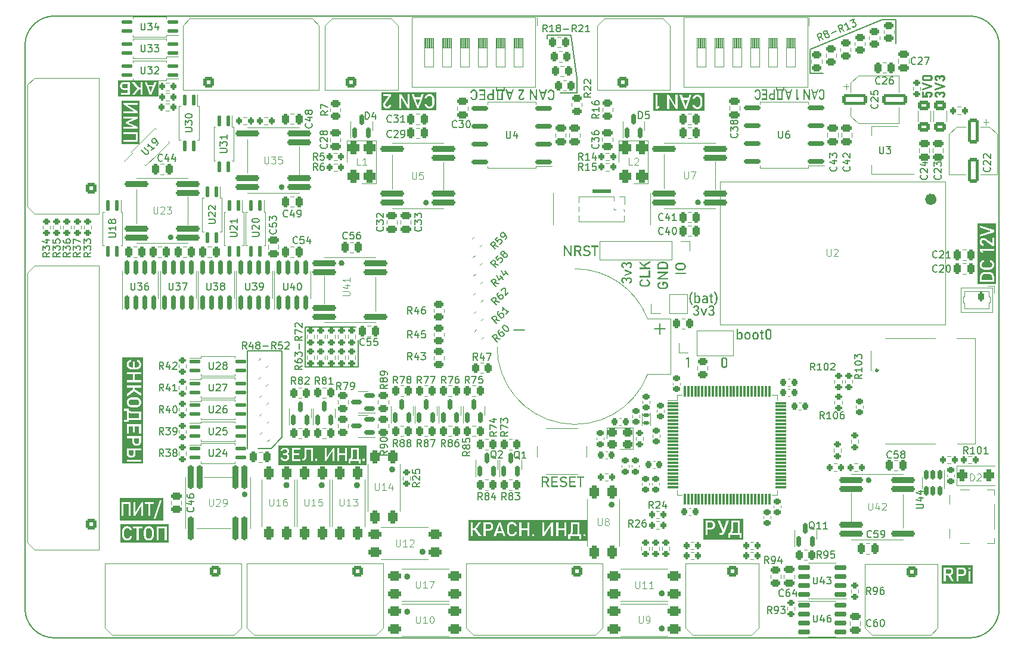
<source format=gto>
G04 #@! TF.GenerationSoftware,KiCad,Pcbnew,7.0.6*
G04 #@! TF.CreationDate,2023-08-28T17:52:52+03:00*
G04 #@! TF.ProjectId,impeller,696d7065-6c6c-4657-922e-6b696361645f,rev?*
G04 #@! TF.SameCoordinates,Original*
G04 #@! TF.FileFunction,Legend,Top*
G04 #@! TF.FilePolarity,Positive*
%FSLAX46Y46*%
G04 Gerber Fmt 4.6, Leading zero omitted, Abs format (unit mm)*
G04 Created by KiCad (PCBNEW 7.0.6) date 2023-08-28 17:52:52*
%MOMM*%
%LPD*%
G01*
G04 APERTURE LIST*
G04 Aperture macros list*
%AMRoundRect*
0 Rectangle with rounded corners*
0 $1 Rounding radius*
0 $2 $3 $4 $5 $6 $7 $8 $9 X,Y pos of 4 corners*
0 Add a 4 corners polygon primitive as box body*
4,1,4,$2,$3,$4,$5,$6,$7,$8,$9,$2,$3,0*
0 Add four circle primitives for the rounded corners*
1,1,$1+$1,$2,$3*
1,1,$1+$1,$4,$5*
1,1,$1+$1,$6,$7*
1,1,$1+$1,$8,$9*
0 Add four rect primitives between the rounded corners*
20,1,$1+$1,$2,$3,$4,$5,0*
20,1,$1+$1,$4,$5,$6,$7,0*
20,1,$1+$1,$6,$7,$8,$9,0*
20,1,$1+$1,$8,$9,$2,$3,0*%
G04 Aperture macros list end*
%ADD10C,0.150000*%
%ADD11C,0.200000*%
%ADD12C,0.300000*%
%ADD13C,0.100000*%
%ADD14C,0.120000*%
%ADD15C,0.462311*%
%ADD16C,0.400571*%
%ADD17C,0.314000*%
%ADD18C,0.812000*%
%ADD19RoundRect,0.250000X0.250000X0.475000X-0.250000X0.475000X-0.250000X-0.475000X0.250000X-0.475000X0*%
%ADD20RoundRect,0.200000X0.275000X-0.200000X0.275000X0.200000X-0.275000X0.200000X-0.275000X-0.200000X0*%
%ADD21RoundRect,0.325000X0.325000X0.575000X-0.325000X0.575000X-0.325000X-0.575000X0.325000X-0.575000X0*%
%ADD22RoundRect,0.200000X-1.500000X0.200000X-1.500000X-0.200000X1.500000X-0.200000X1.500000X0.200000X0*%
%ADD23RoundRect,0.225000X-0.225000X-0.250000X0.225000X-0.250000X0.225000X0.250000X-0.225000X0.250000X0*%
%ADD24C,0.800000*%
%ADD25C,6.400000*%
%ADD26C,3.000000*%
%ADD27RoundRect,0.250001X0.499999X0.499999X-0.499999X0.499999X-0.499999X-0.499999X0.499999X-0.499999X0*%
%ADD28C,1.500000*%
%ADD29RoundRect,0.250000X0.475000X-0.250000X0.475000X0.250000X-0.475000X0.250000X-0.475000X-0.250000X0*%
%ADD30RoundRect,0.250000X0.132583X-0.503814X0.503814X-0.132583X-0.132583X0.503814X-0.503814X0.132583X0*%
%ADD31RoundRect,0.225000X-0.250000X0.225000X-0.250000X-0.225000X0.250000X-0.225000X0.250000X0.225000X0*%
%ADD32RoundRect,0.250000X0.262500X0.450000X-0.262500X0.450000X-0.262500X-0.450000X0.262500X-0.450000X0*%
%ADD33RoundRect,0.250000X0.450000X-0.262500X0.450000X0.262500X-0.450000X0.262500X-0.450000X-0.262500X0*%
%ADD34RoundRect,0.250001X-0.499999X-0.499999X0.499999X-0.499999X0.499999X0.499999X-0.499999X0.499999X0*%
%ADD35RoundRect,0.137500X-0.137500X0.662500X-0.137500X-0.662500X0.137500X-0.662500X0.137500X0.662500X0*%
%ADD36RoundRect,0.425000X0.425000X-0.500000X0.425000X0.500000X-0.425000X0.500000X-0.425000X-0.500000X0*%
%ADD37RoundRect,0.250000X-0.262500X-0.450000X0.262500X-0.450000X0.262500X0.450000X-0.262500X0.450000X0*%
%ADD38RoundRect,0.137500X-0.662500X-0.137500X0.662500X-0.137500X0.662500X0.137500X-0.662500X0.137500X0*%
%ADD39RoundRect,0.250000X-0.250000X-0.475000X0.250000X-0.475000X0.250000X0.475000X-0.250000X0.475000X0*%
%ADD40RoundRect,0.200000X0.200000X0.275000X-0.200000X0.275000X-0.200000X-0.275000X0.200000X-0.275000X0*%
%ADD41RoundRect,0.225000X0.250000X-0.225000X0.250000X0.225000X-0.250000X0.225000X-0.250000X-0.225000X0*%
%ADD42C,0.500000*%
%ADD43R,1.800000X0.400000*%
%ADD44O,2.000000X1.090000*%
%ADD45O,1.600000X1.050000*%
%ADD46RoundRect,0.162500X1.012500X0.162500X-1.012500X0.162500X-1.012500X-0.162500X1.012500X-0.162500X0*%
%ADD47R,1.000000X1.000000*%
%ADD48O,1.000000X1.000000*%
%ADD49RoundRect,0.150000X0.150000X-0.825000X0.150000X0.825000X-0.150000X0.825000X-0.150000X-0.825000X0*%
%ADD50RoundRect,0.137500X0.662500X0.137500X-0.662500X0.137500X-0.662500X-0.137500X0.662500X-0.137500X0*%
%ADD51RoundRect,0.200000X-0.275000X0.200000X-0.275000X-0.200000X0.275000X-0.200000X0.275000X0.200000X0*%
%ADD52RoundRect,0.325000X-0.575000X0.325000X-0.575000X-0.325000X0.575000X-0.325000X0.575000X0.325000X0*%
%ADD53C,2.000000*%
%ADD54RoundRect,0.200000X-0.200000X-0.275000X0.200000X-0.275000X0.200000X0.275000X-0.200000X0.275000X0*%
%ADD55RoundRect,0.150000X0.150000X-0.587500X0.150000X0.587500X-0.150000X0.587500X-0.150000X-0.587500X0*%
%ADD56RoundRect,0.250000X-1.500000X-0.550000X1.500000X-0.550000X1.500000X0.550000X-1.500000X0.550000X0*%
%ADD57RoundRect,0.150000X0.725000X0.150000X-0.725000X0.150000X-0.725000X-0.150000X0.725000X-0.150000X0*%
%ADD58RoundRect,0.137500X-0.371231X-0.565685X0.565685X0.371231X0.371231X0.565685X-0.565685X-0.371231X0*%
%ADD59RoundRect,0.250000X-0.475000X0.250000X-0.475000X-0.250000X0.475000X-0.250000X0.475000X0.250000X0*%
%ADD60RoundRect,0.325000X0.575000X-0.325000X0.575000X0.325000X-0.575000X0.325000X-0.575000X-0.325000X0*%
%ADD61RoundRect,0.380000X0.380000X0.445000X-0.380000X0.445000X-0.380000X-0.445000X0.380000X-0.445000X0*%
%ADD62RoundRect,0.200000X1.500000X-0.200000X1.500000X0.200000X-1.500000X0.200000X-1.500000X-0.200000X0*%
%ADD63C,1.000000*%
%ADD64R,1.300000X0.700000*%
%ADD65R,2.000000X1.200000*%
%ADD66R,1.400000X1.200000*%
%ADD67RoundRect,0.225000X0.225000X0.250000X-0.225000X0.250000X-0.225000X-0.250000X0.225000X-0.250000X0*%
%ADD68R,1.700000X1.700000*%
%ADD69O,1.700000X1.700000*%
%ADD70RoundRect,0.150000X-0.725000X-0.150000X0.725000X-0.150000X0.725000X0.150000X-0.725000X0.150000X0*%
%ADD71RoundRect,0.150000X0.587500X0.150000X-0.587500X0.150000X-0.587500X-0.150000X0.587500X-0.150000X0*%
%ADD72RoundRect,0.200000X0.200000X1.500000X-0.200000X1.500000X-0.200000X-1.500000X0.200000X-1.500000X0*%
%ADD73R,2.000000X1.500000*%
%ADD74R,2.000000X3.800000*%
%ADD75RoundRect,0.250000X-0.450000X0.262500X-0.450000X-0.262500X0.450000X-0.262500X0.450000X0.262500X0*%
%ADD76RoundRect,0.250000X-0.625000X0.400000X-0.625000X-0.400000X0.625000X-0.400000X0.625000X0.400000X0*%
%ADD77RoundRect,0.250001X0.499999X-0.499999X0.499999X0.499999X-0.499999X0.499999X-0.499999X-0.499999X0*%
%ADD78RoundRect,0.300000X0.400000X0.300000X-0.400000X0.300000X-0.400000X-0.300000X0.400000X-0.300000X0*%
%ADD79RoundRect,0.150000X-0.150000X0.512500X-0.150000X-0.512500X0.150000X-0.512500X0.150000X0.512500X0*%
%ADD80RoundRect,0.200000X0.200000X0.450000X-0.200000X0.450000X-0.200000X-0.450000X0.200000X-0.450000X0*%
%ADD81O,0.800000X1.300000*%
%ADD82RoundRect,0.125000X0.375000X0.125000X-0.375000X0.125000X-0.375000X-0.125000X0.375000X-0.125000X0*%
%ADD83R,1.600000X1.600000*%
%ADD84O,1.600000X1.600000*%
%ADD85RoundRect,0.250000X-0.550000X1.500000X-0.550000X-1.500000X0.550000X-1.500000X0.550000X1.500000X0*%
%ADD86RoundRect,0.075000X-0.725000X-0.075000X0.725000X-0.075000X0.725000X0.075000X-0.725000X0.075000X0*%
%ADD87RoundRect,0.075000X-0.075000X-0.725000X0.075000X-0.725000X0.075000X0.725000X-0.075000X0.725000X0*%
%ADD88C,1.524000*%
%ADD89C,2.600000*%
G04 #@! TA.AperFunction,Profile*
%ADD90C,0.150000*%
G04 #@! TD*
G04 APERTURE END LIST*
D10*
X104980000Y-105066372D02*
X106542744Y-103486372D01*
X191792744Y-44146372D02*
X193702744Y-44146372D01*
X181542744Y-48356372D02*
X191792744Y-44146372D01*
X117382744Y-93466372D02*
X117382744Y-89646372D01*
X106542744Y-91146372D02*
X106542744Y-103486372D01*
X148407744Y-54546372D02*
X148412744Y-52516372D01*
X148412744Y-52516372D02*
X147562744Y-46326372D01*
X147562744Y-46326372D02*
X144222744Y-46326372D01*
X144222744Y-46326372D02*
X144222744Y-46846372D01*
X183442744Y-51716372D02*
X181542744Y-51716372D01*
X181542744Y-51716372D02*
X181542744Y-48356372D01*
X103120000Y-105066372D02*
X104980000Y-105066372D01*
X117382744Y-93466372D02*
X109822744Y-93466372D01*
X106542744Y-91146372D02*
X101652744Y-91146372D01*
X193702744Y-44146372D02*
X193702744Y-47526372D01*
X146057744Y-54546372D02*
X148407744Y-54546372D01*
X109822744Y-87816372D02*
X109822744Y-93466372D01*
X109822744Y-87816372D02*
X117072744Y-87816372D01*
X101652744Y-105066372D02*
X101652744Y-91146372D01*
X144190951Y-45836191D02*
X143857618Y-45360000D01*
X143619523Y-45836191D02*
X143619523Y-44836191D01*
X143619523Y-44836191D02*
X144000475Y-44836191D01*
X144000475Y-44836191D02*
X144095713Y-44883810D01*
X144095713Y-44883810D02*
X144143332Y-44931429D01*
X144143332Y-44931429D02*
X144190951Y-45026667D01*
X144190951Y-45026667D02*
X144190951Y-45169524D01*
X144190951Y-45169524D02*
X144143332Y-45264762D01*
X144143332Y-45264762D02*
X144095713Y-45312381D01*
X144095713Y-45312381D02*
X144000475Y-45360000D01*
X144000475Y-45360000D02*
X143619523Y-45360000D01*
X145143332Y-45836191D02*
X144571904Y-45836191D01*
X144857618Y-45836191D02*
X144857618Y-44836191D01*
X144857618Y-44836191D02*
X144762380Y-44979048D01*
X144762380Y-44979048D02*
X144667142Y-45074286D01*
X144667142Y-45074286D02*
X144571904Y-45121905D01*
X145714761Y-45264762D02*
X145619523Y-45217143D01*
X145619523Y-45217143D02*
X145571904Y-45169524D01*
X145571904Y-45169524D02*
X145524285Y-45074286D01*
X145524285Y-45074286D02*
X145524285Y-45026667D01*
X145524285Y-45026667D02*
X145571904Y-44931429D01*
X145571904Y-44931429D02*
X145619523Y-44883810D01*
X145619523Y-44883810D02*
X145714761Y-44836191D01*
X145714761Y-44836191D02*
X145905237Y-44836191D01*
X145905237Y-44836191D02*
X146000475Y-44883810D01*
X146000475Y-44883810D02*
X146048094Y-44931429D01*
X146048094Y-44931429D02*
X146095713Y-45026667D01*
X146095713Y-45026667D02*
X146095713Y-45074286D01*
X146095713Y-45074286D02*
X146048094Y-45169524D01*
X146048094Y-45169524D02*
X146000475Y-45217143D01*
X146000475Y-45217143D02*
X145905237Y-45264762D01*
X145905237Y-45264762D02*
X145714761Y-45264762D01*
X145714761Y-45264762D02*
X145619523Y-45312381D01*
X145619523Y-45312381D02*
X145571904Y-45360000D01*
X145571904Y-45360000D02*
X145524285Y-45455238D01*
X145524285Y-45455238D02*
X145524285Y-45645714D01*
X145524285Y-45645714D02*
X145571904Y-45740952D01*
X145571904Y-45740952D02*
X145619523Y-45788572D01*
X145619523Y-45788572D02*
X145714761Y-45836191D01*
X145714761Y-45836191D02*
X145905237Y-45836191D01*
X145905237Y-45836191D02*
X146000475Y-45788572D01*
X146000475Y-45788572D02*
X146048094Y-45740952D01*
X146048094Y-45740952D02*
X146095713Y-45645714D01*
X146095713Y-45645714D02*
X146095713Y-45455238D01*
X146095713Y-45455238D02*
X146048094Y-45360000D01*
X146048094Y-45360000D02*
X146000475Y-45312381D01*
X146000475Y-45312381D02*
X145905237Y-45264762D01*
X146524285Y-45455238D02*
X147286190Y-45455238D01*
X148333808Y-45836191D02*
X148000475Y-45360000D01*
X147762380Y-45836191D02*
X147762380Y-44836191D01*
X147762380Y-44836191D02*
X148143332Y-44836191D01*
X148143332Y-44836191D02*
X148238570Y-44883810D01*
X148238570Y-44883810D02*
X148286189Y-44931429D01*
X148286189Y-44931429D02*
X148333808Y-45026667D01*
X148333808Y-45026667D02*
X148333808Y-45169524D01*
X148333808Y-45169524D02*
X148286189Y-45264762D01*
X148286189Y-45264762D02*
X148238570Y-45312381D01*
X148238570Y-45312381D02*
X148143332Y-45360000D01*
X148143332Y-45360000D02*
X147762380Y-45360000D01*
X148714761Y-44931429D02*
X148762380Y-44883810D01*
X148762380Y-44883810D02*
X148857618Y-44836191D01*
X148857618Y-44836191D02*
X149095713Y-44836191D01*
X149095713Y-44836191D02*
X149190951Y-44883810D01*
X149190951Y-44883810D02*
X149238570Y-44931429D01*
X149238570Y-44931429D02*
X149286189Y-45026667D01*
X149286189Y-45026667D02*
X149286189Y-45121905D01*
X149286189Y-45121905D02*
X149238570Y-45264762D01*
X149238570Y-45264762D02*
X148667142Y-45836191D01*
X148667142Y-45836191D02*
X149286189Y-45836191D01*
X150238570Y-45836191D02*
X149667142Y-45836191D01*
X149952856Y-45836191D02*
X149952856Y-44836191D01*
X149952856Y-44836191D02*
X149857618Y-44979048D01*
X149857618Y-44979048D02*
X149762380Y-45074286D01*
X149762380Y-45074286D02*
X149667142Y-45121905D01*
D11*
G36*
X89686950Y-115311150D02*
G01*
X83489486Y-115311150D01*
X83489486Y-115025436D01*
X88325444Y-115025436D01*
X88566365Y-115025436D01*
X89401236Y-112412526D01*
X89159875Y-112412526D01*
X88325444Y-115025436D01*
X83489486Y-115025436D01*
X83489486Y-112648953D01*
X83775200Y-112648953D01*
X83775200Y-114646372D01*
X84027552Y-114646372D01*
X84027552Y-112915178D01*
X84796477Y-112915178D01*
X84796477Y-114646372D01*
X85048829Y-114646372D01*
X85048829Y-112648953D01*
X85484509Y-112648953D01*
X85484509Y-114644906D01*
X85691138Y-114644906D01*
X86562939Y-113160719D01*
X86562939Y-114644906D01*
X86812653Y-114644906D01*
X86812653Y-112648953D01*
X87099736Y-112648953D01*
X87099736Y-112915178D01*
X87607956Y-112915178D01*
X87607956Y-114646372D01*
X87859868Y-114646372D01*
X87859868Y-112915178D01*
X88368089Y-112915178D01*
X88368089Y-112648953D01*
X87099736Y-112648953D01*
X86812653Y-112648953D01*
X86608661Y-112648953D01*
X85734223Y-114155969D01*
X85734223Y-112648953D01*
X85484509Y-112648953D01*
X85048829Y-112648953D01*
X84930127Y-112648953D01*
X84027552Y-112648953D01*
X83775200Y-112648953D01*
X83489486Y-112648953D01*
X83489486Y-112126812D01*
X89686950Y-112126812D01*
X89686950Y-115311150D01*
G37*
G36*
X87645586Y-116384649D02*
G01*
X87668158Y-116385791D01*
X87690214Y-116387912D01*
X87711755Y-116391012D01*
X87732781Y-116395090D01*
X87753291Y-116400148D01*
X87773287Y-116406184D01*
X87792767Y-116413200D01*
X87811732Y-116421194D01*
X87830182Y-116430167D01*
X87848117Y-116440119D01*
X87859734Y-116447263D01*
X87876529Y-116458666D01*
X87892569Y-116470893D01*
X87907853Y-116483945D01*
X87922382Y-116497821D01*
X87936155Y-116512522D01*
X87949172Y-116528046D01*
X87961434Y-116544395D01*
X87972940Y-116561569D01*
X87983691Y-116579566D01*
X87993686Y-116598388D01*
X87999897Y-116611276D01*
X88008462Y-116631080D01*
X88016125Y-116651450D01*
X88022887Y-116672387D01*
X88028748Y-116693891D01*
X88033707Y-116715962D01*
X88037764Y-116738599D01*
X88040919Y-116761803D01*
X88043173Y-116785574D01*
X88044526Y-116809911D01*
X88044977Y-116834815D01*
X88044977Y-117420021D01*
X88044776Y-117436748D01*
X88043724Y-117461366D01*
X88041771Y-117485417D01*
X88038916Y-117508902D01*
X88035159Y-117531820D01*
X88030501Y-117554171D01*
X88024941Y-117575955D01*
X88018480Y-117597173D01*
X88011117Y-117617824D01*
X88002852Y-117637908D01*
X87993686Y-117657425D01*
X87987106Y-117670006D01*
X87976608Y-117688196D01*
X87965353Y-117705572D01*
X87953344Y-117722131D01*
X87940578Y-117737875D01*
X87927057Y-117752803D01*
X87912780Y-117766915D01*
X87897748Y-117780211D01*
X87881960Y-117792692D01*
X87865416Y-117804357D01*
X87848117Y-117815206D01*
X87836218Y-117821950D01*
X87817939Y-117831249D01*
X87799146Y-117839569D01*
X87779838Y-117846911D01*
X87760014Y-117853274D01*
X87739675Y-117858657D01*
X87718821Y-117863062D01*
X87697451Y-117866489D01*
X87675567Y-117868936D01*
X87653167Y-117870404D01*
X87630252Y-117870893D01*
X87614918Y-117870676D01*
X87592347Y-117869534D01*
X87570291Y-117867413D01*
X87548750Y-117864313D01*
X87527724Y-117860235D01*
X87507213Y-117855177D01*
X87487218Y-117849141D01*
X87467737Y-117842125D01*
X87448772Y-117834131D01*
X87430322Y-117825158D01*
X87412388Y-117815206D01*
X87400828Y-117808064D01*
X87384104Y-117796671D01*
X87368119Y-117784462D01*
X87352872Y-117771438D01*
X87338363Y-117757597D01*
X87324593Y-117742941D01*
X87311561Y-117727470D01*
X87299268Y-117711182D01*
X87287713Y-117694079D01*
X87276897Y-117676160D01*
X87266819Y-117657425D01*
X87260608Y-117644477D01*
X87252043Y-117624581D01*
X87244379Y-117604119D01*
X87237617Y-117583090D01*
X87231757Y-117561495D01*
X87226798Y-117539333D01*
X87222741Y-117516604D01*
X87219585Y-117493308D01*
X87217331Y-117469446D01*
X87215979Y-117445017D01*
X87215528Y-117420021D01*
X87215528Y-116834815D01*
X87215728Y-116818150D01*
X87216780Y-116793623D01*
X87218734Y-116769664D01*
X87221589Y-116746271D01*
X87225345Y-116723444D01*
X87230004Y-116701185D01*
X87235563Y-116679492D01*
X87242025Y-116658366D01*
X87249388Y-116637807D01*
X87257653Y-116617814D01*
X87266819Y-116598388D01*
X87273455Y-116585749D01*
X87284026Y-116567476D01*
X87295334Y-116550028D01*
X87307381Y-116533404D01*
X87320167Y-116517605D01*
X87333691Y-116502630D01*
X87347953Y-116488479D01*
X87362954Y-116475152D01*
X87378694Y-116462650D01*
X87395171Y-116450972D01*
X87412388Y-116440119D01*
X87424287Y-116433375D01*
X87442565Y-116424076D01*
X87461358Y-116415756D01*
X87480667Y-116408414D01*
X87500491Y-116402051D01*
X87520830Y-116396668D01*
X87541684Y-116392263D01*
X87563053Y-116388836D01*
X87584938Y-116386389D01*
X87607337Y-116384921D01*
X87630252Y-116384432D01*
X87645586Y-116384649D01*
G37*
G36*
X90450230Y-118432602D02*
G01*
X83563170Y-118432602D01*
X83563170Y-117402436D01*
X83848884Y-117402436D01*
X83849222Y-117430010D01*
X83850235Y-117457169D01*
X83851924Y-117483912D01*
X83854288Y-117510238D01*
X83857328Y-117536149D01*
X83861043Y-117561644D01*
X83865434Y-117586723D01*
X83870500Y-117611385D01*
X83876242Y-117635632D01*
X83882659Y-117659463D01*
X83889751Y-117682878D01*
X83897519Y-117705877D01*
X83905963Y-117728460D01*
X83915082Y-117750627D01*
X83924876Y-117772378D01*
X83935346Y-117793713D01*
X83946431Y-117814540D01*
X83958069Y-117834768D01*
X83970260Y-117854398D01*
X83983004Y-117873428D01*
X83996302Y-117891858D01*
X84010153Y-117909690D01*
X84024558Y-117926922D01*
X84039516Y-117943556D01*
X84055027Y-117959590D01*
X84071092Y-117975025D01*
X84087710Y-117989861D01*
X84104881Y-118004097D01*
X84122606Y-118017735D01*
X84140884Y-118030773D01*
X84159716Y-118043213D01*
X84179101Y-118055053D01*
X84198959Y-118066173D01*
X84219210Y-118076576D01*
X84239854Y-118086262D01*
X84260892Y-118095231D01*
X84282322Y-118103481D01*
X84304145Y-118111015D01*
X84326362Y-118117831D01*
X84348972Y-118123929D01*
X84371974Y-118129310D01*
X84395370Y-118133974D01*
X84419159Y-118137920D01*
X84443341Y-118141148D01*
X84467916Y-118143659D01*
X84492884Y-118145453D01*
X84518245Y-118146529D01*
X84544000Y-118146888D01*
X84565207Y-118146602D01*
X84586208Y-118145743D01*
X84607003Y-118144312D01*
X84627592Y-118142308D01*
X84647975Y-118139732D01*
X84668151Y-118136584D01*
X84688122Y-118132863D01*
X84707887Y-118128570D01*
X84727445Y-118123704D01*
X84746797Y-118118266D01*
X84765944Y-118112255D01*
X84784884Y-118105672D01*
X84803618Y-118098516D01*
X84822146Y-118090788D01*
X84840468Y-118082488D01*
X84858584Y-118073615D01*
X84876416Y-118064158D01*
X84893885Y-118054228D01*
X84910992Y-118043825D01*
X84927736Y-118032949D01*
X84944117Y-118021599D01*
X84960136Y-118009776D01*
X84975792Y-117997480D01*
X84991086Y-117984711D01*
X85006017Y-117971468D01*
X85020586Y-117957752D01*
X85034792Y-117943563D01*
X85048636Y-117928901D01*
X85062117Y-117913766D01*
X85075235Y-117898157D01*
X85087991Y-117882075D01*
X85100385Y-117865520D01*
X85112349Y-117848501D01*
X85123817Y-117831151D01*
X85134789Y-117813468D01*
X85145264Y-117795453D01*
X85155244Y-117777106D01*
X85164728Y-117758427D01*
X85173715Y-117739416D01*
X85182206Y-117720074D01*
X85190201Y-117700399D01*
X85197700Y-117680392D01*
X85204703Y-117660053D01*
X85211210Y-117639382D01*
X85217221Y-117618379D01*
X85222735Y-117597044D01*
X85227754Y-117575377D01*
X85232276Y-117553378D01*
X84945046Y-117553378D01*
X84938024Y-117577993D01*
X84929903Y-117601768D01*
X84920683Y-117624704D01*
X84910364Y-117646801D01*
X84898946Y-117668057D01*
X84886428Y-117688475D01*
X84872812Y-117708052D01*
X84858096Y-117726790D01*
X84842503Y-117744429D01*
X84826253Y-117760954D01*
X84809347Y-117776364D01*
X84791784Y-117790660D01*
X84773565Y-117803841D01*
X84754690Y-117815908D01*
X84735158Y-117826861D01*
X84714970Y-117836699D01*
X84694453Y-117845286D01*
X84673693Y-117852728D01*
X84652688Y-117859025D01*
X84631439Y-117864177D01*
X84609945Y-117868184D01*
X84588208Y-117871046D01*
X84566226Y-117872763D01*
X84544000Y-117873336D01*
X84528851Y-117873109D01*
X84506564Y-117871917D01*
X84484801Y-117869703D01*
X84463562Y-117866467D01*
X84442847Y-117862210D01*
X84422655Y-117856930D01*
X84402988Y-117850629D01*
X84383844Y-117843306D01*
X84365223Y-117834961D01*
X84347127Y-117825595D01*
X84329554Y-117815206D01*
X84318235Y-117807690D01*
X84301858Y-117795707D01*
X84286201Y-117782874D01*
X84271266Y-117769192D01*
X84257052Y-117754659D01*
X84243560Y-117739276D01*
X84230789Y-117723043D01*
X84218739Y-117705959D01*
X84207410Y-117688026D01*
X84196803Y-117669243D01*
X84186917Y-117649609D01*
X84180765Y-117636107D01*
X84172281Y-117615368D01*
X84164690Y-117594044D01*
X84157993Y-117572137D01*
X84152188Y-117549645D01*
X84147277Y-117526570D01*
X84143258Y-117502911D01*
X84140133Y-117478668D01*
X84137900Y-117453841D01*
X84136561Y-117428430D01*
X84136114Y-117402436D01*
X84136114Y-116854355D01*
X84136312Y-116836785D01*
X84137354Y-116810944D01*
X84139289Y-116785723D01*
X84142117Y-116761119D01*
X84145838Y-116737133D01*
X84150452Y-116713766D01*
X84155959Y-116691017D01*
X84162359Y-116668887D01*
X84169652Y-116647374D01*
X84177838Y-116626480D01*
X84186917Y-116606204D01*
X84193427Y-116593078D01*
X84203794Y-116574083D01*
X84214882Y-116555921D01*
X84226692Y-116538591D01*
X84239223Y-116522095D01*
X84252475Y-116506431D01*
X84266448Y-116491601D01*
X84281143Y-116477603D01*
X84296559Y-116464438D01*
X84312696Y-116452106D01*
X84329554Y-116440607D01*
X84341211Y-116433450D01*
X84359133Y-116423580D01*
X84377579Y-116414748D01*
X84396548Y-116406956D01*
X84416041Y-116400202D01*
X84436058Y-116394488D01*
X84456599Y-116389812D01*
X84477663Y-116386176D01*
X84499252Y-116383579D01*
X84521364Y-116382020D01*
X84544000Y-116381501D01*
X84565898Y-116382126D01*
X84587627Y-116384004D01*
X84609190Y-116387133D01*
X84630584Y-116391515D01*
X84651810Y-116397147D01*
X84672868Y-116404032D01*
X84693759Y-116412168D01*
X84714481Y-116421556D01*
X84734784Y-116431983D01*
X84754415Y-116443477D01*
X84773374Y-116456040D01*
X84791662Y-116469672D01*
X84809278Y-116484373D01*
X84826222Y-116500142D01*
X84842495Y-116516979D01*
X84858096Y-116534885D01*
X84872812Y-116553516D01*
X84886428Y-116572773D01*
X84898946Y-116592656D01*
X84910364Y-116613165D01*
X84920683Y-116634300D01*
X84929903Y-116656060D01*
X84938024Y-116678446D01*
X84945046Y-116701459D01*
X85232276Y-116701459D01*
X85227756Y-116679519D01*
X85222743Y-116657907D01*
X85217238Y-116636624D01*
X85211241Y-116615668D01*
X85204751Y-116595041D01*
X85197769Y-116574742D01*
X85190295Y-116554772D01*
X85182328Y-116535129D01*
X85173869Y-116515815D01*
X85164918Y-116496829D01*
X85155475Y-116478171D01*
X85145539Y-116459841D01*
X85135111Y-116441840D01*
X85124191Y-116424167D01*
X85112778Y-116406822D01*
X85100873Y-116389805D01*
X85088598Y-116373193D01*
X85075953Y-116357061D01*
X85062937Y-116341410D01*
X85049552Y-116326241D01*
X85035796Y-116311552D01*
X85021670Y-116297344D01*
X85007174Y-116283616D01*
X84992307Y-116270370D01*
X84977071Y-116257605D01*
X84961464Y-116245320D01*
X84945487Y-116233516D01*
X84929140Y-116222193D01*
X84912423Y-116211351D01*
X84895335Y-116200990D01*
X84877878Y-116191109D01*
X84860050Y-116181710D01*
X84841928Y-116172778D01*
X84823589Y-116164422D01*
X84805032Y-116156643D01*
X84786258Y-116149439D01*
X84767266Y-116142812D01*
X84748057Y-116136762D01*
X84728630Y-116131287D01*
X84719269Y-116128953D01*
X85346582Y-116128953D01*
X85346582Y-116395178D01*
X85911271Y-116395178D01*
X85911271Y-118126372D01*
X86191173Y-118126372D01*
X86191173Y-117410740D01*
X86928298Y-117410740D01*
X86928414Y-117420021D01*
X86928638Y-117438011D01*
X86929657Y-117464870D01*
X86931355Y-117491317D01*
X86933733Y-117517352D01*
X86936790Y-117542975D01*
X86940526Y-117568185D01*
X86944941Y-117592983D01*
X86950036Y-117617369D01*
X86955810Y-117641343D01*
X86962263Y-117664905D01*
X86969396Y-117688055D01*
X86977208Y-117710792D01*
X86985699Y-117733118D01*
X86994870Y-117755031D01*
X87004720Y-117776532D01*
X87015249Y-117797621D01*
X87026459Y-117818148D01*
X87038230Y-117838089D01*
X87050563Y-117857441D01*
X87063456Y-117876206D01*
X87076911Y-117894383D01*
X87090926Y-117911972D01*
X87105502Y-117928974D01*
X87120640Y-117945388D01*
X87136338Y-117961214D01*
X87152597Y-117976452D01*
X87169417Y-117991103D01*
X87186799Y-118005166D01*
X87204741Y-118018641D01*
X87223244Y-118031529D01*
X87242309Y-118043829D01*
X87261934Y-118055541D01*
X87282092Y-118066603D01*
X87302631Y-118076950D01*
X87323552Y-118086585D01*
X87344854Y-118095505D01*
X87366539Y-118103712D01*
X87388604Y-118111206D01*
X87411052Y-118117985D01*
X87433881Y-118124051D01*
X87457092Y-118129404D01*
X87480684Y-118134042D01*
X87504658Y-118137967D01*
X87529014Y-118141179D01*
X87553751Y-118143676D01*
X87578870Y-118145461D01*
X87604370Y-118146531D01*
X87630252Y-118146888D01*
X87656192Y-118146531D01*
X87681742Y-118145461D01*
X87706902Y-118143676D01*
X87731674Y-118141179D01*
X87756056Y-118137967D01*
X87780049Y-118134042D01*
X87803653Y-118129404D01*
X87826868Y-118124051D01*
X87849693Y-118117985D01*
X87872129Y-118111206D01*
X87894176Y-118103712D01*
X87915833Y-118095505D01*
X87937101Y-118086585D01*
X87957980Y-118076950D01*
X87978470Y-118066603D01*
X87998570Y-118055541D01*
X88018194Y-118043829D01*
X88037252Y-118031529D01*
X88055746Y-118018641D01*
X88073675Y-118005166D01*
X88091039Y-117991103D01*
X88107839Y-117976452D01*
X88124073Y-117961214D01*
X88139743Y-117945388D01*
X88154848Y-117928974D01*
X88169388Y-117911972D01*
X88183363Y-117894383D01*
X88196774Y-117876206D01*
X88209619Y-117857441D01*
X88221900Y-117838089D01*
X88233616Y-117818148D01*
X88244767Y-117797621D01*
X88255356Y-117776532D01*
X88265261Y-117755031D01*
X88274483Y-117733118D01*
X88283022Y-117710792D01*
X88290878Y-117688055D01*
X88298050Y-117664905D01*
X88304540Y-117641343D01*
X88310346Y-117617369D01*
X88315470Y-117592983D01*
X88319910Y-117568185D01*
X88323667Y-117542975D01*
X88326741Y-117517352D01*
X88329132Y-117491317D01*
X88330840Y-117464870D01*
X88331865Y-117438011D01*
X88332206Y-117410740D01*
X88332206Y-116844585D01*
X88331865Y-116817314D01*
X88330840Y-116790455D01*
X88329132Y-116764008D01*
X88326741Y-116737973D01*
X88323667Y-116712350D01*
X88319910Y-116687140D01*
X88315470Y-116662342D01*
X88310346Y-116637956D01*
X88304540Y-116613982D01*
X88298050Y-116590420D01*
X88290878Y-116567270D01*
X88283022Y-116544533D01*
X88274483Y-116522207D01*
X88265261Y-116500294D01*
X88255356Y-116478793D01*
X88244767Y-116457704D01*
X88233616Y-116437117D01*
X88221900Y-116417122D01*
X88209619Y-116397718D01*
X88196774Y-116378906D01*
X88183363Y-116360685D01*
X88169388Y-116343055D01*
X88154848Y-116326017D01*
X88139743Y-116309571D01*
X88124073Y-116293716D01*
X88107839Y-116278453D01*
X88091039Y-116263781D01*
X88073675Y-116249701D01*
X88055746Y-116236212D01*
X88037252Y-116223315D01*
X88018194Y-116211010D01*
X87998570Y-116199295D01*
X87978470Y-116188234D01*
X87957980Y-116177886D01*
X87937101Y-116168252D01*
X87915833Y-116159331D01*
X87894176Y-116151124D01*
X87872129Y-116143631D01*
X87849693Y-116136851D01*
X87826868Y-116130785D01*
X87818921Y-116128953D01*
X88749373Y-116128953D01*
X88749373Y-118126372D01*
X89029764Y-118126372D01*
X89029764Y-116395178D01*
X89884125Y-116395178D01*
X89884125Y-118126372D01*
X90164516Y-118126372D01*
X90164516Y-116128953D01*
X90032625Y-116128953D01*
X89029764Y-116128953D01*
X88749373Y-116128953D01*
X87818921Y-116128953D01*
X87803653Y-116125433D01*
X87780049Y-116120794D01*
X87756056Y-116116869D01*
X87731674Y-116113658D01*
X87706902Y-116111160D01*
X87681742Y-116109376D01*
X87656192Y-116108305D01*
X87630252Y-116107949D01*
X87604370Y-116108305D01*
X87578870Y-116109376D01*
X87553751Y-116111160D01*
X87529014Y-116113658D01*
X87504658Y-116116869D01*
X87480684Y-116120794D01*
X87457092Y-116125433D01*
X87433881Y-116130785D01*
X87411052Y-116136851D01*
X87388604Y-116143631D01*
X87366539Y-116151124D01*
X87344854Y-116159331D01*
X87323552Y-116168252D01*
X87302631Y-116177886D01*
X87282092Y-116188234D01*
X87261934Y-116199295D01*
X87242309Y-116211010D01*
X87223244Y-116223315D01*
X87204741Y-116236212D01*
X87186799Y-116249701D01*
X87169417Y-116263781D01*
X87152597Y-116278453D01*
X87136338Y-116293716D01*
X87120640Y-116309571D01*
X87105502Y-116326017D01*
X87090926Y-116343055D01*
X87076911Y-116360685D01*
X87063456Y-116378906D01*
X87050563Y-116397718D01*
X87038230Y-116417122D01*
X87026459Y-116437117D01*
X87015249Y-116457704D01*
X87004720Y-116478793D01*
X86994870Y-116500294D01*
X86985699Y-116522207D01*
X86977208Y-116544533D01*
X86969396Y-116567270D01*
X86962263Y-116590420D01*
X86955810Y-116613982D01*
X86950036Y-116637956D01*
X86944941Y-116662342D01*
X86940526Y-116687140D01*
X86936790Y-116712350D01*
X86933733Y-116737973D01*
X86931355Y-116764008D01*
X86929657Y-116790455D01*
X86928638Y-116817314D01*
X86928298Y-116844585D01*
X86928298Y-117410740D01*
X86191173Y-117410740D01*
X86191173Y-116395178D01*
X86755863Y-116395178D01*
X86755863Y-116128953D01*
X85346582Y-116128953D01*
X84719269Y-116128953D01*
X84708986Y-116126389D01*
X84689124Y-116122067D01*
X84669044Y-116118321D01*
X84648747Y-116115152D01*
X84628233Y-116112559D01*
X84607501Y-116110542D01*
X84586551Y-116109101D01*
X84565384Y-116108237D01*
X84544000Y-116107949D01*
X84518245Y-116108311D01*
X84492884Y-116109399D01*
X84467916Y-116111212D01*
X84443341Y-116113749D01*
X84419159Y-116117012D01*
X84395370Y-116121000D01*
X84371974Y-116125713D01*
X84348972Y-116131152D01*
X84326362Y-116137315D01*
X84304145Y-116144203D01*
X84282322Y-116151817D01*
X84260892Y-116160156D01*
X84239854Y-116169219D01*
X84219210Y-116179008D01*
X84198959Y-116189522D01*
X84179101Y-116200761D01*
X84159716Y-116212660D01*
X84140884Y-116225155D01*
X84122606Y-116238245D01*
X84104881Y-116251930D01*
X84087710Y-116266210D01*
X84071092Y-116281086D01*
X84055027Y-116296558D01*
X84039516Y-116312624D01*
X84024558Y-116329286D01*
X84010153Y-116346543D01*
X83996302Y-116364396D01*
X83983004Y-116382844D01*
X83970260Y-116401887D01*
X83958069Y-116421526D01*
X83946431Y-116441760D01*
X83935346Y-116462589D01*
X83924876Y-116483926D01*
X83915082Y-116505683D01*
X83905963Y-116527859D01*
X83897519Y-116550456D01*
X83889751Y-116573472D01*
X83882659Y-116596908D01*
X83876242Y-116620763D01*
X83870500Y-116645039D01*
X83865434Y-116669734D01*
X83861043Y-116694849D01*
X83857328Y-116720384D01*
X83854288Y-116746338D01*
X83851924Y-116772713D01*
X83850235Y-116799507D01*
X83849222Y-116826721D01*
X83848884Y-116854355D01*
X83848884Y-117402436D01*
X83563170Y-117402436D01*
X83563170Y-115822235D01*
X90450230Y-115822235D01*
X90450230Y-118432602D01*
G37*
D10*
G36*
X183191990Y-53985984D02*
G01*
X183207442Y-53986253D01*
X183222659Y-53987060D01*
X183237640Y-53988406D01*
X183252385Y-53990289D01*
X183266894Y-53992710D01*
X183281167Y-53995670D01*
X183295205Y-53999168D01*
X183309007Y-54003203D01*
X183322572Y-54007777D01*
X183335902Y-54012889D01*
X183348996Y-54018539D01*
X183361855Y-54024727D01*
X183374477Y-54031453D01*
X183386864Y-54038718D01*
X183399014Y-54046520D01*
X183410929Y-54054861D01*
X183422560Y-54063741D01*
X183433859Y-54073070D01*
X183444826Y-54082849D01*
X183455461Y-54093077D01*
X183465764Y-54103755D01*
X183475734Y-54114881D01*
X183485373Y-54126458D01*
X183494680Y-54138483D01*
X183503655Y-54150958D01*
X183512298Y-54163883D01*
X183520608Y-54177256D01*
X183528587Y-54191079D01*
X183536234Y-54205352D01*
X183543548Y-54220074D01*
X183550531Y-54235245D01*
X183557182Y-54250866D01*
X183563464Y-54266867D01*
X183569340Y-54283180D01*
X183574812Y-54299805D01*
X183579878Y-54316742D01*
X183584539Y-54333992D01*
X183588794Y-54351553D01*
X183592645Y-54369426D01*
X183596090Y-54387611D01*
X183599129Y-54406108D01*
X183601764Y-54424917D01*
X183603993Y-54444038D01*
X183605817Y-54463471D01*
X183607235Y-54483216D01*
X183608248Y-54503273D01*
X183608856Y-54523642D01*
X183609059Y-54544323D01*
X183609059Y-54955384D01*
X183608856Y-54976109D01*
X183608248Y-54996520D01*
X183607235Y-55016616D01*
X183605817Y-55036396D01*
X183603993Y-55055862D01*
X183601764Y-55075013D01*
X183599129Y-55093850D01*
X183596090Y-55112371D01*
X183592645Y-55130578D01*
X183588794Y-55148469D01*
X183584539Y-55166046D01*
X183579878Y-55183308D01*
X183574812Y-55200256D01*
X183569340Y-55216888D01*
X183563464Y-55233206D01*
X183557182Y-55249208D01*
X183550531Y-55264830D01*
X183543548Y-55280006D01*
X183536234Y-55294735D01*
X183528587Y-55309017D01*
X183520608Y-55322853D01*
X183512298Y-55336243D01*
X183503655Y-55349186D01*
X183494680Y-55361682D01*
X183485373Y-55373732D01*
X183475734Y-55385335D01*
X183465764Y-55396492D01*
X183455461Y-55407203D01*
X183444826Y-55417467D01*
X183433859Y-55427284D01*
X183422560Y-55436655D01*
X183410929Y-55445579D01*
X183399014Y-55454009D01*
X183386864Y-55461894D01*
X183374477Y-55469236D01*
X183361855Y-55476033D01*
X183348996Y-55482287D01*
X183335902Y-55487998D01*
X183322572Y-55493164D01*
X183309007Y-55497786D01*
X183295205Y-55501865D01*
X183281167Y-55505400D01*
X183266894Y-55508391D01*
X183252385Y-55510838D01*
X183237640Y-55512741D01*
X183222659Y-55514101D01*
X183207442Y-55514917D01*
X183191990Y-55515189D01*
X183179159Y-55514973D01*
X183166459Y-55514324D01*
X183153889Y-55513244D01*
X183141450Y-55511731D01*
X183129141Y-55509786D01*
X183116963Y-55507409D01*
X183104915Y-55504600D01*
X183092998Y-55501358D01*
X183081212Y-55497685D01*
X183069555Y-55493579D01*
X183058030Y-55489041D01*
X183046635Y-55484071D01*
X183035370Y-55478668D01*
X183024236Y-55472834D01*
X183013233Y-55466567D01*
X183002360Y-55459868D01*
X182991663Y-55452818D01*
X182981188Y-55445408D01*
X182970936Y-55437637D01*
X182960906Y-55429505D01*
X182951097Y-55421013D01*
X182941511Y-55412160D01*
X182932147Y-55402947D01*
X182923005Y-55393373D01*
X182914085Y-55383438D01*
X182905388Y-55373142D01*
X182896912Y-55362486D01*
X182888659Y-55351470D01*
X182880627Y-55340092D01*
X182872818Y-55328354D01*
X182865231Y-55316256D01*
X182857866Y-55303796D01*
X182850723Y-55291034D01*
X182843875Y-55278025D01*
X182837323Y-55264770D01*
X182831066Y-55251269D01*
X182825105Y-55237522D01*
X182819439Y-55223528D01*
X182814068Y-55209289D01*
X182808993Y-55194803D01*
X182804213Y-55180071D01*
X182799728Y-55165093D01*
X182795539Y-55149869D01*
X182791645Y-55134399D01*
X182788047Y-55118682D01*
X182784744Y-55102720D01*
X182781736Y-55086511D01*
X182779024Y-55070056D01*
X182951362Y-55070056D01*
X182955575Y-55087315D01*
X182960448Y-55104105D01*
X182965980Y-55120425D01*
X182972171Y-55136276D01*
X182979022Y-55151658D01*
X182986533Y-55166570D01*
X182994703Y-55181013D01*
X183003532Y-55194986D01*
X183012893Y-55208416D01*
X183022656Y-55221044D01*
X183032823Y-55232871D01*
X183043392Y-55243896D01*
X183054365Y-55254120D01*
X183065741Y-55263542D01*
X183077519Y-55272163D01*
X183089701Y-55279983D01*
X183102134Y-55287024D01*
X183114669Y-55293126D01*
X183127304Y-55298290D01*
X183140039Y-55302514D01*
X183152876Y-55305800D01*
X183165813Y-55308147D01*
X183178851Y-55309555D01*
X183191990Y-55310025D01*
X183205571Y-55309635D01*
X183218839Y-55308466D01*
X183231792Y-55306518D01*
X183244430Y-55303791D01*
X183256755Y-55300284D01*
X183268765Y-55295998D01*
X183280461Y-55290933D01*
X183291842Y-55285089D01*
X183302910Y-55278465D01*
X183313663Y-55271063D01*
X183320657Y-55265695D01*
X183330772Y-55257070D01*
X183340454Y-55247821D01*
X183349704Y-55237948D01*
X183358521Y-55227450D01*
X183366905Y-55216327D01*
X183374856Y-55204579D01*
X183382374Y-55192207D01*
X183389460Y-55179210D01*
X183396113Y-55165588D01*
X183402333Y-55151342D01*
X183406240Y-55141497D01*
X183411687Y-55126290D01*
X183416599Y-55110619D01*
X183420974Y-55094485D01*
X183424814Y-55077887D01*
X183428118Y-55060825D01*
X183430887Y-55043300D01*
X183433119Y-55025311D01*
X183434816Y-55006858D01*
X183435977Y-54987942D01*
X183436602Y-54968562D01*
X183436721Y-54955384D01*
X183436721Y-54544323D01*
X183436453Y-54524827D01*
X183435650Y-54505769D01*
X183434310Y-54487149D01*
X183432435Y-54468967D01*
X183430024Y-54451222D01*
X183427077Y-54433916D01*
X183423594Y-54417048D01*
X183419575Y-54400617D01*
X183415021Y-54384624D01*
X183409931Y-54369070D01*
X183406240Y-54358943D01*
X183400308Y-54344218D01*
X183393944Y-54330130D01*
X183387146Y-54316681D01*
X183379916Y-54303868D01*
X183372254Y-54291693D01*
X183364158Y-54280156D01*
X183355630Y-54269256D01*
X183346669Y-54258994D01*
X183337275Y-54249370D01*
X183327448Y-54240383D01*
X183320657Y-54234746D01*
X183310113Y-54226954D01*
X183299256Y-54219929D01*
X183288083Y-54213671D01*
X183276597Y-54208178D01*
X183264796Y-54203453D01*
X183252682Y-54199493D01*
X183240252Y-54196300D01*
X183227509Y-54193873D01*
X183214451Y-54192213D01*
X183201079Y-54191318D01*
X183191990Y-54191148D01*
X183178654Y-54191578D01*
X183165465Y-54192866D01*
X183152422Y-54195012D01*
X183139526Y-54198018D01*
X183126777Y-54201882D01*
X183114174Y-54206604D01*
X183101718Y-54212186D01*
X183089408Y-54218626D01*
X183077295Y-54226004D01*
X183065576Y-54234219D01*
X183054251Y-54243269D01*
X183043319Y-54253155D01*
X183032782Y-54263877D01*
X183022638Y-54275435D01*
X183012888Y-54287828D01*
X183003532Y-54301057D01*
X182994703Y-54315111D01*
X182986533Y-54329794D01*
X182979022Y-54345107D01*
X182972171Y-54361050D01*
X182965980Y-54377622D01*
X182960448Y-54394824D01*
X182955575Y-54412655D01*
X182951362Y-54431117D01*
X182779024Y-54431117D01*
X182781737Y-54414618D01*
X182784748Y-54398367D01*
X182788057Y-54382366D01*
X182791664Y-54366614D01*
X182795568Y-54351111D01*
X182799769Y-54335856D01*
X182804269Y-54320851D01*
X182809066Y-54306095D01*
X182814161Y-54291588D01*
X182819553Y-54277330D01*
X182825243Y-54263321D01*
X182831231Y-54249560D01*
X182837516Y-54236049D01*
X182844099Y-54222787D01*
X182850980Y-54209774D01*
X182858159Y-54197010D01*
X182865595Y-54184594D01*
X182873248Y-54172532D01*
X182881119Y-54160826D01*
X182889208Y-54149474D01*
X182897514Y-54138478D01*
X182906038Y-54127836D01*
X182914779Y-54117549D01*
X182923738Y-54107617D01*
X182932914Y-54098040D01*
X182942308Y-54088818D01*
X182951919Y-54079951D01*
X182961748Y-54071439D01*
X182971795Y-54063281D01*
X182982059Y-54055479D01*
X182992540Y-54048031D01*
X183003239Y-54040939D01*
X183014109Y-54034284D01*
X183025102Y-54028059D01*
X183036219Y-54022263D01*
X183047459Y-54016896D01*
X183058823Y-54011959D01*
X183070311Y-54007451D01*
X183081923Y-54003372D01*
X183093658Y-53999723D01*
X183105516Y-53996503D01*
X183117499Y-53993712D01*
X183129605Y-53991351D01*
X183141835Y-53989419D01*
X183154188Y-53987916D01*
X183166665Y-53986843D01*
X183179266Y-53986199D01*
X183191990Y-53985984D01*
G37*
G36*
X182268459Y-55499435D02*
G01*
X182125137Y-55499435D01*
X181683155Y-54001372D01*
X181864579Y-54001372D01*
X182196651Y-55210007D01*
X182529017Y-54001372D01*
X182710148Y-54001372D01*
X182268459Y-55499435D01*
G37*
G36*
X182506742Y-54530035D02*
G01*
X181876009Y-54530035D01*
X181876009Y-54330000D01*
X182506742Y-54330000D01*
X182506742Y-54530035D01*
G37*
G36*
X181508180Y-55499435D02*
G01*
X181355479Y-55499435D01*
X180769589Y-54341358D01*
X180789226Y-54314613D01*
X180789226Y-55499435D01*
X180622750Y-55499435D01*
X180622750Y-54002471D01*
X180776917Y-54002471D01*
X181361341Y-55142963D01*
X181341704Y-55169707D01*
X181341704Y-54002471D01*
X181508180Y-54002471D01*
X181508180Y-55499435D01*
G37*
G36*
X179617447Y-54001372D02*
G01*
X179785681Y-54001372D01*
X179785681Y-55270824D01*
X179956261Y-55140032D01*
X179956261Y-55357286D01*
X179785681Y-55499435D01*
X179617447Y-55499435D01*
X179617447Y-54001372D01*
G37*
G36*
X178547370Y-55499435D02*
G01*
X178404048Y-55499435D01*
X177962067Y-54001372D01*
X178143490Y-54001372D01*
X178475563Y-55210007D01*
X178807928Y-54001372D01*
X178989059Y-54001372D01*
X178547370Y-55499435D01*
G37*
G36*
X178785653Y-54530035D02*
G01*
X178154921Y-54530035D01*
X178154921Y-54330000D01*
X178785653Y-54330000D01*
X178785653Y-54530035D01*
G37*
G36*
X177868570Y-54201406D02*
G01*
X177861243Y-54201406D01*
X177848456Y-54201816D01*
X177836033Y-54203044D01*
X177823974Y-54205090D01*
X177812279Y-54207955D01*
X177795419Y-54213788D01*
X177779378Y-54221462D01*
X177764156Y-54230978D01*
X177749754Y-54242336D01*
X177736171Y-54255536D01*
X177723407Y-54270578D01*
X177715352Y-54281629D01*
X177707662Y-54293498D01*
X177700336Y-54306187D01*
X177693380Y-54319665D01*
X177686872Y-54333813D01*
X177680813Y-54348630D01*
X177675203Y-54364118D01*
X177670042Y-54380275D01*
X177665330Y-54397102D01*
X177661066Y-54414599D01*
X177657252Y-54432765D01*
X177653886Y-54451602D01*
X177650968Y-54471108D01*
X177648500Y-54491284D01*
X177646480Y-54512129D01*
X177644910Y-54533644D01*
X177643788Y-54555829D01*
X177643114Y-54578684D01*
X177642890Y-54602209D01*
X177642890Y-55499435D01*
X177474656Y-55499435D01*
X177474656Y-54583524D01*
X177474826Y-54563105D01*
X177475338Y-54543064D01*
X177476191Y-54523401D01*
X177477385Y-54504115D01*
X177478920Y-54485207D01*
X177480797Y-54466677D01*
X177483014Y-54448525D01*
X177485573Y-54430750D01*
X177488473Y-54413354D01*
X177491714Y-54396335D01*
X177495297Y-54379694D01*
X177499220Y-54363431D01*
X177503485Y-54347546D01*
X177508091Y-54332038D01*
X177513038Y-54316908D01*
X177518326Y-54302157D01*
X177523938Y-54287810D01*
X177529858Y-54273895D01*
X177536083Y-54260413D01*
X177542616Y-54247362D01*
X177549456Y-54234744D01*
X177556602Y-54222558D01*
X177564055Y-54210804D01*
X177571815Y-54199483D01*
X177579882Y-54188594D01*
X177588256Y-54178137D01*
X177596937Y-54168112D01*
X177605924Y-54158519D01*
X177615218Y-54149358D01*
X177624819Y-54140630D01*
X177634727Y-54132334D01*
X177644942Y-54124470D01*
X177655408Y-54117061D01*
X177666145Y-54110130D01*
X177677152Y-54103677D01*
X177688429Y-54097702D01*
X177699976Y-54092206D01*
X177711794Y-54087187D01*
X177723882Y-54082646D01*
X177736240Y-54078583D01*
X177748868Y-54074998D01*
X177761766Y-54071891D01*
X177774935Y-54069262D01*
X177788373Y-54067111D01*
X177802082Y-54065438D01*
X177816061Y-54064243D01*
X177830311Y-54063526D01*
X177844830Y-54063287D01*
X177868570Y-54063287D01*
X177868570Y-54201406D01*
G37*
G36*
X177869450Y-54201406D02*
G01*
X177701215Y-54201406D01*
X177701215Y-53691061D01*
X177869450Y-53691061D01*
X177869450Y-54201406D01*
G37*
G36*
X177869450Y-54201406D02*
G01*
X176830148Y-54201406D01*
X176830148Y-54001372D01*
X177869450Y-54001372D01*
X177869450Y-54201406D01*
G37*
G36*
X176923058Y-54201406D02*
G01*
X176755116Y-54201406D01*
X176755116Y-53691061D01*
X176923058Y-53691061D01*
X176923058Y-54201406D01*
G37*
G36*
X177083965Y-55499435D02*
G01*
X176915730Y-55499435D01*
X176915730Y-54001372D01*
X177083965Y-54001372D01*
X177083965Y-55499435D01*
G37*
G36*
X177538256Y-55499435D02*
G01*
X176994865Y-55499435D01*
X176994865Y-55299766D01*
X177538256Y-55299766D01*
X177538256Y-55499435D01*
G37*
G36*
X176459973Y-54782460D02*
G01*
X176076903Y-54782460D01*
X176063485Y-54782958D01*
X176050488Y-54784452D01*
X176037912Y-54786942D01*
X176025758Y-54790429D01*
X176014025Y-54794911D01*
X176002714Y-54800389D01*
X175991824Y-54806863D01*
X175981355Y-54814334D01*
X175971316Y-54822720D01*
X175961864Y-54831942D01*
X175952998Y-54842000D01*
X175944718Y-54852894D01*
X175937025Y-54864623D01*
X175929917Y-54877188D01*
X175923396Y-54890589D01*
X175917461Y-54904826D01*
X175912103Y-54919841D01*
X175907459Y-54935394D01*
X175903530Y-54951486D01*
X175900315Y-54968115D01*
X175897815Y-54985283D01*
X175896029Y-55002989D01*
X175894957Y-55021232D01*
X175894600Y-55040014D01*
X175894957Y-55059048D01*
X175896029Y-55077498D01*
X175897815Y-55095364D01*
X175900315Y-55112646D01*
X175903530Y-55129344D01*
X175907459Y-55145458D01*
X175912103Y-55160989D01*
X175917461Y-55175935D01*
X175923396Y-55190264D01*
X175929917Y-55203756D01*
X175937025Y-55216413D01*
X175944718Y-55228234D01*
X175952998Y-55239219D01*
X175961864Y-55249368D01*
X175971316Y-55258682D01*
X175981355Y-55267160D01*
X175991824Y-55274802D01*
X176002714Y-55281425D01*
X176014025Y-55287030D01*
X176025758Y-55291615D01*
X176037912Y-55295181D01*
X176050488Y-55297729D01*
X176063485Y-55299257D01*
X176076903Y-55299766D01*
X176459973Y-55299766D01*
X176459973Y-55499435D01*
X176082471Y-55499435D01*
X176069199Y-55499212D01*
X176056125Y-55498542D01*
X176043251Y-55497426D01*
X176030576Y-55495863D01*
X176018100Y-55493854D01*
X176005823Y-55491398D01*
X175993746Y-55488496D01*
X175981868Y-55485147D01*
X175970189Y-55481351D01*
X175958709Y-55477110D01*
X175947428Y-55472421D01*
X175936347Y-55467287D01*
X175925465Y-55461705D01*
X175909515Y-55452496D01*
X175894014Y-55442282D01*
X175879006Y-55431154D01*
X175864647Y-55419201D01*
X175850938Y-55406424D01*
X175837877Y-55392823D01*
X175825466Y-55378397D01*
X175813704Y-55363147D01*
X175802591Y-55347073D01*
X175792128Y-55330175D01*
X175782313Y-55312452D01*
X175773148Y-55293905D01*
X175767398Y-55281082D01*
X175761932Y-55267947D01*
X175756819Y-55254555D01*
X175752059Y-55240905D01*
X175747651Y-55226997D01*
X175743596Y-55212832D01*
X175739893Y-55198410D01*
X175736543Y-55183729D01*
X175733546Y-55168791D01*
X175730901Y-55153596D01*
X175728609Y-55138143D01*
X175726670Y-55122432D01*
X175725083Y-55106464D01*
X175723849Y-55090238D01*
X175722967Y-55073754D01*
X175722438Y-55057013D01*
X175722262Y-55040014D01*
X175722438Y-55023017D01*
X175722967Y-55006280D01*
X175723849Y-54989804D01*
X175725083Y-54973588D01*
X175726670Y-54957632D01*
X175728609Y-54941937D01*
X175730901Y-54926503D01*
X175733546Y-54911329D01*
X175736543Y-54896415D01*
X175739893Y-54881762D01*
X175743596Y-54867369D01*
X175747651Y-54853237D01*
X175752059Y-54839365D01*
X175756819Y-54825754D01*
X175761932Y-54812403D01*
X175767398Y-54799313D01*
X175776131Y-54780350D01*
X175785512Y-54762206D01*
X175795543Y-54744879D01*
X175806224Y-54728370D01*
X175817553Y-54712679D01*
X175829531Y-54697806D01*
X175842159Y-54683750D01*
X175855435Y-54670513D01*
X175869361Y-54658093D01*
X175883936Y-54646492D01*
X175894014Y-54639212D01*
X175909515Y-54629063D01*
X175925465Y-54619913D01*
X175936347Y-54614368D01*
X175947428Y-54609266D01*
X175958709Y-54604607D01*
X175970189Y-54600393D01*
X175981868Y-54596622D01*
X175993746Y-54593295D01*
X176005823Y-54590411D01*
X176018100Y-54587971D01*
X176030576Y-54585974D01*
X176043251Y-54584422D01*
X176056125Y-54583313D01*
X176069199Y-54582647D01*
X176082471Y-54582425D01*
X176459973Y-54582425D01*
X176459973Y-54782460D01*
G37*
G36*
X176546728Y-55499435D02*
G01*
X176378494Y-55499435D01*
X176378494Y-54001372D01*
X176546728Y-54001372D01*
X176546728Y-55499435D01*
G37*
G36*
X175492771Y-55499435D02*
G01*
X175324537Y-55499435D01*
X175324537Y-54001372D01*
X175492771Y-54001372D01*
X175492771Y-55499435D01*
G37*
G36*
X175410999Y-54201406D02*
G01*
X174722820Y-54201406D01*
X174722820Y-54001372D01*
X175410999Y-54001372D01*
X175410999Y-54201406D01*
G37*
G36*
X175410999Y-54845108D02*
G01*
X174813386Y-54845108D01*
X174813386Y-54645440D01*
X175410999Y-54645440D01*
X175410999Y-54845108D01*
G37*
G36*
X175410999Y-55499435D02*
G01*
X174722820Y-55499435D01*
X174722820Y-55299766D01*
X175410999Y-55299766D01*
X175410999Y-55499435D01*
G37*
G36*
X174096777Y-53985984D02*
G01*
X174112230Y-53986253D01*
X174127446Y-53987060D01*
X174142427Y-53988406D01*
X174157172Y-53990289D01*
X174171681Y-53992710D01*
X174185955Y-53995670D01*
X174199992Y-53999168D01*
X174213794Y-54003203D01*
X174227360Y-54007777D01*
X174240689Y-54012889D01*
X174253784Y-54018539D01*
X174266642Y-54024727D01*
X174279264Y-54031453D01*
X174291651Y-54038718D01*
X174303801Y-54046520D01*
X174315716Y-54054861D01*
X174327347Y-54063741D01*
X174338646Y-54073070D01*
X174349613Y-54082849D01*
X174360248Y-54093077D01*
X174370551Y-54103755D01*
X174380522Y-54114881D01*
X174390160Y-54126458D01*
X174399467Y-54138483D01*
X174408442Y-54150958D01*
X174417085Y-54163883D01*
X174425395Y-54177256D01*
X174433374Y-54191079D01*
X174441021Y-54205352D01*
X174448336Y-54220074D01*
X174455318Y-54235245D01*
X174461969Y-54250866D01*
X174468251Y-54266867D01*
X174474128Y-54283180D01*
X174479599Y-54299805D01*
X174484665Y-54316742D01*
X174489326Y-54333992D01*
X174493582Y-54351553D01*
X174497432Y-54369426D01*
X174500877Y-54387611D01*
X174503916Y-54406108D01*
X174506551Y-54424917D01*
X174508780Y-54444038D01*
X174510604Y-54463471D01*
X174512022Y-54483216D01*
X174513036Y-54503273D01*
X174513643Y-54523642D01*
X174513846Y-54544323D01*
X174513846Y-54955384D01*
X174513643Y-54976109D01*
X174513036Y-54996520D01*
X174512022Y-55016616D01*
X174510604Y-55036396D01*
X174508780Y-55055862D01*
X174506551Y-55075013D01*
X174503916Y-55093850D01*
X174500877Y-55112371D01*
X174497432Y-55130578D01*
X174493582Y-55148469D01*
X174489326Y-55166046D01*
X174484665Y-55183308D01*
X174479599Y-55200256D01*
X174474128Y-55216888D01*
X174468251Y-55233206D01*
X174461969Y-55249208D01*
X174455318Y-55264830D01*
X174448336Y-55280006D01*
X174441021Y-55294735D01*
X174433374Y-55309017D01*
X174425395Y-55322853D01*
X174417085Y-55336243D01*
X174408442Y-55349186D01*
X174399467Y-55361682D01*
X174390160Y-55373732D01*
X174380522Y-55385335D01*
X174370551Y-55396492D01*
X174360248Y-55407203D01*
X174349613Y-55417467D01*
X174338646Y-55427284D01*
X174327347Y-55436655D01*
X174315716Y-55445579D01*
X174303801Y-55454009D01*
X174291651Y-55461894D01*
X174279264Y-55469236D01*
X174266642Y-55476033D01*
X174253784Y-55482287D01*
X174240689Y-55487998D01*
X174227360Y-55493164D01*
X174213794Y-55497786D01*
X174199992Y-55501865D01*
X174185955Y-55505400D01*
X174171681Y-55508391D01*
X174157172Y-55510838D01*
X174142427Y-55512741D01*
X174127446Y-55514101D01*
X174112230Y-55514917D01*
X174096777Y-55515189D01*
X174083946Y-55514973D01*
X174071246Y-55514324D01*
X174058676Y-55513244D01*
X174046237Y-55511731D01*
X174033928Y-55509786D01*
X174021750Y-55507409D01*
X174009703Y-55504600D01*
X173997785Y-55501358D01*
X173985999Y-55497685D01*
X173974343Y-55493579D01*
X173962817Y-55489041D01*
X173951422Y-55484071D01*
X173940157Y-55478668D01*
X173929023Y-55472834D01*
X173918020Y-55466567D01*
X173907147Y-55459868D01*
X173896450Y-55452818D01*
X173885976Y-55445408D01*
X173875723Y-55437637D01*
X173865693Y-55429505D01*
X173855884Y-55421013D01*
X173846298Y-55412160D01*
X173836934Y-55402947D01*
X173827792Y-55393373D01*
X173818873Y-55383438D01*
X173810175Y-55373142D01*
X173801699Y-55362486D01*
X173793446Y-55351470D01*
X173785414Y-55340092D01*
X173777605Y-55328354D01*
X173770018Y-55316256D01*
X173762653Y-55303796D01*
X173755510Y-55291034D01*
X173748662Y-55278025D01*
X173742110Y-55264770D01*
X173735853Y-55251269D01*
X173729892Y-55237522D01*
X173724226Y-55223528D01*
X173718855Y-55209289D01*
X173713780Y-55194803D01*
X173709000Y-55180071D01*
X173704515Y-55165093D01*
X173700326Y-55149869D01*
X173696432Y-55134399D01*
X173692834Y-55118682D01*
X173689531Y-55102720D01*
X173686523Y-55086511D01*
X173683811Y-55070056D01*
X173856149Y-55070056D01*
X173860362Y-55087315D01*
X173865235Y-55104105D01*
X173870767Y-55120425D01*
X173876958Y-55136276D01*
X173883809Y-55151658D01*
X173891320Y-55166570D01*
X173899490Y-55181013D01*
X173908319Y-55194986D01*
X173917680Y-55208416D01*
X173927443Y-55221044D01*
X173937610Y-55232871D01*
X173948180Y-55243896D01*
X173959152Y-55254120D01*
X173970528Y-55263542D01*
X173982306Y-55272163D01*
X173994488Y-55279983D01*
X174006922Y-55287024D01*
X174019456Y-55293126D01*
X174032091Y-55298290D01*
X174044827Y-55302514D01*
X174057663Y-55305800D01*
X174070600Y-55308147D01*
X174083638Y-55309555D01*
X174096777Y-55310025D01*
X174110359Y-55309635D01*
X174123626Y-55308466D01*
X174136579Y-55306518D01*
X174149217Y-55303791D01*
X174161542Y-55300284D01*
X174173552Y-55295998D01*
X174185248Y-55290933D01*
X174196630Y-55285089D01*
X174207697Y-55278465D01*
X174218450Y-55271063D01*
X174225444Y-55265695D01*
X174235559Y-55257070D01*
X174245242Y-55247821D01*
X174254491Y-55237948D01*
X174263308Y-55227450D01*
X174271692Y-55216327D01*
X174279643Y-55204579D01*
X174287162Y-55192207D01*
X174294247Y-55179210D01*
X174300900Y-55165588D01*
X174307120Y-55151342D01*
X174311027Y-55141497D01*
X174316474Y-55126290D01*
X174321386Y-55110619D01*
X174325762Y-55094485D01*
X174329601Y-55077887D01*
X174332906Y-55060825D01*
X174335674Y-55043300D01*
X174337907Y-55025311D01*
X174339603Y-55006858D01*
X174340764Y-54987942D01*
X174341389Y-54968562D01*
X174341508Y-54955384D01*
X174341508Y-54544323D01*
X174341240Y-54524827D01*
X174340437Y-54505769D01*
X174339097Y-54487149D01*
X174337222Y-54468967D01*
X174334811Y-54451222D01*
X174331864Y-54433916D01*
X174328381Y-54417048D01*
X174324362Y-54400617D01*
X174319808Y-54384624D01*
X174314718Y-54369070D01*
X174311027Y-54358943D01*
X174305095Y-54344218D01*
X174298731Y-54330130D01*
X174291934Y-54316681D01*
X174284704Y-54303868D01*
X174277041Y-54291693D01*
X174268945Y-54280156D01*
X174260417Y-54269256D01*
X174251456Y-54258994D01*
X174242062Y-54249370D01*
X174232236Y-54240383D01*
X174225444Y-54234746D01*
X174214901Y-54226954D01*
X174204043Y-54219929D01*
X174192871Y-54213671D01*
X174181384Y-54208178D01*
X174169584Y-54203453D01*
X174157469Y-54199493D01*
X174145039Y-54196300D01*
X174132296Y-54193873D01*
X174119238Y-54192213D01*
X174105866Y-54191318D01*
X174096777Y-54191148D01*
X174083441Y-54191578D01*
X174070252Y-54192866D01*
X174057210Y-54195012D01*
X174044314Y-54198018D01*
X174031564Y-54201882D01*
X174018961Y-54206604D01*
X174006505Y-54212186D01*
X173994195Y-54218626D01*
X173982082Y-54226004D01*
X173970363Y-54234219D01*
X173959038Y-54243269D01*
X173948106Y-54253155D01*
X173937569Y-54263877D01*
X173927425Y-54275435D01*
X173917675Y-54287828D01*
X173908319Y-54301057D01*
X173899490Y-54315111D01*
X173891320Y-54329794D01*
X173883809Y-54345107D01*
X173876958Y-54361050D01*
X173870767Y-54377622D01*
X173865235Y-54394824D01*
X173860362Y-54412655D01*
X173856149Y-54431117D01*
X173683811Y-54431117D01*
X173686525Y-54414618D01*
X173689536Y-54398367D01*
X173692844Y-54382366D01*
X173696451Y-54366614D01*
X173700355Y-54351111D01*
X173704557Y-54335856D01*
X173709056Y-54320851D01*
X173713853Y-54306095D01*
X173718948Y-54291588D01*
X173724340Y-54277330D01*
X173730030Y-54263321D01*
X173736018Y-54249560D01*
X173742304Y-54236049D01*
X173748887Y-54222787D01*
X173755767Y-54209774D01*
X173762946Y-54197010D01*
X173770382Y-54184594D01*
X173778036Y-54172532D01*
X173785907Y-54160826D01*
X173793995Y-54149474D01*
X173802301Y-54138478D01*
X173810825Y-54127836D01*
X173819566Y-54117549D01*
X173828525Y-54107617D01*
X173837701Y-54098040D01*
X173847095Y-54088818D01*
X173856707Y-54079951D01*
X173866535Y-54071439D01*
X173876582Y-54063281D01*
X173886846Y-54055479D01*
X173897327Y-54048031D01*
X173908026Y-54040939D01*
X173918896Y-54034284D01*
X173929889Y-54028059D01*
X173941006Y-54022263D01*
X173952246Y-54016896D01*
X173963610Y-54011959D01*
X173975098Y-54007451D01*
X173986710Y-54003372D01*
X173998445Y-53999723D01*
X174010304Y-53996503D01*
X174022286Y-53993712D01*
X174034392Y-53991351D01*
X174046622Y-53989419D01*
X174058975Y-53987916D01*
X174071452Y-53986843D01*
X174084053Y-53986199D01*
X174096777Y-53985984D01*
G37*
D12*
G36*
X198963131Y-54764152D02*
G01*
X198962923Y-54779124D01*
X198962301Y-54793907D01*
X198960589Y-54815728D01*
X198957943Y-54837124D01*
X198954363Y-54858095D01*
X198949850Y-54878641D01*
X198944403Y-54898761D01*
X198938022Y-54918457D01*
X198930707Y-54937728D01*
X198922459Y-54956573D01*
X198913276Y-54974994D01*
X198910008Y-54981039D01*
X198899622Y-54998771D01*
X198888387Y-55015833D01*
X198876301Y-55032225D01*
X198863365Y-55047947D01*
X198849579Y-55062999D01*
X198834943Y-55077382D01*
X198819457Y-55091095D01*
X198803121Y-55104138D01*
X198785935Y-55116511D01*
X198767899Y-55128215D01*
X198755402Y-55135645D01*
X198742571Y-55142735D01*
X198729448Y-55149441D01*
X198716032Y-55155764D01*
X198702325Y-55161703D01*
X198688326Y-55167258D01*
X198674035Y-55172430D01*
X198659452Y-55177219D01*
X198644577Y-55181624D01*
X198629410Y-55185645D01*
X198613951Y-55189283D01*
X198598201Y-55192538D01*
X198582158Y-55195408D01*
X198565823Y-55197896D01*
X198549196Y-55199999D01*
X198532278Y-55201720D01*
X198515067Y-55203056D01*
X198513968Y-55203056D01*
X198513968Y-54920956D01*
X198515067Y-54920956D01*
X198530201Y-54919080D01*
X198544691Y-54916611D01*
X198563009Y-54912398D01*
X198580183Y-54907131D01*
X198596211Y-54900811D01*
X198611095Y-54893438D01*
X198624833Y-54885012D01*
X198637427Y-54875532D01*
X198643295Y-54870397D01*
X198654028Y-54859458D01*
X198663330Y-54847706D01*
X198671201Y-54835141D01*
X198677641Y-54821763D01*
X198682650Y-54807572D01*
X198686228Y-54792568D01*
X198688375Y-54776751D01*
X198689090Y-54760122D01*
X198688335Y-54742055D01*
X198686068Y-54725042D01*
X198682290Y-54709083D01*
X198677000Y-54694176D01*
X198670200Y-54680323D01*
X198661888Y-54667523D01*
X198652065Y-54655777D01*
X198640730Y-54645083D01*
X198628011Y-54635552D01*
X198614031Y-54627292D01*
X198598793Y-54620302D01*
X198582295Y-54614584D01*
X198564538Y-54610136D01*
X198545521Y-54606959D01*
X198530432Y-54605410D01*
X198514635Y-54604576D01*
X198503710Y-54604417D01*
X198378047Y-54604417D01*
X198361781Y-54604739D01*
X198346229Y-54605705D01*
X198331393Y-54607315D01*
X198312722Y-54610463D01*
X198295323Y-54614757D01*
X198279194Y-54620195D01*
X198264336Y-54626778D01*
X198250749Y-54634506D01*
X198241393Y-54641053D01*
X198230145Y-54650670D01*
X198218193Y-54663980D01*
X198208585Y-54678720D01*
X198201320Y-54694892D01*
X198196399Y-54712494D01*
X198194149Y-54727607D01*
X198193399Y-54743635D01*
X198193886Y-54758559D01*
X198195863Y-54776425D01*
X198199360Y-54793414D01*
X198204378Y-54809526D01*
X198210916Y-54824762D01*
X198218975Y-54839122D01*
X198224540Y-54847316D01*
X198234766Y-54859962D01*
X198246207Y-54871338D01*
X198258866Y-54881443D01*
X198272740Y-54890278D01*
X198287831Y-54897844D01*
X198304139Y-54904139D01*
X198311002Y-54906301D01*
X198311002Y-55170083D01*
X197449680Y-55170083D01*
X197449680Y-54365547D01*
X197721522Y-54365547D01*
X197721522Y-54887983D01*
X197986404Y-54887983D01*
X197975314Y-54875219D01*
X197965126Y-54860832D01*
X197957325Y-54847603D01*
X197950149Y-54833247D01*
X197943600Y-54817764D01*
X197937677Y-54801155D01*
X197932400Y-54783885D01*
X197928017Y-54766650D01*
X197924529Y-54749452D01*
X197921935Y-54732290D01*
X197920236Y-54715163D01*
X197919431Y-54698072D01*
X197919359Y-54691245D01*
X197919832Y-54669697D01*
X197921252Y-54648741D01*
X197923619Y-54628378D01*
X197926932Y-54608607D01*
X197931192Y-54589429D01*
X197936399Y-54570843D01*
X197942553Y-54552850D01*
X197949653Y-54535449D01*
X197957700Y-54518640D01*
X197966693Y-54502425D01*
X197973215Y-54491943D01*
X197983678Y-54476701D01*
X197995012Y-54462160D01*
X198007215Y-54448322D01*
X198020287Y-54435185D01*
X198034228Y-54422751D01*
X198049039Y-54411018D01*
X198064719Y-54399987D01*
X198081269Y-54389659D01*
X198098688Y-54380032D01*
X198116977Y-54371107D01*
X198129652Y-54365547D01*
X198149328Y-54357822D01*
X198169752Y-54350856D01*
X198190922Y-54344650D01*
X198205451Y-54340935D01*
X198220311Y-54337557D01*
X198235504Y-54334517D01*
X198251029Y-54331815D01*
X198266886Y-54329451D01*
X198283074Y-54327425D01*
X198299595Y-54325736D01*
X198316448Y-54324385D01*
X198333633Y-54323372D01*
X198351149Y-54322696D01*
X198368998Y-54322359D01*
X198378047Y-54322316D01*
X198503710Y-54322316D01*
X198521682Y-54322520D01*
X198539327Y-54323129D01*
X198556647Y-54324145D01*
X198573640Y-54325568D01*
X198590306Y-54327397D01*
X198606647Y-54329632D01*
X198622661Y-54332274D01*
X198638349Y-54335322D01*
X198653710Y-54338777D01*
X198668746Y-54342638D01*
X198683455Y-54346906D01*
X198697837Y-54351580D01*
X198711894Y-54356660D01*
X198725624Y-54362147D01*
X198745607Y-54371140D01*
X198752105Y-54374340D01*
X198770980Y-54384507D01*
X198788998Y-54395498D01*
X198806159Y-54407313D01*
X198822464Y-54419953D01*
X198837913Y-54433416D01*
X198852505Y-54447705D01*
X198866240Y-54462817D01*
X198879119Y-54478754D01*
X198891141Y-54495515D01*
X198902307Y-54513101D01*
X198909275Y-54525282D01*
X198918900Y-54544190D01*
X198927578Y-54563819D01*
X198935309Y-54584170D01*
X198939937Y-54598137D01*
X198944145Y-54612425D01*
X198947931Y-54627034D01*
X198951297Y-54641964D01*
X198954243Y-54657213D01*
X198956767Y-54672784D01*
X198958871Y-54688675D01*
X198960554Y-54704887D01*
X198961816Y-54721419D01*
X198962657Y-54738272D01*
X198963078Y-54755445D01*
X198963131Y-54764152D01*
G37*
G36*
X197449680Y-54183831D02*
G01*
X197449680Y-53893304D01*
X198449122Y-53574933D01*
X197449680Y-53256563D01*
X197449680Y-52965670D01*
X198947744Y-53464658D01*
X198947744Y-53685209D01*
X197449680Y-54183831D01*
G37*
G36*
X198562663Y-51952023D02*
G01*
X198586840Y-51953371D01*
X198610313Y-51955618D01*
X198633082Y-51958763D01*
X198655147Y-51962807D01*
X198676508Y-51967751D01*
X198697165Y-51973592D01*
X198717117Y-51980333D01*
X198736366Y-51987972D01*
X198754910Y-51996510D01*
X198772750Y-52005947D01*
X198789886Y-52016282D01*
X198806318Y-52027517D01*
X198822046Y-52039650D01*
X198837070Y-52052681D01*
X198851390Y-52066612D01*
X198864921Y-52081395D01*
X198877579Y-52096986D01*
X198889364Y-52113383D01*
X198900276Y-52130588D01*
X198910316Y-52148600D01*
X198919482Y-52167419D01*
X198927775Y-52187045D01*
X198935196Y-52207479D01*
X198941743Y-52228719D01*
X198947417Y-52250767D01*
X198952219Y-52273622D01*
X198956147Y-52297284D01*
X198959202Y-52321753D01*
X198961385Y-52347029D01*
X198962694Y-52373113D01*
X198963131Y-52400003D01*
X198962690Y-52427024D01*
X198961368Y-52453223D01*
X198959164Y-52478601D01*
X198956078Y-52503158D01*
X198952111Y-52526893D01*
X198947263Y-52549806D01*
X198941532Y-52571898D01*
X198934921Y-52593169D01*
X198927427Y-52613618D01*
X198919053Y-52633246D01*
X198909796Y-52652052D01*
X198899658Y-52670037D01*
X198888639Y-52687200D01*
X198876738Y-52703542D01*
X198863955Y-52719062D01*
X198850291Y-52733761D01*
X198835846Y-52747603D01*
X198820724Y-52760551D01*
X198804923Y-52772607D01*
X198788444Y-52783770D01*
X198771286Y-52794039D01*
X198753450Y-52803416D01*
X198734936Y-52811900D01*
X198715743Y-52819490D01*
X198695872Y-52826188D01*
X198675323Y-52831992D01*
X198654095Y-52836904D01*
X198632189Y-52840923D01*
X198609605Y-52844048D01*
X198586342Y-52846281D01*
X198562401Y-52847620D01*
X198537782Y-52848067D01*
X197856711Y-52848067D01*
X197831785Y-52847619D01*
X197807566Y-52846275D01*
X197784055Y-52844035D01*
X197761250Y-52840900D01*
X197739152Y-52836868D01*
X197717761Y-52831941D01*
X197697077Y-52826118D01*
X197677101Y-52819399D01*
X197657831Y-52811784D01*
X197639268Y-52803273D01*
X197621412Y-52793866D01*
X197604263Y-52783564D01*
X197587821Y-52772365D01*
X197572086Y-52760271D01*
X197557058Y-52747281D01*
X197542737Y-52733395D01*
X197529205Y-52718611D01*
X197516547Y-52703021D01*
X197504762Y-52686623D01*
X197493850Y-52669418D01*
X197483811Y-52651406D01*
X197474644Y-52632587D01*
X197466351Y-52612961D01*
X197458931Y-52592528D01*
X197452383Y-52571287D01*
X197446709Y-52549239D01*
X197441908Y-52526385D01*
X197437979Y-52502723D01*
X197434924Y-52478253D01*
X197432741Y-52452977D01*
X197431432Y-52426894D01*
X197430995Y-52400003D01*
X197702838Y-52400003D01*
X197703350Y-52415613D01*
X197704886Y-52430430D01*
X197708526Y-52448954D01*
X197713987Y-52466070D01*
X197721269Y-52481778D01*
X197730371Y-52496078D01*
X197741293Y-52508969D01*
X197754036Y-52520453D01*
X197761090Y-52525666D01*
X197776448Y-52535111D01*
X197793398Y-52543297D01*
X197807155Y-52548610D01*
X197821807Y-52553215D01*
X197837355Y-52557111D01*
X197853797Y-52560299D01*
X197871135Y-52562778D01*
X197889367Y-52564549D01*
X197908495Y-52565612D01*
X197928518Y-52565966D01*
X198465608Y-52565966D01*
X198485631Y-52565612D01*
X198504759Y-52564549D01*
X198522992Y-52562778D01*
X198540329Y-52560299D01*
X198556772Y-52557111D01*
X198572319Y-52553215D01*
X198586971Y-52548610D01*
X198600728Y-52543297D01*
X198617678Y-52535111D01*
X198633037Y-52525666D01*
X198646689Y-52514887D01*
X198658522Y-52502700D01*
X198668534Y-52489104D01*
X198676726Y-52474100D01*
X198683097Y-52457688D01*
X198687648Y-52439868D01*
X198690378Y-52420640D01*
X198691232Y-52405294D01*
X198691289Y-52400003D01*
X198690777Y-52384331D01*
X198689241Y-52369465D01*
X198685600Y-52350895D01*
X198680139Y-52333756D01*
X198672857Y-52318048D01*
X198663755Y-52303771D01*
X198652833Y-52290925D01*
X198640091Y-52279511D01*
X198633037Y-52274340D01*
X198617678Y-52264895D01*
X198600728Y-52256709D01*
X198586971Y-52251396D01*
X198572319Y-52246791D01*
X198556772Y-52242895D01*
X198540329Y-52239707D01*
X198522992Y-52237228D01*
X198504759Y-52235457D01*
X198485631Y-52234394D01*
X198465608Y-52234040D01*
X197928518Y-52234040D01*
X197908495Y-52234394D01*
X197889367Y-52235457D01*
X197871135Y-52237228D01*
X197853797Y-52239707D01*
X197837355Y-52242895D01*
X197821807Y-52246791D01*
X197807155Y-52251396D01*
X197793398Y-52256709D01*
X197776448Y-52264895D01*
X197761090Y-52274340D01*
X197747437Y-52285039D01*
X197735604Y-52297169D01*
X197725592Y-52310730D01*
X197717401Y-52325723D01*
X197711029Y-52342146D01*
X197706478Y-52360001D01*
X197703748Y-52379286D01*
X197702895Y-52394690D01*
X197702838Y-52400003D01*
X197430995Y-52400003D01*
X197431430Y-52372982D01*
X197432736Y-52346783D01*
X197434911Y-52321405D01*
X197437956Y-52296849D01*
X197441872Y-52273114D01*
X197446657Y-52250200D01*
X197452313Y-52228108D01*
X197458839Y-52206838D01*
X197466235Y-52186388D01*
X197474501Y-52166761D01*
X197483637Y-52147955D01*
X197493644Y-52129970D01*
X197504520Y-52112806D01*
X197516267Y-52096465D01*
X197528883Y-52080944D01*
X197542370Y-52066245D01*
X197556607Y-52052359D01*
X197571565Y-52039369D01*
X197587244Y-52027275D01*
X197603645Y-52016076D01*
X197620766Y-52005774D01*
X197638609Y-51996367D01*
X197657174Y-51987856D01*
X197676459Y-51980241D01*
X197696466Y-51973522D01*
X197717195Y-51967699D01*
X197738644Y-51962772D01*
X197760815Y-51958740D01*
X197783707Y-51955605D01*
X197807320Y-51953365D01*
X197831655Y-51952021D01*
X197856711Y-51951573D01*
X198537782Y-51951573D01*
X198562663Y-51952023D01*
G37*
D11*
G36*
X85448611Y-105787117D02*
G01*
X85448000Y-105810733D01*
X85446168Y-105833463D01*
X85443115Y-105855307D01*
X85438841Y-105876266D01*
X85433346Y-105896340D01*
X85426629Y-105915528D01*
X85418691Y-105933831D01*
X85409532Y-105951249D01*
X85399213Y-105967720D01*
X85384768Y-105986892D01*
X85368606Y-106004490D01*
X85350727Y-106020513D01*
X85331130Y-106034963D01*
X85314216Y-106045389D01*
X85296203Y-106054808D01*
X85277152Y-106063165D01*
X85257124Y-106070409D01*
X85236120Y-106076538D01*
X85214138Y-106081552D01*
X85191179Y-106085452D01*
X85167243Y-106088238D01*
X85142330Y-106089910D01*
X85116441Y-106090467D01*
X85090780Y-106089910D01*
X85066065Y-106088238D01*
X85042298Y-106085452D01*
X85019476Y-106081552D01*
X84997601Y-106076538D01*
X84976673Y-106070409D01*
X84956690Y-106063165D01*
X84937655Y-106054808D01*
X84924046Y-106047838D01*
X84906877Y-106037664D01*
X84886982Y-106023529D01*
X84868828Y-106007820D01*
X84852416Y-105990537D01*
X84837745Y-105971680D01*
X84824815Y-105951249D01*
X84815884Y-105933831D01*
X84808145Y-105915528D01*
X84801596Y-105896340D01*
X84796238Y-105876266D01*
X84792071Y-105855307D01*
X84789094Y-105833463D01*
X84787308Y-105810733D01*
X84786713Y-105787117D01*
X84786713Y-105346015D01*
X85448611Y-105346015D01*
X85448611Y-105787117D01*
G37*
G36*
X86251193Y-104092072D02*
G01*
X86250514Y-104114436D01*
X86248476Y-104136097D01*
X86245079Y-104157056D01*
X86240324Y-104177313D01*
X86234210Y-104196868D01*
X86226738Y-104215720D01*
X86217907Y-104233870D01*
X86207718Y-104251318D01*
X86196414Y-104268049D01*
X86183995Y-104283803D01*
X86170463Y-104298579D01*
X86155816Y-104312379D01*
X86140055Y-104325202D01*
X86123179Y-104337048D01*
X86105189Y-104347916D01*
X86086085Y-104357808D01*
X86066156Y-104366738D01*
X86045449Y-104374478D01*
X86023963Y-104381027D01*
X86001699Y-104386385D01*
X85978656Y-104390552D01*
X85954835Y-104393529D01*
X85930235Y-104395315D01*
X85904856Y-104395910D01*
X85879814Y-104395315D01*
X85855489Y-104393529D01*
X85831881Y-104390552D01*
X85808991Y-104386385D01*
X85786818Y-104381027D01*
X85765363Y-104374478D01*
X85744626Y-104366738D01*
X85724605Y-104357808D01*
X85705623Y-104347916D01*
X85687755Y-104337048D01*
X85671002Y-104325202D01*
X85655362Y-104312379D01*
X85640838Y-104298579D01*
X85627427Y-104283803D01*
X85615131Y-104268049D01*
X85603949Y-104251318D01*
X85593989Y-104233870D01*
X85585356Y-104215720D01*
X85578052Y-104196868D01*
X85572076Y-104177313D01*
X85567427Y-104157056D01*
X85564107Y-104136097D01*
X85562115Y-104114436D01*
X85561451Y-104092072D01*
X85561451Y-103589420D01*
X86251193Y-103589420D01*
X86251193Y-104092072D01*
G37*
G36*
X84799243Y-99940909D02*
G01*
X84814915Y-99953331D01*
X84831163Y-99965242D01*
X84847987Y-99976641D01*
X84865388Y-99987529D01*
X84883364Y-99997906D01*
X84901917Y-100007771D01*
X84921046Y-100017124D01*
X84940715Y-100025938D01*
X84960888Y-100034183D01*
X84981565Y-100041860D01*
X85002745Y-100048968D01*
X85024430Y-100055507D01*
X85046618Y-100061477D01*
X85069309Y-100066879D01*
X85092505Y-100071713D01*
X85116204Y-100075977D01*
X85140407Y-100079673D01*
X85165114Y-100082801D01*
X85190324Y-100085360D01*
X85216038Y-100087350D01*
X85242256Y-100088772D01*
X85268978Y-100089624D01*
X85296203Y-100089909D01*
X86251193Y-100089909D01*
X86251193Y-100741060D01*
X84786713Y-100741060D01*
X84786713Y-99930173D01*
X84799243Y-99940909D01*
G37*
G36*
X85828221Y-98090249D02*
G01*
X85852748Y-98091301D01*
X85876707Y-98093254D01*
X85900100Y-98096109D01*
X85922927Y-98099866D01*
X85945186Y-98104524D01*
X85966879Y-98110084D01*
X85988005Y-98116545D01*
X86008564Y-98123908D01*
X86028557Y-98132173D01*
X86047983Y-98141339D01*
X86060622Y-98147976D01*
X86078895Y-98158546D01*
X86096343Y-98169855D01*
X86112967Y-98181902D01*
X86128766Y-98194687D01*
X86143741Y-98208211D01*
X86157892Y-98222474D01*
X86171219Y-98237475D01*
X86183721Y-98253214D01*
X86195399Y-98269692D01*
X86206252Y-98286908D01*
X86212996Y-98298807D01*
X86222295Y-98317085D01*
X86230615Y-98335879D01*
X86237957Y-98355187D01*
X86244320Y-98375011D01*
X86249703Y-98395350D01*
X86254108Y-98416204D01*
X86257535Y-98437573D01*
X86259982Y-98459458D01*
X86261450Y-98481858D01*
X86261939Y-98504773D01*
X86261722Y-98520107D01*
X86260580Y-98542678D01*
X86258459Y-98564734D01*
X86255359Y-98586275D01*
X86251281Y-98607301D01*
X86246223Y-98627812D01*
X86240187Y-98647807D01*
X86233171Y-98667288D01*
X86225177Y-98686253D01*
X86216204Y-98704703D01*
X86206252Y-98722637D01*
X86199108Y-98734254D01*
X86187705Y-98751050D01*
X86175478Y-98767090D01*
X86162426Y-98782374D01*
X86148550Y-98796902D01*
X86133849Y-98810675D01*
X86118325Y-98823693D01*
X86101976Y-98835955D01*
X86084802Y-98847461D01*
X86066805Y-98858211D01*
X86047983Y-98868206D01*
X86035095Y-98874417D01*
X86015291Y-98882982D01*
X85994921Y-98890646D01*
X85973984Y-98897408D01*
X85952480Y-98903268D01*
X85930409Y-98908227D01*
X85907772Y-98912284D01*
X85884568Y-98915440D01*
X85860797Y-98917694D01*
X85836460Y-98919046D01*
X85811556Y-98919497D01*
X85226350Y-98919497D01*
X85209623Y-98919297D01*
X85185005Y-98918245D01*
X85160954Y-98916291D01*
X85137469Y-98913436D01*
X85114551Y-98909680D01*
X85092200Y-98905021D01*
X85070416Y-98899462D01*
X85049198Y-98893000D01*
X85028547Y-98885637D01*
X85008463Y-98877372D01*
X84988946Y-98868206D01*
X84976365Y-98861627D01*
X84958175Y-98851128D01*
X84940799Y-98839874D01*
X84924240Y-98827864D01*
X84908496Y-98815099D01*
X84893568Y-98801577D01*
X84879456Y-98787301D01*
X84866160Y-98772268D01*
X84853679Y-98756480D01*
X84842014Y-98739937D01*
X84831165Y-98722637D01*
X84824421Y-98710738D01*
X84815122Y-98692460D01*
X84806802Y-98673667D01*
X84799460Y-98654358D01*
X84793097Y-98634534D01*
X84787714Y-98614195D01*
X84783309Y-98593341D01*
X84779882Y-98571972D01*
X84777435Y-98550087D01*
X84775967Y-98527688D01*
X84775478Y-98504773D01*
X84775695Y-98489439D01*
X84776837Y-98466867D01*
X84778958Y-98444811D01*
X84782058Y-98423270D01*
X84786136Y-98402244D01*
X84791194Y-98381733D01*
X84797230Y-98361738D01*
X84804246Y-98342258D01*
X84812240Y-98323293D01*
X84821213Y-98304843D01*
X84831165Y-98286908D01*
X84838307Y-98275349D01*
X84849700Y-98258625D01*
X84861909Y-98242639D01*
X84874933Y-98227392D01*
X84888774Y-98212883D01*
X84903430Y-98199113D01*
X84918901Y-98186082D01*
X84935189Y-98173788D01*
X84952292Y-98162234D01*
X84970211Y-98151417D01*
X84988946Y-98141339D01*
X85001894Y-98135128D01*
X85021790Y-98126563D01*
X85042252Y-98118900D01*
X85063281Y-98112138D01*
X85084876Y-98106277D01*
X85107038Y-98101318D01*
X85129767Y-98097261D01*
X85153063Y-98094106D01*
X85176925Y-98091852D01*
X85201354Y-98090499D01*
X85226350Y-98090048D01*
X85811556Y-98090048D01*
X85828221Y-98090249D01*
G37*
G36*
X86824136Y-107207584D02*
G01*
X83820538Y-107207584D01*
X83820538Y-106641479D01*
X84520000Y-106641479D01*
X84520000Y-106921870D01*
X86517418Y-106921870D01*
X86517418Y-106641479D01*
X84520000Y-106641479D01*
X83820538Y-106641479D01*
X83820538Y-105065624D01*
X84520000Y-105065624D01*
X84520000Y-105346015D01*
X84520000Y-105777348D01*
X84520113Y-105787117D01*
X84520272Y-105800826D01*
X84521091Y-105823876D01*
X84522455Y-105846499D01*
X84524365Y-105868695D01*
X84526821Y-105890463D01*
X84529823Y-105911803D01*
X84533370Y-105932717D01*
X84537463Y-105953203D01*
X84542102Y-105973261D01*
X84547286Y-105992892D01*
X84553016Y-106012096D01*
X84559292Y-106030872D01*
X84566114Y-106049221D01*
X84577369Y-106075942D01*
X84589853Y-106101702D01*
X84598894Y-106118303D01*
X84613385Y-106142260D01*
X84628993Y-106165083D01*
X84645717Y-106186773D01*
X84663557Y-106207330D01*
X84682514Y-106226753D01*
X84702586Y-106245042D01*
X84723775Y-106262198D01*
X84746081Y-106278221D01*
X84769502Y-106293110D01*
X84794040Y-106306866D01*
X84810984Y-106315443D01*
X84837202Y-106327271D01*
X84864382Y-106337855D01*
X84883036Y-106344218D01*
X84902117Y-106350029D01*
X84921626Y-106355285D01*
X84941563Y-106359989D01*
X84961926Y-106364139D01*
X84982718Y-106367736D01*
X85003936Y-106370780D01*
X85025582Y-106373270D01*
X85047656Y-106375207D01*
X85070157Y-106376590D01*
X85093085Y-106377420D01*
X85116441Y-106377697D01*
X85139916Y-106377420D01*
X85162961Y-106376590D01*
X85185575Y-106375207D01*
X85207757Y-106373270D01*
X85229508Y-106370780D01*
X85250828Y-106367736D01*
X85271716Y-106364139D01*
X85292173Y-106359989D01*
X85312199Y-106355285D01*
X85331794Y-106350029D01*
X85350958Y-106344218D01*
X85369690Y-106337855D01*
X85387991Y-106330937D01*
X85414634Y-106319524D01*
X85440307Y-106306866D01*
X85456906Y-106297822D01*
X85480852Y-106283310D01*
X85503657Y-106267665D01*
X85525320Y-106250887D01*
X85545840Y-106232975D01*
X85565219Y-106213930D01*
X85583456Y-106193751D01*
X85600550Y-106172439D01*
X85616503Y-106149994D01*
X85631314Y-106126415D01*
X85644982Y-106101702D01*
X85657553Y-106075942D01*
X85668887Y-106049221D01*
X85675757Y-106030872D01*
X85682076Y-106012096D01*
X85687847Y-105992892D01*
X85693067Y-105973261D01*
X85697739Y-105953203D01*
X85701860Y-105932717D01*
X85705432Y-105911803D01*
X85708455Y-105890463D01*
X85710928Y-105868695D01*
X85712851Y-105846499D01*
X85714225Y-105823876D01*
X85715049Y-105800826D01*
X85715324Y-105777348D01*
X85715324Y-105346015D01*
X86517418Y-105346015D01*
X86517418Y-105065624D01*
X84520000Y-105065624D01*
X83820538Y-105065624D01*
X83820538Y-103309030D01*
X84520000Y-103309030D01*
X84520000Y-103589420D01*
X85294738Y-103589420D01*
X85294738Y-104082791D01*
X85294862Y-104092072D01*
X85295034Y-104104912D01*
X85295921Y-104126701D01*
X85297400Y-104148158D01*
X85299470Y-104169283D01*
X85302132Y-104190076D01*
X85305385Y-104210537D01*
X85309230Y-104230667D01*
X85313667Y-104250464D01*
X85318695Y-104269929D01*
X85324314Y-104289062D01*
X85330525Y-104307863D01*
X85337328Y-104326331D01*
X85344722Y-104344468D01*
X85356922Y-104371051D01*
X85370453Y-104396887D01*
X85380160Y-104413683D01*
X85395629Y-104437974D01*
X85412188Y-104461184D01*
X85429838Y-104483312D01*
X85448578Y-104504358D01*
X85468409Y-104524322D01*
X85489331Y-104543204D01*
X85511343Y-104561004D01*
X85534445Y-104577722D01*
X85558638Y-104593359D01*
X85583921Y-104607913D01*
X85601375Y-104617022D01*
X85619176Y-104625544D01*
X85637325Y-104633478D01*
X85655820Y-104640825D01*
X85674663Y-104647583D01*
X85693854Y-104653754D01*
X85713391Y-104659338D01*
X85733276Y-104664333D01*
X85753508Y-104668741D01*
X85774087Y-104672561D01*
X85795014Y-104675793D01*
X85816288Y-104678438D01*
X85837909Y-104680495D01*
X85859878Y-104681964D01*
X85882193Y-104682846D01*
X85904856Y-104683140D01*
X85927521Y-104682846D01*
X85949843Y-104681964D01*
X85971821Y-104680495D01*
X85993456Y-104678438D01*
X86014747Y-104675793D01*
X86035694Y-104672561D01*
X86056298Y-104668741D01*
X86076559Y-104664333D01*
X86096476Y-104659338D01*
X86116050Y-104653754D01*
X86135280Y-104647583D01*
X86154167Y-104640825D01*
X86172711Y-104633478D01*
X86190911Y-104625544D01*
X86208767Y-104617022D01*
X86226280Y-104607913D01*
X86243377Y-104598330D01*
X86268107Y-104583055D01*
X86291737Y-104566697D01*
X86314269Y-104549257D01*
X86335701Y-104530736D01*
X86356034Y-104511133D01*
X86375268Y-104490447D01*
X86393403Y-104468680D01*
X86410439Y-104445831D01*
X86426376Y-104421900D01*
X86441214Y-104396887D01*
X86454832Y-104371051D01*
X86467111Y-104344468D01*
X86474553Y-104326331D01*
X86481399Y-104307863D01*
X86487650Y-104289062D01*
X86493306Y-104269929D01*
X86498367Y-104250464D01*
X86502832Y-104230667D01*
X86506701Y-104210537D01*
X86509976Y-104190076D01*
X86512655Y-104169283D01*
X86514738Y-104148158D01*
X86516227Y-104126701D01*
X86517120Y-104104912D01*
X86517418Y-104082791D01*
X86517418Y-103453621D01*
X86517418Y-103309030D01*
X84520000Y-103309030D01*
X83820538Y-103309030D01*
X83820538Y-101636454D01*
X84520000Y-101636454D01*
X84520000Y-101916845D01*
X84520000Y-102919706D01*
X84786713Y-102919706D01*
X84786713Y-101916845D01*
X85378757Y-101916845D01*
X85378757Y-102768764D01*
X85644982Y-102768764D01*
X85644982Y-101916845D01*
X86251193Y-101916845D01*
X86251193Y-102919706D01*
X86517418Y-102919706D01*
X86517418Y-101772742D01*
X86517418Y-101636454D01*
X84520000Y-101636454D01*
X83820538Y-101636454D01*
X83820538Y-99431919D01*
X84106252Y-99431919D01*
X84106252Y-99712309D01*
X84520000Y-99712309D01*
X84520000Y-99930173D01*
X84520000Y-101009239D01*
X84106252Y-101009239D01*
X84106252Y-101289141D01*
X84786713Y-101289141D01*
X84786713Y-101021451D01*
X86517418Y-101021451D01*
X86517418Y-100741060D01*
X86517418Y-99983907D01*
X86517418Y-99809518D01*
X85321116Y-99809518D01*
X85289750Y-99809144D01*
X85259277Y-99808022D01*
X85229697Y-99806152D01*
X85201010Y-99803534D01*
X85173216Y-99800168D01*
X85146314Y-99796054D01*
X85120306Y-99791192D01*
X85095191Y-99785582D01*
X85070969Y-99779224D01*
X85047640Y-99772118D01*
X85025204Y-99764264D01*
X85003661Y-99755662D01*
X84983011Y-99746313D01*
X84963254Y-99736215D01*
X84944391Y-99725369D01*
X84926420Y-99713775D01*
X84909502Y-99701565D01*
X84893676Y-99688748D01*
X84878941Y-99675324D01*
X84858885Y-99654050D01*
X84841286Y-99631412D01*
X84826142Y-99607408D01*
X84813453Y-99582038D01*
X84803221Y-99555304D01*
X84795444Y-99527204D01*
X84791624Y-99507712D01*
X84788896Y-99487614D01*
X84787258Y-99466908D01*
X84786713Y-99445596D01*
X84786713Y-99433384D01*
X84786713Y-99431919D01*
X84106252Y-99431919D01*
X83820538Y-99431919D01*
X83820538Y-98504773D01*
X84499483Y-98504773D01*
X84499840Y-98530712D01*
X84500910Y-98556262D01*
X84502695Y-98581423D01*
X84505192Y-98606195D01*
X84508404Y-98630577D01*
X84512329Y-98654570D01*
X84516967Y-98678174D01*
X84522320Y-98701388D01*
X84528386Y-98724213D01*
X84535165Y-98746649D01*
X84542659Y-98768696D01*
X84550866Y-98790354D01*
X84559786Y-98811622D01*
X84569421Y-98832501D01*
X84579768Y-98852990D01*
X84590830Y-98873091D01*
X84602542Y-98892714D01*
X84614842Y-98911773D01*
X84627730Y-98930267D01*
X84641205Y-98948196D01*
X84655268Y-98965560D01*
X84669919Y-98982359D01*
X84685157Y-98998594D01*
X84700983Y-99014263D01*
X84717397Y-99029368D01*
X84734399Y-99043908D01*
X84751988Y-99057884D01*
X84770165Y-99071294D01*
X84788930Y-99084140D01*
X84808282Y-99096420D01*
X84828223Y-99108136D01*
X84848750Y-99119288D01*
X84869839Y-99129876D01*
X84891340Y-99139781D01*
X84913253Y-99149003D01*
X84935579Y-99157542D01*
X84958316Y-99165398D01*
X84981466Y-99172571D01*
X85005028Y-99179060D01*
X85029002Y-99184867D01*
X85053388Y-99189990D01*
X85078186Y-99194431D01*
X85103396Y-99198188D01*
X85129019Y-99201262D01*
X85155054Y-99203653D01*
X85181501Y-99205360D01*
X85208360Y-99206385D01*
X85235631Y-99206727D01*
X85801786Y-99206727D01*
X85829057Y-99206385D01*
X85855916Y-99205360D01*
X85882363Y-99203653D01*
X85908398Y-99201262D01*
X85934021Y-99198188D01*
X85959231Y-99194431D01*
X85984029Y-99189990D01*
X86008415Y-99184867D01*
X86032389Y-99179060D01*
X86055951Y-99172571D01*
X86079101Y-99165398D01*
X86101838Y-99157542D01*
X86124164Y-99149003D01*
X86146077Y-99139781D01*
X86167578Y-99129876D01*
X86188667Y-99119288D01*
X86209254Y-99108136D01*
X86229249Y-99096420D01*
X86248653Y-99084140D01*
X86267465Y-99071294D01*
X86285686Y-99057884D01*
X86303316Y-99043908D01*
X86320354Y-99029368D01*
X86336800Y-99014263D01*
X86352655Y-98998594D01*
X86367918Y-98982359D01*
X86382590Y-98965560D01*
X86396670Y-98948196D01*
X86410159Y-98930267D01*
X86423056Y-98911773D01*
X86435361Y-98892714D01*
X86447076Y-98873091D01*
X86458137Y-98852990D01*
X86468485Y-98832501D01*
X86478119Y-98811622D01*
X86487040Y-98790354D01*
X86495247Y-98768696D01*
X86502740Y-98746649D01*
X86509520Y-98724213D01*
X86515586Y-98701388D01*
X86520938Y-98678174D01*
X86525577Y-98654570D01*
X86529502Y-98630577D01*
X86532713Y-98606195D01*
X86535211Y-98581423D01*
X86536995Y-98556262D01*
X86538066Y-98530712D01*
X86538422Y-98504773D01*
X86538066Y-98478891D01*
X86536995Y-98453390D01*
X86535211Y-98428271D01*
X86532713Y-98403534D01*
X86529502Y-98379178D01*
X86525577Y-98355204D01*
X86520938Y-98331612D01*
X86515586Y-98308401D01*
X86509520Y-98285572D01*
X86502740Y-98263125D01*
X86495247Y-98241059D01*
X86487040Y-98219375D01*
X86478119Y-98198072D01*
X86468485Y-98177151D01*
X86458137Y-98156612D01*
X86447076Y-98136454D01*
X86435361Y-98116829D01*
X86423056Y-98097765D01*
X86410159Y-98079262D01*
X86396670Y-98061319D01*
X86382590Y-98043938D01*
X86367918Y-98027118D01*
X86352655Y-98010858D01*
X86336800Y-97995160D01*
X86320354Y-97980023D01*
X86303316Y-97965446D01*
X86285686Y-97951431D01*
X86267465Y-97937977D01*
X86248653Y-97925083D01*
X86229249Y-97912751D01*
X86209254Y-97900980D01*
X86188667Y-97889769D01*
X86167578Y-97879240D01*
X86146077Y-97869390D01*
X86124164Y-97860220D01*
X86101838Y-97851728D01*
X86079101Y-97843916D01*
X86055951Y-97836784D01*
X86032389Y-97830330D01*
X86008415Y-97824556D01*
X85984029Y-97819462D01*
X85959231Y-97815046D01*
X85934021Y-97811310D01*
X85908398Y-97808253D01*
X85882363Y-97805876D01*
X85855916Y-97804177D01*
X85829057Y-97803158D01*
X85801786Y-97802819D01*
X85235631Y-97802819D01*
X85208360Y-97803158D01*
X85181501Y-97804177D01*
X85155054Y-97805876D01*
X85129019Y-97808253D01*
X85103396Y-97811310D01*
X85078186Y-97815046D01*
X85053388Y-97819462D01*
X85029002Y-97824556D01*
X85005028Y-97830330D01*
X84981466Y-97836784D01*
X84958316Y-97843916D01*
X84935579Y-97851728D01*
X84913253Y-97860220D01*
X84891340Y-97869390D01*
X84869839Y-97879240D01*
X84848750Y-97889769D01*
X84828223Y-97900980D01*
X84808282Y-97912751D01*
X84788930Y-97925083D01*
X84770165Y-97937977D01*
X84751988Y-97951431D01*
X84734399Y-97965446D01*
X84717397Y-97980023D01*
X84700983Y-97995160D01*
X84685157Y-98010858D01*
X84669919Y-98027118D01*
X84655268Y-98043938D01*
X84641205Y-98061319D01*
X84627730Y-98079262D01*
X84614842Y-98097765D01*
X84602542Y-98116829D01*
X84590830Y-98136454D01*
X84579768Y-98156612D01*
X84569421Y-98177151D01*
X84559786Y-98198072D01*
X84550866Y-98219375D01*
X84542659Y-98241059D01*
X84535165Y-98263125D01*
X84528386Y-98285572D01*
X84522320Y-98308401D01*
X84516967Y-98331612D01*
X84512329Y-98355204D01*
X84508404Y-98379178D01*
X84505192Y-98403534D01*
X84502695Y-98428271D01*
X84500910Y-98453390D01*
X84499840Y-98478891D01*
X84499483Y-98504773D01*
X83820538Y-98504773D01*
X83820538Y-96130244D01*
X84520000Y-96130244D01*
X84520000Y-96410635D01*
X85378757Y-96410635D01*
X85378757Y-96658777D01*
X84520000Y-97271835D01*
X84520000Y-97660669D01*
X85532264Y-96898691D01*
X86517418Y-97577138D01*
X86517418Y-97225429D01*
X85644982Y-96664138D01*
X85644982Y-96410635D01*
X86517418Y-96410635D01*
X86517418Y-96130244D01*
X84520000Y-96130244D01*
X83820538Y-96130244D01*
X83820538Y-94231011D01*
X84520000Y-94231011D01*
X84520000Y-94511402D01*
X85370453Y-94511402D01*
X85370453Y-95365764D01*
X84520000Y-95365764D01*
X84520000Y-95646154D01*
X86517418Y-95646154D01*
X86517418Y-95365764D01*
X85637166Y-95365764D01*
X85637166Y-94511402D01*
X86517418Y-94511402D01*
X86517418Y-94231011D01*
X84520000Y-94231011D01*
X83820538Y-94231011D01*
X83820538Y-93119218D01*
X84499483Y-93119218D01*
X84499842Y-93144972D01*
X84500918Y-93170333D01*
X84502712Y-93195301D01*
X84505223Y-93219877D01*
X84508451Y-93244058D01*
X84512397Y-93267847D01*
X84517061Y-93291243D01*
X84522442Y-93314246D01*
X84528540Y-93336855D01*
X84535356Y-93359072D01*
X84542890Y-93380896D01*
X84551140Y-93402326D01*
X84560109Y-93423363D01*
X84569795Y-93444007D01*
X84580198Y-93464259D01*
X84591318Y-93484117D01*
X84603158Y-93503502D01*
X84615598Y-93522333D01*
X84628636Y-93540611D01*
X84642274Y-93558336D01*
X84656510Y-93575507D01*
X84671346Y-93592126D01*
X84686781Y-93608190D01*
X84702815Y-93623702D01*
X84719449Y-93638659D01*
X84736681Y-93653064D01*
X84754513Y-93666915D01*
X84772943Y-93680213D01*
X84791973Y-93692958D01*
X84811603Y-93705149D01*
X84831831Y-93716787D01*
X84852658Y-93727871D01*
X84873993Y-93738400D01*
X84895744Y-93748250D01*
X84917911Y-93757421D01*
X84940494Y-93765912D01*
X84963493Y-93773724D01*
X84986908Y-93780857D01*
X85010739Y-93787310D01*
X85034986Y-93793084D01*
X85059648Y-93798179D01*
X85084727Y-93802594D01*
X85110222Y-93806330D01*
X85136133Y-93809387D01*
X85162459Y-93811765D01*
X85189202Y-93813463D01*
X85216361Y-93814482D01*
X85243935Y-93814822D01*
X85792016Y-93814822D01*
X85819650Y-93814482D01*
X85846864Y-93813463D01*
X85873658Y-93811765D01*
X85900033Y-93809387D01*
X85925987Y-93806330D01*
X85951522Y-93802594D01*
X85976637Y-93798179D01*
X86001332Y-93793084D01*
X86025608Y-93787310D01*
X86049463Y-93780857D01*
X86072899Y-93773724D01*
X86095915Y-93765912D01*
X86118512Y-93757421D01*
X86140688Y-93748250D01*
X86162445Y-93738400D01*
X86183782Y-93727871D01*
X86204611Y-93716787D01*
X86224845Y-93705149D01*
X86244484Y-93692958D01*
X86263527Y-93680213D01*
X86281975Y-93666915D01*
X86299828Y-93653064D01*
X86317085Y-93638659D01*
X86333747Y-93623702D01*
X86349813Y-93608190D01*
X86365285Y-93592126D01*
X86380161Y-93575507D01*
X86394441Y-93558336D01*
X86408126Y-93540611D01*
X86421216Y-93522333D01*
X86433711Y-93503502D01*
X86445610Y-93484117D01*
X86456849Y-93464259D01*
X86467363Y-93444007D01*
X86477152Y-93423363D01*
X86486215Y-93402326D01*
X86494554Y-93380896D01*
X86502168Y-93359072D01*
X86509056Y-93336855D01*
X86515219Y-93314246D01*
X86520658Y-93291243D01*
X86525371Y-93267847D01*
X86529359Y-93244058D01*
X86532622Y-93219877D01*
X86535159Y-93195301D01*
X86536972Y-93170333D01*
X86538060Y-93144972D01*
X86538422Y-93119218D01*
X86538134Y-93097891D01*
X86537270Y-93076773D01*
X86535829Y-93055866D01*
X86533812Y-93035168D01*
X86531219Y-93014680D01*
X86528050Y-92994402D01*
X86524304Y-92974334D01*
X86519982Y-92954476D01*
X86515084Y-92934828D01*
X86509609Y-92915390D01*
X86503559Y-92896161D01*
X86496932Y-92877143D01*
X86489728Y-92858334D01*
X86481949Y-92839735D01*
X86473593Y-92821347D01*
X86464661Y-92803168D01*
X86455262Y-92785340D01*
X86445381Y-92767882D01*
X86435020Y-92750795D01*
X86424178Y-92734077D01*
X86412855Y-92717730D01*
X86401051Y-92701753D01*
X86388766Y-92686147D01*
X86376001Y-92670910D01*
X86362755Y-92656044D01*
X86349027Y-92641548D01*
X86334819Y-92627422D01*
X86320130Y-92613666D01*
X86304961Y-92600280D01*
X86289310Y-92587265D01*
X86273178Y-92574619D01*
X86256566Y-92562344D01*
X86239549Y-92550497D01*
X86222204Y-92539134D01*
X86204531Y-92528255D01*
X86186530Y-92517862D01*
X86168200Y-92507952D01*
X86149542Y-92498528D01*
X86130556Y-92489588D01*
X86111242Y-92481133D01*
X86091599Y-92473163D01*
X86071629Y-92465677D01*
X86051330Y-92458676D01*
X86030703Y-92452160D01*
X86009747Y-92446129D01*
X85988464Y-92440582D01*
X85966852Y-92435519D01*
X85944912Y-92430942D01*
X85944912Y-92718171D01*
X85967925Y-92725308D01*
X85990311Y-92733528D01*
X86012071Y-92742832D01*
X86033206Y-92753220D01*
X86053715Y-92764692D01*
X86073598Y-92777247D01*
X86092855Y-92790887D01*
X86111486Y-92805610D01*
X86129392Y-92821203D01*
X86146229Y-92837453D01*
X86161998Y-92854359D01*
X86176699Y-92871922D01*
X86190331Y-92890141D01*
X86202894Y-92909016D01*
X86214388Y-92928548D01*
X86224815Y-92948736D01*
X86234203Y-92969459D01*
X86242339Y-92990349D01*
X86249224Y-93011408D01*
X86254856Y-93032634D01*
X86259238Y-93054028D01*
X86262367Y-93075590D01*
X86264245Y-93097320D01*
X86264870Y-93119218D01*
X86264640Y-93134424D01*
X86263427Y-93156782D01*
X86261176Y-93178599D01*
X86257886Y-93199876D01*
X86253557Y-93220611D01*
X86248189Y-93240806D01*
X86241782Y-93260459D01*
X86234336Y-93279571D01*
X86225851Y-93298143D01*
X86216327Y-93316174D01*
X86205764Y-93333663D01*
X86198190Y-93345041D01*
X86186136Y-93361501D01*
X86173249Y-93377230D01*
X86159529Y-93392229D01*
X86144976Y-93406499D01*
X86129590Y-93420039D01*
X86113371Y-93432849D01*
X86096319Y-93444929D01*
X86078435Y-93456279D01*
X86059717Y-93466899D01*
X86040167Y-93476789D01*
X86026718Y-93482941D01*
X86006030Y-93491425D01*
X85984724Y-93499016D01*
X85962799Y-93505713D01*
X85940256Y-93511518D01*
X85917095Y-93516429D01*
X85893316Y-93520448D01*
X85868918Y-93523573D01*
X85843903Y-93525806D01*
X85818269Y-93527145D01*
X85792016Y-93527592D01*
X85644982Y-93527592D01*
X85644982Y-92723545D01*
X85378757Y-92723545D01*
X85378757Y-93527592D01*
X85243935Y-93527592D01*
X85226541Y-93527394D01*
X85200935Y-93526352D01*
X85175914Y-93524417D01*
X85151476Y-93521589D01*
X85127622Y-93517868D01*
X85104352Y-93513254D01*
X85081666Y-93507747D01*
X85059564Y-93501347D01*
X85038046Y-93494054D01*
X85017112Y-93485868D01*
X84996762Y-93476789D01*
X84983578Y-93470277D01*
X84964511Y-93459900D01*
X84946295Y-93448793D01*
X84928928Y-93436956D01*
X84912412Y-93424390D01*
X84896746Y-93411093D01*
X84881929Y-93397067D01*
X84867963Y-93382311D01*
X84854847Y-93366825D01*
X84842581Y-93350609D01*
X84831165Y-93333663D01*
X84824126Y-93322064D01*
X84814419Y-93304213D01*
X84805733Y-93285822D01*
X84798070Y-93266890D01*
X84791428Y-93247417D01*
X84785808Y-93227403D01*
X84781210Y-93206848D01*
X84777633Y-93185752D01*
X84775079Y-93164115D01*
X84773546Y-93141937D01*
X84773035Y-93119218D01*
X84773608Y-93097099D01*
X84775325Y-93075193D01*
X84778187Y-93053501D01*
X84782194Y-93032023D01*
X84787346Y-93010759D01*
X84793643Y-92989708D01*
X84801085Y-92968871D01*
X84809672Y-92948248D01*
X84819510Y-92928174D01*
X84830463Y-92908742D01*
X84842530Y-92889950D01*
X84855711Y-92871800D01*
X84870007Y-92854291D01*
X84885417Y-92837423D01*
X84901942Y-92821196D01*
X84919581Y-92805610D01*
X84938319Y-92790887D01*
X84957896Y-92777247D01*
X84978314Y-92764692D01*
X84999570Y-92753220D01*
X85021667Y-92742832D01*
X85044603Y-92733528D01*
X85068378Y-92725308D01*
X85092993Y-92718171D01*
X85092993Y-92430942D01*
X85070994Y-92435521D01*
X85049327Y-92440589D01*
X85027992Y-92446146D01*
X85006989Y-92452191D01*
X84986318Y-92458724D01*
X84965979Y-92465746D01*
X84945972Y-92473257D01*
X84926297Y-92481256D01*
X84906955Y-92489743D01*
X84887944Y-92498719D01*
X84869265Y-92508183D01*
X84850918Y-92518136D01*
X84832903Y-92528578D01*
X84815220Y-92539508D01*
X84797870Y-92550926D01*
X84780851Y-92562833D01*
X84764296Y-92575226D01*
X84748214Y-92587982D01*
X84732605Y-92601101D01*
X84717470Y-92614582D01*
X84702808Y-92628425D01*
X84688619Y-92642631D01*
X84674903Y-92657200D01*
X84661660Y-92672131D01*
X84648891Y-92687425D01*
X84636595Y-92703082D01*
X84624772Y-92719100D01*
X84613422Y-92735482D01*
X84602546Y-92752226D01*
X84592143Y-92769332D01*
X84582213Y-92786801D01*
X84572756Y-92804633D01*
X84563883Y-92822806D01*
X84555583Y-92841178D01*
X84547855Y-92859748D01*
X84540699Y-92878517D01*
X84534116Y-92897484D01*
X84528105Y-92916649D01*
X84522667Y-92936013D01*
X84517801Y-92955575D01*
X84513508Y-92975336D01*
X84509787Y-92995295D01*
X84506639Y-93015453D01*
X84504063Y-93035809D01*
X84502059Y-93056364D01*
X84500628Y-93077117D01*
X84499769Y-93098068D01*
X84499483Y-93119218D01*
X83820538Y-93119218D01*
X83820538Y-92145228D01*
X86824136Y-92145228D01*
X86824136Y-107207584D01*
G37*
D10*
G36*
X165377332Y-86226759D02*
G01*
X165361740Y-86226580D01*
X165346380Y-86226043D01*
X165331251Y-86225149D01*
X165316355Y-86223897D01*
X165301690Y-86222287D01*
X165280128Y-86219201D01*
X165259088Y-86215310D01*
X165238569Y-86210614D01*
X165218572Y-86205113D01*
X165199096Y-86198807D01*
X165180142Y-86191697D01*
X165161710Y-86183781D01*
X165155681Y-86180963D01*
X165138081Y-86172016D01*
X165121137Y-86162347D01*
X165104850Y-86151958D01*
X165089221Y-86140846D01*
X165074248Y-86129014D01*
X165059932Y-86116460D01*
X165046272Y-86103185D01*
X165033270Y-86089189D01*
X165020924Y-86074471D01*
X165009236Y-86059033D01*
X165001808Y-86048339D01*
X164991263Y-86031678D01*
X164981471Y-86014392D01*
X164972432Y-85996481D01*
X164964147Y-85977946D01*
X164956616Y-85958786D01*
X164949838Y-85939001D01*
X164943813Y-85918592D01*
X164938542Y-85897558D01*
X164935446Y-85883188D01*
X164932686Y-85868540D01*
X164930260Y-85853615D01*
X164928169Y-85838413D01*
X165142492Y-85838413D01*
X165145120Y-85854000D01*
X165148423Y-85868890D01*
X165152401Y-85883080D01*
X165158324Y-85899837D01*
X165165303Y-85915502D01*
X165173337Y-85930076D01*
X165182426Y-85943559D01*
X165192587Y-85955872D01*
X165203606Y-85967165D01*
X165215485Y-85977439D01*
X165228222Y-85986693D01*
X165241817Y-85994927D01*
X165256271Y-86002142D01*
X165262293Y-86004742D01*
X165278046Y-86010547D01*
X165294622Y-86015368D01*
X165312021Y-86019205D01*
X165326532Y-86021567D01*
X165341570Y-86023298D01*
X165357135Y-86024400D01*
X165373227Y-86024872D01*
X165377332Y-86024892D01*
X165396432Y-86024403D01*
X165414714Y-86022934D01*
X165432178Y-86020487D01*
X165448824Y-86017061D01*
X165464653Y-86012656D01*
X165479663Y-86007272D01*
X165493856Y-86000910D01*
X165507231Y-85993568D01*
X165519788Y-85985247D01*
X165531527Y-85975948D01*
X165538898Y-85969205D01*
X165549243Y-85958367D01*
X165558570Y-85946738D01*
X165566880Y-85934316D01*
X165574172Y-85921102D01*
X165580447Y-85907096D01*
X165585704Y-85892298D01*
X165589944Y-85876708D01*
X165593166Y-85860326D01*
X165595371Y-85843151D01*
X165596558Y-85825185D01*
X165596784Y-85812767D01*
X165596784Y-85767338D01*
X165596304Y-85746700D01*
X165594865Y-85726964D01*
X165592466Y-85708129D01*
X165589107Y-85690195D01*
X165584789Y-85673164D01*
X165579512Y-85657034D01*
X165573275Y-85641805D01*
X165566078Y-85627478D01*
X165557922Y-85614053D01*
X165548806Y-85601530D01*
X165542196Y-85593681D01*
X165531564Y-85582747D01*
X165520141Y-85572889D01*
X165507925Y-85564106D01*
X165494918Y-85556398D01*
X165481118Y-85549766D01*
X165466526Y-85544209D01*
X165451142Y-85539728D01*
X165434965Y-85536322D01*
X165417997Y-85533992D01*
X165400237Y-85532738D01*
X165387956Y-85532499D01*
X165281711Y-85532499D01*
X165281711Y-85332464D01*
X165387956Y-85332464D01*
X165404029Y-85332003D01*
X165419414Y-85330622D01*
X165434109Y-85328319D01*
X165452630Y-85323817D01*
X165469926Y-85317678D01*
X165485998Y-85309901D01*
X165500844Y-85300487D01*
X165514465Y-85289436D01*
X165523877Y-85280074D01*
X165535212Y-85266209D01*
X165545035Y-85250993D01*
X165553347Y-85234427D01*
X165560148Y-85216509D01*
X165564256Y-85202185D01*
X165567515Y-85187100D01*
X165569923Y-85171255D01*
X165571482Y-85154651D01*
X165572190Y-85137287D01*
X165572238Y-85131330D01*
X165572238Y-85085168D01*
X165571790Y-85068898D01*
X165570447Y-85053337D01*
X165568209Y-85038484D01*
X165563833Y-85019782D01*
X165557865Y-85002340D01*
X165550306Y-84986157D01*
X165541156Y-84971233D01*
X165530414Y-84957569D01*
X165521313Y-84948147D01*
X165507912Y-84936813D01*
X165493172Y-84926990D01*
X165477092Y-84918678D01*
X165459672Y-84911877D01*
X165440913Y-84906588D01*
X165425965Y-84903613D01*
X165410263Y-84901488D01*
X165393808Y-84900212D01*
X165376599Y-84899787D01*
X165360055Y-84900279D01*
X165344084Y-84901755D01*
X165328685Y-84904215D01*
X165313859Y-84907659D01*
X165299605Y-84912086D01*
X165285924Y-84917497D01*
X165280612Y-84919937D01*
X165265250Y-84928129D01*
X165250764Y-84937866D01*
X165239362Y-84947161D01*
X165228568Y-84957530D01*
X165218382Y-84968972D01*
X165208804Y-84981487D01*
X165200039Y-84995057D01*
X165192060Y-85009665D01*
X165184869Y-85025311D01*
X165178465Y-85041994D01*
X165173908Y-85056088D01*
X165169855Y-85070845D01*
X165166306Y-85086267D01*
X164953082Y-85086267D01*
X164955790Y-85071063D01*
X164958783Y-85056133D01*
X164962064Y-85041479D01*
X164965630Y-85027099D01*
X164971516Y-85006044D01*
X164978046Y-84985608D01*
X164985220Y-84965790D01*
X164993039Y-84946590D01*
X165001501Y-84928009D01*
X165010607Y-84910046D01*
X165020357Y-84892701D01*
X165030751Y-84875974D01*
X165041735Y-84859926D01*
X165053253Y-84844620D01*
X165065305Y-84830053D01*
X165077892Y-84816228D01*
X165091013Y-84803143D01*
X165104669Y-84790798D01*
X165118860Y-84779195D01*
X165133585Y-84768331D01*
X165148845Y-84758209D01*
X165164639Y-84748827D01*
X165175465Y-84742984D01*
X165192111Y-84734865D01*
X165209215Y-84727545D01*
X165226776Y-84721023D01*
X165244794Y-84715300D01*
X165263269Y-84710376D01*
X165282202Y-84706250D01*
X165301591Y-84702922D01*
X165321438Y-84700394D01*
X165341743Y-84698663D01*
X165362504Y-84697732D01*
X165376599Y-84697554D01*
X165400438Y-84697954D01*
X165423597Y-84699151D01*
X165446074Y-84701148D01*
X165467870Y-84703943D01*
X165488984Y-84707536D01*
X165509418Y-84711928D01*
X165529170Y-84717119D01*
X165548241Y-84723108D01*
X165566630Y-84729896D01*
X165584339Y-84737482D01*
X165601366Y-84745867D01*
X165617713Y-84755051D01*
X165633377Y-84765033D01*
X165648361Y-84775813D01*
X165662664Y-84787392D01*
X165676285Y-84799770D01*
X165689151Y-84812829D01*
X165701186Y-84826543D01*
X165712392Y-84840913D01*
X165722767Y-84855938D01*
X165732313Y-84871619D01*
X165741028Y-84887955D01*
X165748914Y-84904947D01*
X165755969Y-84922594D01*
X165762195Y-84940896D01*
X165767590Y-84959854D01*
X165772155Y-84979467D01*
X165775890Y-84999736D01*
X165778795Y-85020660D01*
X165780871Y-85042240D01*
X165782116Y-85064475D01*
X165782531Y-85087366D01*
X165782531Y-85111912D01*
X165781996Y-85132747D01*
X165780393Y-85153072D01*
X165777720Y-85172889D01*
X165773978Y-85192198D01*
X165769168Y-85210997D01*
X165763288Y-85229288D01*
X165756339Y-85247070D01*
X165748321Y-85264343D01*
X165739235Y-85281107D01*
X165729079Y-85297363D01*
X165721714Y-85307917D01*
X165709867Y-85323115D01*
X165697131Y-85337520D01*
X165683506Y-85351133D01*
X165668992Y-85363954D01*
X165653590Y-85375983D01*
X165637299Y-85387219D01*
X165620119Y-85397664D01*
X165602050Y-85407316D01*
X165583093Y-85416177D01*
X165563247Y-85424245D01*
X165549523Y-85429184D01*
X165564648Y-85432789D01*
X165579342Y-85436918D01*
X165593603Y-85441570D01*
X165607431Y-85446746D01*
X165627364Y-85455493D01*
X165646325Y-85465418D01*
X165664313Y-85476522D01*
X165681328Y-85488804D01*
X165697371Y-85502265D01*
X165712442Y-85516904D01*
X165726540Y-85532721D01*
X165739666Y-85549718D01*
X165751713Y-85567757D01*
X165762575Y-85586705D01*
X165769158Y-85599841D01*
X165775215Y-85613381D01*
X165780745Y-85627324D01*
X165785748Y-85641671D01*
X165790224Y-85656421D01*
X165794174Y-85671575D01*
X165797597Y-85687133D01*
X165800494Y-85703094D01*
X165802864Y-85719459D01*
X165804707Y-85736227D01*
X165806024Y-85753399D01*
X165806814Y-85770974D01*
X165807077Y-85788953D01*
X165807077Y-85813500D01*
X165806880Y-85829744D01*
X165806287Y-85845688D01*
X165805300Y-85861332D01*
X165803917Y-85876675D01*
X165802140Y-85891717D01*
X165799967Y-85906459D01*
X165797400Y-85920900D01*
X165792808Y-85941999D01*
X165787328Y-85962421D01*
X165780959Y-85982167D01*
X165773701Y-86001237D01*
X165765554Y-86019631D01*
X165756519Y-86037348D01*
X165746702Y-86054338D01*
X165736074Y-86070549D01*
X165724634Y-86085980D01*
X165712383Y-86100632D01*
X165699321Y-86114505D01*
X165685447Y-86127599D01*
X165670762Y-86139913D01*
X165655265Y-86151448D01*
X165638957Y-86162204D01*
X165621837Y-86172181D01*
X165609973Y-86178399D01*
X165591556Y-86187041D01*
X165572436Y-86194834D01*
X165552615Y-86201776D01*
X165532092Y-86207868D01*
X165510867Y-86213110D01*
X165496327Y-86216133D01*
X165481475Y-86218777D01*
X165466311Y-86221044D01*
X165450835Y-86222933D01*
X165435047Y-86224445D01*
X165418947Y-86225578D01*
X165402535Y-86226334D01*
X165385811Y-86226712D01*
X165377332Y-86226759D01*
G37*
G36*
X166739108Y-85141954D02*
G01*
X166958926Y-85141954D01*
X166557025Y-86211372D01*
X166398389Y-86211372D01*
X165996487Y-85141954D01*
X166215940Y-85141954D01*
X166477524Y-85905457D01*
X166739108Y-85141954D01*
G37*
G36*
X167535950Y-86226759D02*
G01*
X167520358Y-86226580D01*
X167504998Y-86226043D01*
X167489870Y-86225149D01*
X167474973Y-86223897D01*
X167460309Y-86222287D01*
X167438747Y-86219201D01*
X167417706Y-86215310D01*
X167397187Y-86210614D01*
X167377190Y-86205113D01*
X167357714Y-86198807D01*
X167338760Y-86191697D01*
X167320328Y-86183781D01*
X167314300Y-86180963D01*
X167296699Y-86172016D01*
X167279756Y-86162347D01*
X167263469Y-86151958D01*
X167247839Y-86140846D01*
X167232866Y-86129014D01*
X167218550Y-86116460D01*
X167204891Y-86103185D01*
X167191888Y-86089189D01*
X167179543Y-86074471D01*
X167167854Y-86059033D01*
X167160427Y-86048339D01*
X167149881Y-86031678D01*
X167140089Y-86014392D01*
X167131051Y-85996481D01*
X167122766Y-85977946D01*
X167115234Y-85958786D01*
X167108456Y-85939001D01*
X167102431Y-85918592D01*
X167097160Y-85897558D01*
X167094065Y-85883188D01*
X167091304Y-85868540D01*
X167088878Y-85853615D01*
X167086787Y-85838413D01*
X167301111Y-85838413D01*
X167303738Y-85854000D01*
X167307041Y-85868890D01*
X167311020Y-85883080D01*
X167316943Y-85899837D01*
X167323921Y-85915502D01*
X167331955Y-85930076D01*
X167341044Y-85943559D01*
X167351205Y-85955872D01*
X167362225Y-85967165D01*
X167374103Y-85977439D01*
X167386840Y-85986693D01*
X167400435Y-85994927D01*
X167414890Y-86002142D01*
X167420912Y-86004742D01*
X167436665Y-86010547D01*
X167453240Y-86015368D01*
X167470639Y-86019205D01*
X167485151Y-86021567D01*
X167500189Y-86023298D01*
X167515754Y-86024400D01*
X167531845Y-86024872D01*
X167535950Y-86024892D01*
X167555050Y-86024403D01*
X167573332Y-86022934D01*
X167590796Y-86020487D01*
X167607443Y-86017061D01*
X167623271Y-86012656D01*
X167638282Y-86007272D01*
X167652474Y-86000910D01*
X167665849Y-85993568D01*
X167678406Y-85985247D01*
X167690145Y-85975948D01*
X167697517Y-85969205D01*
X167707861Y-85958367D01*
X167717189Y-85946738D01*
X167725498Y-85934316D01*
X167732791Y-85921102D01*
X167739065Y-85907096D01*
X167744323Y-85892298D01*
X167748562Y-85876708D01*
X167751784Y-85860326D01*
X167753989Y-85843151D01*
X167755176Y-85825185D01*
X167755402Y-85812767D01*
X167755402Y-85767338D01*
X167754922Y-85746700D01*
X167753483Y-85726964D01*
X167751084Y-85708129D01*
X167747726Y-85690195D01*
X167743408Y-85673164D01*
X167738130Y-85657034D01*
X167731893Y-85641805D01*
X167724696Y-85627478D01*
X167716540Y-85614053D01*
X167707424Y-85601530D01*
X167700814Y-85593681D01*
X167690183Y-85582747D01*
X167678759Y-85572889D01*
X167666544Y-85564106D01*
X167653536Y-85556398D01*
X167639736Y-85549766D01*
X167625144Y-85544209D01*
X167609760Y-85539728D01*
X167593584Y-85536322D01*
X167576615Y-85533992D01*
X167558855Y-85532738D01*
X167546575Y-85532499D01*
X167440329Y-85532499D01*
X167440329Y-85332464D01*
X167546575Y-85332464D01*
X167562648Y-85332003D01*
X167578032Y-85330622D01*
X167592727Y-85328319D01*
X167611248Y-85323817D01*
X167628545Y-85317678D01*
X167644616Y-85309901D01*
X167659462Y-85300487D01*
X167673084Y-85289436D01*
X167682496Y-85280074D01*
X167693830Y-85266209D01*
X167703653Y-85250993D01*
X167711965Y-85234427D01*
X167718766Y-85216509D01*
X167722875Y-85202185D01*
X167726133Y-85187100D01*
X167728542Y-85171255D01*
X167730100Y-85154651D01*
X167730809Y-85137287D01*
X167730856Y-85131330D01*
X167730856Y-85085168D01*
X167730408Y-85068898D01*
X167729066Y-85053337D01*
X167726828Y-85038484D01*
X167722451Y-85019782D01*
X167716484Y-85002340D01*
X167708924Y-84986157D01*
X167699774Y-84971233D01*
X167689032Y-84957569D01*
X167679931Y-84948147D01*
X167666530Y-84936813D01*
X167651790Y-84926990D01*
X167635710Y-84918678D01*
X167618290Y-84911877D01*
X167599531Y-84906588D01*
X167584583Y-84903613D01*
X167568881Y-84901488D01*
X167552426Y-84900212D01*
X167535217Y-84899787D01*
X167518674Y-84900279D01*
X167502703Y-84901755D01*
X167487304Y-84904215D01*
X167472477Y-84907659D01*
X167458224Y-84912086D01*
X167444542Y-84917497D01*
X167439230Y-84919937D01*
X167423868Y-84928129D01*
X167409383Y-84937866D01*
X167397980Y-84947161D01*
X167387186Y-84957530D01*
X167377000Y-84968972D01*
X167367422Y-84981487D01*
X167358657Y-84995057D01*
X167350679Y-85009665D01*
X167343487Y-85025311D01*
X167337083Y-85041994D01*
X167332526Y-85056088D01*
X167328473Y-85070845D01*
X167324924Y-85086267D01*
X167111700Y-85086267D01*
X167114408Y-85071063D01*
X167117402Y-85056133D01*
X167120682Y-85041479D01*
X167124248Y-85027099D01*
X167130134Y-85006044D01*
X167136665Y-84985608D01*
X167143839Y-84965790D01*
X167151657Y-84946590D01*
X167160119Y-84928009D01*
X167169225Y-84910046D01*
X167178975Y-84892701D01*
X167189369Y-84875974D01*
X167200353Y-84859926D01*
X167211871Y-84844620D01*
X167223923Y-84830053D01*
X167236510Y-84816228D01*
X167249632Y-84803143D01*
X167263288Y-84790798D01*
X167277478Y-84779195D01*
X167292203Y-84768331D01*
X167307463Y-84758209D01*
X167323257Y-84748827D01*
X167334083Y-84742984D01*
X167350730Y-84734865D01*
X167367833Y-84727545D01*
X167385394Y-84721023D01*
X167403412Y-84715300D01*
X167421887Y-84710376D01*
X167440820Y-84706250D01*
X167460210Y-84702922D01*
X167480057Y-84700394D01*
X167500361Y-84698663D01*
X167521122Y-84697732D01*
X167535217Y-84697554D01*
X167559057Y-84697954D01*
X167582215Y-84699151D01*
X167604692Y-84701148D01*
X167626488Y-84703943D01*
X167647602Y-84707536D01*
X167668036Y-84711928D01*
X167687788Y-84717119D01*
X167706859Y-84723108D01*
X167725249Y-84729896D01*
X167742957Y-84737482D01*
X167759985Y-84745867D01*
X167776331Y-84755051D01*
X167791996Y-84765033D01*
X167806979Y-84775813D01*
X167821282Y-84787392D01*
X167834903Y-84799770D01*
X167847769Y-84812829D01*
X167859805Y-84826543D01*
X167871010Y-84840913D01*
X167881386Y-84855938D01*
X167890931Y-84871619D01*
X167899647Y-84887955D01*
X167907532Y-84904947D01*
X167914588Y-84922594D01*
X167920813Y-84940896D01*
X167926208Y-84959854D01*
X167930773Y-84979467D01*
X167934509Y-84999736D01*
X167937414Y-85020660D01*
X167939489Y-85042240D01*
X167940734Y-85064475D01*
X167941149Y-85087366D01*
X167941149Y-85111912D01*
X167940614Y-85132747D01*
X167939011Y-85153072D01*
X167936338Y-85172889D01*
X167932597Y-85192198D01*
X167927786Y-85210997D01*
X167921906Y-85229288D01*
X167914957Y-85247070D01*
X167906940Y-85264343D01*
X167897853Y-85281107D01*
X167887697Y-85297363D01*
X167880332Y-85307917D01*
X167868485Y-85323115D01*
X167855749Y-85337520D01*
X167842124Y-85351133D01*
X167827610Y-85363954D01*
X167812208Y-85375983D01*
X167795917Y-85387219D01*
X167778737Y-85397664D01*
X167760669Y-85407316D01*
X167741712Y-85416177D01*
X167721866Y-85424245D01*
X167708141Y-85429184D01*
X167723267Y-85432789D01*
X167737960Y-85436918D01*
X167752221Y-85441570D01*
X167766050Y-85446746D01*
X167785983Y-85455493D01*
X167804943Y-85465418D01*
X167822931Y-85476522D01*
X167839947Y-85488804D01*
X167855990Y-85502265D01*
X167871060Y-85516904D01*
X167885159Y-85532721D01*
X167898284Y-85549718D01*
X167910331Y-85567757D01*
X167921194Y-85586705D01*
X167927777Y-85599841D01*
X167933833Y-85613381D01*
X167939363Y-85627324D01*
X167944366Y-85641671D01*
X167948843Y-85656421D01*
X167952792Y-85671575D01*
X167956216Y-85687133D01*
X167959112Y-85703094D01*
X167961482Y-85719459D01*
X167963325Y-85736227D01*
X167964642Y-85753399D01*
X167965432Y-85770974D01*
X167965695Y-85788953D01*
X167965695Y-85813500D01*
X167965498Y-85829744D01*
X167964905Y-85845688D01*
X167963918Y-85861332D01*
X167962535Y-85876675D01*
X167960758Y-85891717D01*
X167958586Y-85906459D01*
X167956018Y-85920900D01*
X167951426Y-85941999D01*
X167945946Y-85962421D01*
X167939577Y-85982167D01*
X167932319Y-86001237D01*
X167924172Y-86019631D01*
X167915137Y-86037348D01*
X167905320Y-86054338D01*
X167894692Y-86070549D01*
X167883253Y-86085980D01*
X167871002Y-86100632D01*
X167857939Y-86114505D01*
X167844065Y-86127599D01*
X167829380Y-86139913D01*
X167813883Y-86151448D01*
X167797575Y-86162204D01*
X167780455Y-86172181D01*
X167768591Y-86178399D01*
X167750174Y-86187041D01*
X167731055Y-86194834D01*
X167711234Y-86201776D01*
X167690710Y-86207868D01*
X167669485Y-86213110D01*
X167654945Y-86216133D01*
X167640093Y-86218777D01*
X167624929Y-86221044D01*
X167609453Y-86222933D01*
X167593665Y-86224445D01*
X167577565Y-86225578D01*
X167561153Y-86226334D01*
X167544429Y-86226712D01*
X167535950Y-86226759D01*
G37*
D12*
G36*
X200763131Y-54753894D02*
G01*
X200762938Y-54770813D01*
X200762358Y-54787497D01*
X200761392Y-54803946D01*
X200760040Y-54820160D01*
X200758301Y-54836140D01*
X200756176Y-54851885D01*
X200753664Y-54867396D01*
X200750766Y-54882671D01*
X200747482Y-54897712D01*
X200743811Y-54912518D01*
X200739754Y-54927090D01*
X200735310Y-54941427D01*
X200730480Y-54955529D01*
X200725264Y-54969397D01*
X200719661Y-54983029D01*
X200713672Y-54996427D01*
X200704002Y-55015903D01*
X200693540Y-55034625D01*
X200682286Y-55052594D01*
X200670240Y-55069809D01*
X200657402Y-55086271D01*
X200643772Y-55101979D01*
X200629350Y-55116934D01*
X200614135Y-55131135D01*
X200598128Y-55144583D01*
X200581330Y-55157277D01*
X200569690Y-55165321D01*
X200551580Y-55176572D01*
X200532832Y-55186831D01*
X200513447Y-55196098D01*
X200493424Y-55204373D01*
X200472763Y-55211657D01*
X200458635Y-55215962D01*
X200444224Y-55219826D01*
X200429529Y-55223249D01*
X200414551Y-55226231D01*
X200399290Y-55228773D01*
X200383745Y-55230874D01*
X200367917Y-55232534D01*
X200351806Y-55233753D01*
X200343644Y-55234198D01*
X200343644Y-54942572D01*
X200360602Y-54939721D01*
X200376582Y-54935840D01*
X200391583Y-54930928D01*
X200405605Y-54924986D01*
X200418648Y-54918014D01*
X200422778Y-54915461D01*
X200436165Y-54905603D01*
X200448113Y-54894624D01*
X200458624Y-54882522D01*
X200467698Y-54869299D01*
X200472238Y-54861239D01*
X200478804Y-54846322D01*
X200483758Y-54830424D01*
X200486720Y-54816016D01*
X200488498Y-54800886D01*
X200489090Y-54785035D01*
X200488697Y-54770248D01*
X200486952Y-54751543D01*
X200483809Y-54733995D01*
X200479269Y-54717603D01*
X200473333Y-54702367D01*
X200466000Y-54688288D01*
X200457270Y-54675365D01*
X200447144Y-54663599D01*
X200444394Y-54660838D01*
X200432561Y-54650534D01*
X200419596Y-54641604D01*
X200405496Y-54634047D01*
X200390264Y-54627865D01*
X200373897Y-54623056D01*
X200356398Y-54619622D01*
X200337765Y-54617561D01*
X200323046Y-54616917D01*
X200317998Y-54616874D01*
X200283194Y-54616874D01*
X200267467Y-54617186D01*
X200252436Y-54618123D01*
X200233477Y-54620344D01*
X200215754Y-54623676D01*
X200199268Y-54628118D01*
X200184018Y-54633671D01*
X200170004Y-54640334D01*
X200157227Y-54648108D01*
X200151302Y-54652411D01*
X200137898Y-54664259D01*
X200126766Y-54677592D01*
X200117906Y-54692409D01*
X200111317Y-54708711D01*
X200107001Y-54726498D01*
X200105183Y-54741797D01*
X200104774Y-54753894D01*
X200104774Y-54880656D01*
X199832566Y-54880656D01*
X199832566Y-54753894D01*
X199831573Y-54737769D01*
X199828594Y-54722825D01*
X199822399Y-54706450D01*
X199813344Y-54691775D01*
X199801430Y-54678801D01*
X199791899Y-54671096D01*
X199778404Y-54662652D01*
X199763334Y-54655640D01*
X199746690Y-54650059D01*
X199732242Y-54646624D01*
X199716786Y-54644105D01*
X199700322Y-54642502D01*
X199682851Y-54641815D01*
X199678326Y-54641787D01*
X199652314Y-54641787D01*
X199635588Y-54642296D01*
X199619845Y-54643825D01*
X199605088Y-54646372D01*
X199588025Y-54650989D01*
X199572501Y-54657198D01*
X199558516Y-54665000D01*
X199546069Y-54674393D01*
X199535198Y-54685112D01*
X199526169Y-54697119D01*
X199518983Y-54710414D01*
X199513640Y-54724997D01*
X199510139Y-54740868D01*
X199508481Y-54758027D01*
X199508333Y-54765251D01*
X199509262Y-54781605D01*
X199512050Y-54797328D01*
X199516696Y-54812420D01*
X199523200Y-54826881D01*
X199527750Y-54834861D01*
X199537105Y-54848172D01*
X199548177Y-54860536D01*
X199559035Y-54870381D01*
X199571155Y-54879530D01*
X199584537Y-54887984D01*
X199598954Y-54895651D01*
X199614453Y-54902443D01*
X199631034Y-54908360D01*
X199645678Y-54912621D01*
X199661073Y-54916274D01*
X199673930Y-54918758D01*
X199673930Y-55209651D01*
X199656950Y-55207904D01*
X199640264Y-55205776D01*
X199623874Y-55203267D01*
X199607778Y-55200378D01*
X199591977Y-55197108D01*
X199576471Y-55193457D01*
X199561260Y-55189425D01*
X199546343Y-55185013D01*
X199531722Y-55180221D01*
X199517395Y-55175047D01*
X199503363Y-55169493D01*
X199489626Y-55163558D01*
X199476183Y-55157243D01*
X199463036Y-55150546D01*
X199450183Y-55143470D01*
X199437625Y-55136012D01*
X199419359Y-55124143D01*
X199401930Y-55111617D01*
X199385339Y-55098435D01*
X199369584Y-55084595D01*
X199354667Y-55070099D01*
X199340587Y-55054945D01*
X199327344Y-55039135D01*
X199314939Y-55022668D01*
X199303370Y-55005544D01*
X199292639Y-54987763D01*
X199285950Y-54975545D01*
X199276653Y-54956798D01*
X199268270Y-54937652D01*
X199260802Y-54918106D01*
X199254248Y-54898162D01*
X199248609Y-54877818D01*
X199243884Y-54857074D01*
X199240074Y-54835932D01*
X199237178Y-54814390D01*
X199235196Y-54792449D01*
X199234384Y-54777600D01*
X199233977Y-54762573D01*
X199233926Y-54754993D01*
X199234323Y-54730480D01*
X199235512Y-54706673D01*
X199237494Y-54683574D01*
X199240269Y-54661181D01*
X199243837Y-54639496D01*
X199248197Y-54618517D01*
X199253351Y-54598245D01*
X199259297Y-54578680D01*
X199266036Y-54559823D01*
X199273568Y-54541672D01*
X199281893Y-54524228D01*
X199291010Y-54507491D01*
X199300921Y-54491461D01*
X199311624Y-54476139D01*
X199323120Y-54461523D01*
X199335409Y-54447614D01*
X199348428Y-54434437D01*
X199362114Y-54422111D01*
X199376466Y-54410635D01*
X199391486Y-54400009D01*
X199407172Y-54390233D01*
X199423526Y-54381307D01*
X199440546Y-54373232D01*
X199458233Y-54366006D01*
X199476587Y-54359630D01*
X199495608Y-54354105D01*
X199515296Y-54349429D01*
X199535650Y-54345604D01*
X199556672Y-54342629D01*
X199578360Y-54340504D01*
X199600716Y-54339229D01*
X199623738Y-54338803D01*
X199668801Y-54338803D01*
X199688075Y-54339267D01*
X199706878Y-54340658D01*
X199725212Y-54342977D01*
X199743075Y-54346222D01*
X199760469Y-54350395D01*
X199777392Y-54355496D01*
X199793845Y-54361524D01*
X199809828Y-54368479D01*
X199825341Y-54376362D01*
X199840384Y-54385171D01*
X199850151Y-54391560D01*
X199864301Y-54401773D01*
X199877761Y-54412765D01*
X199890533Y-54424536D01*
X199902616Y-54437086D01*
X199914009Y-54450416D01*
X199924713Y-54464525D01*
X199934729Y-54479413D01*
X199944055Y-54495081D01*
X199952692Y-54511527D01*
X199960640Y-54528753D01*
X199965556Y-54540670D01*
X199970787Y-54520837D01*
X199977139Y-54501867D01*
X199984612Y-54483760D01*
X199993205Y-54466516D01*
X200002918Y-54450135D01*
X200013753Y-54434616D01*
X200025708Y-54419961D01*
X200038783Y-54406169D01*
X200052979Y-54393239D01*
X200068295Y-54381173D01*
X200079129Y-54373608D01*
X200096178Y-54363001D01*
X200114076Y-54353438D01*
X200132825Y-54344918D01*
X200152424Y-54337441D01*
X200172874Y-54331007D01*
X200194173Y-54325617D01*
X200208845Y-54322603D01*
X200223894Y-54320053D01*
X200239321Y-54317966D01*
X200255127Y-54316344D01*
X200271310Y-54315184D01*
X200287870Y-54314489D01*
X200304809Y-54314257D01*
X200349872Y-54314257D01*
X200366116Y-54314459D01*
X200382060Y-54315064D01*
X200397704Y-54316073D01*
X200413047Y-54317486D01*
X200428089Y-54319302D01*
X200442831Y-54321521D01*
X200457272Y-54324145D01*
X200478371Y-54328836D01*
X200498793Y-54334436D01*
X200518539Y-54340943D01*
X200537609Y-54348359D01*
X200556003Y-54356683D01*
X200573720Y-54365914D01*
X200590710Y-54375950D01*
X200606921Y-54386823D01*
X200622352Y-54398533D01*
X200637004Y-54411080D01*
X200650877Y-54424465D01*
X200663971Y-54438686D01*
X200676285Y-54453745D01*
X200687820Y-54469641D01*
X200698576Y-54486375D01*
X200708553Y-54503945D01*
X200714771Y-54516124D01*
X200723413Y-54535022D01*
X200731206Y-54554622D01*
X200738148Y-54574924D01*
X200744240Y-54595928D01*
X200747829Y-54610321D01*
X200751041Y-54625026D01*
X200753874Y-54640042D01*
X200756330Y-54655371D01*
X200758408Y-54671011D01*
X200760108Y-54686964D01*
X200761431Y-54703229D01*
X200762375Y-54719805D01*
X200762942Y-54736694D01*
X200763131Y-54753894D01*
G37*
G36*
X199249680Y-54186762D02*
G01*
X199249680Y-53896235D01*
X200249122Y-53577865D01*
X199249680Y-53259494D01*
X199249680Y-52968601D01*
X200747744Y-53467589D01*
X200747744Y-53688141D01*
X199249680Y-54186762D01*
G37*
G36*
X200763131Y-52412094D02*
G01*
X200762938Y-52429012D01*
X200762358Y-52445696D01*
X200761392Y-52462145D01*
X200760040Y-52478360D01*
X200758301Y-52494340D01*
X200756176Y-52510085D01*
X200753664Y-52525595D01*
X200750766Y-52540871D01*
X200747482Y-52555912D01*
X200743811Y-52570718D01*
X200739754Y-52585290D01*
X200735310Y-52599626D01*
X200730480Y-52613729D01*
X200725264Y-52627596D01*
X200719661Y-52641229D01*
X200713672Y-52654627D01*
X200704002Y-52674103D01*
X200693540Y-52692825D01*
X200682286Y-52710793D01*
X200670240Y-52728009D01*
X200657402Y-52744470D01*
X200643772Y-52760178D01*
X200629350Y-52775133D01*
X200614135Y-52789334D01*
X200598128Y-52802782D01*
X200581330Y-52815477D01*
X200569690Y-52823521D01*
X200551580Y-52834772D01*
X200532832Y-52845030D01*
X200513447Y-52854298D01*
X200493424Y-52862573D01*
X200472763Y-52869857D01*
X200458635Y-52874161D01*
X200444224Y-52878025D01*
X200429529Y-52881449D01*
X200414551Y-52884431D01*
X200399290Y-52886973D01*
X200383745Y-52889074D01*
X200367917Y-52890734D01*
X200351806Y-52891953D01*
X200343644Y-52892397D01*
X200343644Y-52600771D01*
X200360602Y-52597921D01*
X200376582Y-52594039D01*
X200391583Y-52589128D01*
X200405605Y-52583186D01*
X200418648Y-52576214D01*
X200422778Y-52573660D01*
X200436165Y-52563803D01*
X200448113Y-52552823D01*
X200458624Y-52540722D01*
X200467698Y-52527499D01*
X200472238Y-52519438D01*
X200478804Y-52504522D01*
X200483758Y-52488624D01*
X200486720Y-52474215D01*
X200488498Y-52459086D01*
X200489090Y-52443235D01*
X200488697Y-52428447D01*
X200486952Y-52409743D01*
X200483809Y-52392195D01*
X200479269Y-52375803D01*
X200473333Y-52360567D01*
X200466000Y-52346488D01*
X200457270Y-52333565D01*
X200447144Y-52321798D01*
X200444394Y-52319037D01*
X200432561Y-52308733D01*
X200419596Y-52299803D01*
X200405496Y-52292247D01*
X200390264Y-52286064D01*
X200373897Y-52281256D01*
X200356398Y-52277821D01*
X200337765Y-52275760D01*
X200323046Y-52275116D01*
X200317998Y-52275074D01*
X200283194Y-52275074D01*
X200267467Y-52275386D01*
X200252436Y-52276323D01*
X200233477Y-52278544D01*
X200215754Y-52281876D01*
X200199268Y-52286318D01*
X200184018Y-52291870D01*
X200170004Y-52298534D01*
X200157227Y-52306308D01*
X200151302Y-52310611D01*
X200137898Y-52322459D01*
X200126766Y-52335791D01*
X200117906Y-52350609D01*
X200111317Y-52366911D01*
X200107001Y-52384698D01*
X200105183Y-52399996D01*
X200104774Y-52412094D01*
X200104774Y-52538856D01*
X199832566Y-52538856D01*
X199832566Y-52412094D01*
X199831573Y-52395969D01*
X199828594Y-52381024D01*
X199822399Y-52364650D01*
X199813344Y-52349975D01*
X199801430Y-52337001D01*
X199791899Y-52329295D01*
X199778404Y-52320852D01*
X199763334Y-52313839D01*
X199746690Y-52308258D01*
X199732242Y-52304823D01*
X199716786Y-52302305D01*
X199700322Y-52300702D01*
X199682851Y-52300015D01*
X199678326Y-52299986D01*
X199652314Y-52299986D01*
X199635588Y-52300496D01*
X199619845Y-52302024D01*
X199605088Y-52304572D01*
X199588025Y-52309189D01*
X199572501Y-52315398D01*
X199558516Y-52323199D01*
X199546069Y-52332593D01*
X199535198Y-52343312D01*
X199526169Y-52355319D01*
X199518983Y-52368614D01*
X199513640Y-52383197D01*
X199510139Y-52399068D01*
X199508481Y-52416227D01*
X199508333Y-52423451D01*
X199509262Y-52439805D01*
X199512050Y-52455528D01*
X199516696Y-52470620D01*
X199523200Y-52485080D01*
X199527750Y-52493060D01*
X199537105Y-52506371D01*
X199548177Y-52518736D01*
X199559035Y-52528580D01*
X199571155Y-52537730D01*
X199584537Y-52546183D01*
X199598954Y-52553851D01*
X199614453Y-52560643D01*
X199631034Y-52566559D01*
X199645678Y-52570820D01*
X199661073Y-52574473D01*
X199673930Y-52576958D01*
X199673930Y-52867851D01*
X199656950Y-52866104D01*
X199640264Y-52863975D01*
X199623874Y-52861467D01*
X199607778Y-52858577D01*
X199591977Y-52855307D01*
X199576471Y-52851656D01*
X199561260Y-52847625D01*
X199546343Y-52843213D01*
X199531722Y-52838420D01*
X199517395Y-52833247D01*
X199503363Y-52827693D01*
X199489626Y-52821758D01*
X199476183Y-52815442D01*
X199463036Y-52808746D01*
X199450183Y-52801669D01*
X199437625Y-52794212D01*
X199419359Y-52782343D01*
X199401930Y-52769817D01*
X199385339Y-52756634D01*
X199369584Y-52742795D01*
X199354667Y-52728298D01*
X199340587Y-52713145D01*
X199327344Y-52697335D01*
X199314939Y-52680868D01*
X199303370Y-52663744D01*
X199292639Y-52645963D01*
X199285950Y-52633744D01*
X199276653Y-52614997D01*
X199268270Y-52595851D01*
X199260802Y-52576306D01*
X199254248Y-52556361D01*
X199248609Y-52536017D01*
X199243884Y-52515274D01*
X199240074Y-52494131D01*
X199237178Y-52472590D01*
X199235196Y-52450649D01*
X199234384Y-52435799D01*
X199233977Y-52420773D01*
X199233926Y-52413193D01*
X199234323Y-52388679D01*
X199235512Y-52364873D01*
X199237494Y-52341773D01*
X199240269Y-52319381D01*
X199243837Y-52297695D01*
X199248197Y-52276716D01*
X199253351Y-52256445D01*
X199259297Y-52236880D01*
X199266036Y-52218022D01*
X199273568Y-52199872D01*
X199281893Y-52182428D01*
X199291010Y-52165691D01*
X199300921Y-52149661D01*
X199311624Y-52134338D01*
X199323120Y-52119722D01*
X199335409Y-52105813D01*
X199348428Y-52092637D01*
X199362114Y-52080311D01*
X199376466Y-52068835D01*
X199391486Y-52058209D01*
X199407172Y-52048433D01*
X199423526Y-52039507D01*
X199440546Y-52031431D01*
X199458233Y-52024206D01*
X199476587Y-52017830D01*
X199495608Y-52012304D01*
X199515296Y-52007629D01*
X199535650Y-52003804D01*
X199556672Y-52000828D01*
X199578360Y-51998703D01*
X199600716Y-51997428D01*
X199623738Y-51997003D01*
X199668801Y-51997003D01*
X199688075Y-51997467D01*
X199706878Y-51998858D01*
X199725212Y-52001176D01*
X199743075Y-52004422D01*
X199760469Y-52008595D01*
X199777392Y-52013696D01*
X199793845Y-52019723D01*
X199809828Y-52026679D01*
X199825341Y-52034561D01*
X199840384Y-52043371D01*
X199850151Y-52049759D01*
X199864301Y-52059972D01*
X199877761Y-52070964D01*
X199890533Y-52082736D01*
X199902616Y-52095286D01*
X199914009Y-52108616D01*
X199924713Y-52122725D01*
X199934729Y-52137613D01*
X199944055Y-52153280D01*
X199952692Y-52169727D01*
X199960640Y-52186953D01*
X199965556Y-52198870D01*
X199970787Y-52179037D01*
X199977139Y-52160067D01*
X199984612Y-52141960D01*
X199993205Y-52124715D01*
X200002918Y-52108334D01*
X200013753Y-52092816D01*
X200025708Y-52078161D01*
X200038783Y-52064368D01*
X200052979Y-52051439D01*
X200068295Y-52039372D01*
X200079129Y-52031808D01*
X200096178Y-52021201D01*
X200114076Y-52011638D01*
X200132825Y-52003117D01*
X200152424Y-51995641D01*
X200172874Y-51989207D01*
X200194173Y-51983817D01*
X200208845Y-51980803D01*
X200223894Y-51978253D01*
X200239321Y-51976166D01*
X200255127Y-51974543D01*
X200271310Y-51973384D01*
X200287870Y-51972688D01*
X200304809Y-51972457D01*
X200349872Y-51972457D01*
X200366116Y-51972658D01*
X200382060Y-51973264D01*
X200397704Y-51974273D01*
X200413047Y-51975685D01*
X200428089Y-51977501D01*
X200442831Y-51979721D01*
X200457272Y-51982344D01*
X200478371Y-51987036D01*
X200498793Y-51992635D01*
X200518539Y-51999143D01*
X200537609Y-52006559D01*
X200556003Y-52014882D01*
X200573720Y-52024114D01*
X200590710Y-52034150D01*
X200606921Y-52045023D01*
X200622352Y-52056733D01*
X200637004Y-52069280D01*
X200650877Y-52082664D01*
X200663971Y-52096886D01*
X200676285Y-52111945D01*
X200687820Y-52127841D01*
X200698576Y-52144574D01*
X200708553Y-52162145D01*
X200714771Y-52174323D01*
X200723413Y-52193222D01*
X200731206Y-52212822D01*
X200738148Y-52233124D01*
X200744240Y-52254128D01*
X200747829Y-52268520D01*
X200751041Y-52283225D01*
X200753874Y-52298242D01*
X200756330Y-52313570D01*
X200758408Y-52329211D01*
X200760108Y-52345164D01*
X200761431Y-52361428D01*
X200762375Y-52378005D01*
X200762942Y-52394893D01*
X200763131Y-52412094D01*
G37*
D10*
X183446052Y-46895449D02*
X182958607Y-46578802D01*
X182916233Y-47109510D02*
X182541627Y-46182326D01*
X182541627Y-46182326D02*
X182894839Y-46039619D01*
X182894839Y-46039619D02*
X183000981Y-46048094D01*
X183000981Y-46048094D02*
X183062971Y-46074407D01*
X183062971Y-46074407D02*
X183142800Y-46144872D01*
X183142800Y-46144872D02*
X183196315Y-46277327D01*
X183196315Y-46277327D02*
X183187840Y-46383468D01*
X183187840Y-46383468D02*
X183161527Y-46445458D01*
X183161527Y-46445458D02*
X183091062Y-46525287D01*
X183091062Y-46525287D02*
X182737849Y-46667994D01*
X183761811Y-46151569D02*
X183655669Y-46143094D01*
X183655669Y-46143094D02*
X183593679Y-46116781D01*
X183593679Y-46116781D02*
X183513851Y-46046316D01*
X183513851Y-46046316D02*
X183496012Y-46002165D01*
X183496012Y-46002165D02*
X183504487Y-45896023D01*
X183504487Y-45896023D02*
X183530800Y-45834033D01*
X183530800Y-45834033D02*
X183601265Y-45754204D01*
X183601265Y-45754204D02*
X183777872Y-45682851D01*
X183777872Y-45682851D02*
X183884013Y-45691326D01*
X183884013Y-45691326D02*
X183946003Y-45717639D01*
X183946003Y-45717639D02*
X184025832Y-45788104D01*
X184025832Y-45788104D02*
X184043670Y-45832255D01*
X184043670Y-45832255D02*
X184035195Y-45938397D01*
X184035195Y-45938397D02*
X184008882Y-46000387D01*
X184008882Y-46000387D02*
X183938417Y-46080215D01*
X183938417Y-46080215D02*
X183761811Y-46151569D01*
X183761811Y-46151569D02*
X183691346Y-46231397D01*
X183691346Y-46231397D02*
X183665033Y-46293387D01*
X183665033Y-46293387D02*
X183656558Y-46399529D01*
X183656558Y-46399529D02*
X183727912Y-46576135D01*
X183727912Y-46576135D02*
X183807740Y-46646600D01*
X183807740Y-46646600D02*
X183869730Y-46672913D01*
X183869730Y-46672913D02*
X183975872Y-46681388D01*
X183975872Y-46681388D02*
X184152478Y-46610035D01*
X184152478Y-46610035D02*
X184222943Y-46530206D01*
X184222943Y-46530206D02*
X184249256Y-46468216D01*
X184249256Y-46468216D02*
X184257731Y-46362075D01*
X184257731Y-46362075D02*
X184186377Y-46185468D01*
X184186377Y-46185468D02*
X184106549Y-46115003D01*
X184106549Y-46115003D02*
X184044559Y-46088690D01*
X184044559Y-46088690D02*
X183938417Y-46080215D01*
X184583742Y-46024922D02*
X185290168Y-45739508D01*
X186404210Y-45700276D02*
X185916765Y-45383629D01*
X185874391Y-45914337D02*
X185499784Y-44987153D01*
X185499784Y-44987153D02*
X185852997Y-44844446D01*
X185852997Y-44844446D02*
X185959139Y-44852920D01*
X185959139Y-44852920D02*
X186021129Y-44879234D01*
X186021129Y-44879234D02*
X186100957Y-44949698D01*
X186100957Y-44949698D02*
X186154473Y-45082153D01*
X186154473Y-45082153D02*
X186145998Y-45188295D01*
X186145998Y-45188295D02*
X186119685Y-45250285D01*
X186119685Y-45250285D02*
X186049220Y-45330113D01*
X186049220Y-45330113D02*
X185696007Y-45472821D01*
X187287243Y-45343508D02*
X186757423Y-45557569D01*
X187022333Y-45450538D02*
X186647726Y-44523354D01*
X186647726Y-44523354D02*
X186612938Y-44691486D01*
X186612938Y-44691486D02*
X186560312Y-44815466D01*
X186560312Y-44815466D02*
X186489847Y-44895294D01*
X187221697Y-44291455D02*
X187795668Y-44059556D01*
X187795668Y-44059556D02*
X187629314Y-44537637D01*
X187629314Y-44537637D02*
X187761769Y-44484122D01*
X187761769Y-44484122D02*
X187867911Y-44492597D01*
X187867911Y-44492597D02*
X187929901Y-44518910D01*
X187929901Y-44518910D02*
X188009729Y-44589375D01*
X188009729Y-44589375D02*
X188098921Y-44810133D01*
X188098921Y-44810133D02*
X188090446Y-44916275D01*
X188090446Y-44916275D02*
X188064133Y-44978265D01*
X188064133Y-44978265D02*
X187993668Y-45058093D01*
X187993668Y-45058093D02*
X187728759Y-45165124D01*
X187728759Y-45165124D02*
X187622617Y-45156649D01*
X187622617Y-45156649D02*
X187560627Y-45130336D01*
G36*
X201356249Y-122227680D02*
G01*
X201375739Y-122229187D01*
X201399221Y-122232768D01*
X201421725Y-122238232D01*
X201443251Y-122245581D01*
X201463800Y-122254814D01*
X201483370Y-122265931D01*
X201490896Y-122270881D01*
X201508775Y-122284357D01*
X201525319Y-122299408D01*
X201540527Y-122316032D01*
X201554399Y-122334231D01*
X201566935Y-122354005D01*
X201578136Y-122375352D01*
X201586036Y-122393388D01*
X201592882Y-122412080D01*
X201598676Y-122431429D01*
X201603415Y-122451434D01*
X201607102Y-122472095D01*
X201609735Y-122493413D01*
X201611315Y-122515387D01*
X201611842Y-122538018D01*
X201611315Y-122560648D01*
X201609735Y-122582622D01*
X201607102Y-122603940D01*
X201603415Y-122624602D01*
X201598676Y-122644607D01*
X201592882Y-122663955D01*
X201586036Y-122682648D01*
X201578136Y-122700683D01*
X201573812Y-122709411D01*
X201562034Y-122730129D01*
X201548873Y-122749272D01*
X201534328Y-122766842D01*
X201518400Y-122782837D01*
X201501088Y-122797258D01*
X201482393Y-122810104D01*
X201470694Y-122817001D01*
X201450489Y-122826987D01*
X201429401Y-122835090D01*
X201407432Y-122841308D01*
X201384579Y-122845642D01*
X201360844Y-122848092D01*
X201341221Y-122848695D01*
X200817564Y-122848695D01*
X200817564Y-122227341D01*
X201341221Y-122227341D01*
X201356249Y-122227680D01*
G37*
G36*
X203167562Y-122229485D02*
G01*
X203189223Y-122231523D01*
X203210182Y-122234920D01*
X203230439Y-122239675D01*
X203249994Y-122245789D01*
X203268846Y-122253261D01*
X203286997Y-122262092D01*
X203304445Y-122272281D01*
X203321175Y-122283585D01*
X203336929Y-122296004D01*
X203351706Y-122309536D01*
X203365505Y-122324183D01*
X203378328Y-122339944D01*
X203390174Y-122356820D01*
X203401043Y-122374810D01*
X203410935Y-122393914D01*
X203419865Y-122413843D01*
X203427604Y-122434550D01*
X203434153Y-122456036D01*
X203439511Y-122478300D01*
X203443678Y-122501343D01*
X203446655Y-122525164D01*
X203448441Y-122549764D01*
X203449036Y-122575143D01*
X203448441Y-122600185D01*
X203446655Y-122624510D01*
X203443678Y-122648118D01*
X203439511Y-122671008D01*
X203434153Y-122693181D01*
X203427604Y-122714636D01*
X203419865Y-122735373D01*
X203410935Y-122755394D01*
X203401043Y-122774376D01*
X203390174Y-122792244D01*
X203378328Y-122808997D01*
X203365505Y-122824637D01*
X203351706Y-122839161D01*
X203336929Y-122852572D01*
X203321175Y-122864868D01*
X203304445Y-122876050D01*
X203286997Y-122886010D01*
X203268846Y-122894643D01*
X203249994Y-122901947D01*
X203230439Y-122907923D01*
X203210182Y-122912572D01*
X203189223Y-122915892D01*
X203167562Y-122917884D01*
X203145198Y-122918548D01*
X202642547Y-122918548D01*
X202642547Y-122228806D01*
X203145198Y-122228806D01*
X203167562Y-122229485D01*
G37*
G36*
X204643822Y-124245714D02*
G01*
X200251459Y-124245714D01*
X200251459Y-121961116D01*
X200537173Y-121961116D01*
X200537173Y-122227341D01*
X200537173Y-123960000D01*
X200817564Y-123960000D01*
X200817564Y-123114919D01*
X201234541Y-123114919D01*
X201661179Y-123960000D01*
X201993838Y-123960000D01*
X201532926Y-123085720D01*
X201555962Y-123078076D01*
X201582311Y-123067838D01*
X201607940Y-123056346D01*
X201632847Y-123043600D01*
X201649043Y-123034453D01*
X201672479Y-123019858D01*
X201694884Y-123004216D01*
X201716259Y-122987527D01*
X201736604Y-122969789D01*
X201755918Y-122951005D01*
X201774202Y-122931172D01*
X201791456Y-122910292D01*
X201807679Y-122888365D01*
X201822871Y-122865390D01*
X201837034Y-122841367D01*
X201841512Y-122833115D01*
X201854093Y-122807883D01*
X201865394Y-122781938D01*
X201875416Y-122755281D01*
X201884159Y-122727911D01*
X201891622Y-122699829D01*
X201895887Y-122680711D01*
X201899583Y-122661276D01*
X201902710Y-122641525D01*
X201905269Y-122621457D01*
X201907259Y-122601072D01*
X201908681Y-122580371D01*
X201909534Y-122559353D01*
X201909818Y-122538018D01*
X201909536Y-122516685D01*
X201908688Y-122495672D01*
X201907276Y-122474980D01*
X201905300Y-122454609D01*
X201902758Y-122434558D01*
X201899651Y-122414828D01*
X201895980Y-122395418D01*
X201889414Y-122366905D01*
X201881577Y-122339112D01*
X201872470Y-122312041D01*
X201862091Y-122285692D01*
X201850442Y-122260064D01*
X201837522Y-122235157D01*
X201828313Y-122218966D01*
X201813627Y-122195560D01*
X201797894Y-122173210D01*
X201781113Y-122151917D01*
X201763284Y-122131680D01*
X201744407Y-122112498D01*
X201724484Y-122094373D01*
X201703512Y-122077305D01*
X201681493Y-122061292D01*
X201658426Y-122046335D01*
X201634312Y-122032435D01*
X201626059Y-122028047D01*
X201600813Y-122015720D01*
X201574837Y-122004646D01*
X201548131Y-121994825D01*
X201520695Y-121986259D01*
X201492529Y-121978946D01*
X201473347Y-121974767D01*
X201453840Y-121971145D01*
X201434008Y-121968081D01*
X201413852Y-121965573D01*
X201393372Y-121963623D01*
X201377810Y-121962581D01*
X202362156Y-121962581D01*
X202362156Y-122228806D01*
X202362156Y-123960000D01*
X202642547Y-123960000D01*
X202642547Y-123185261D01*
X203135917Y-123185261D01*
X203158038Y-123184965D01*
X203179827Y-123184078D01*
X203201285Y-123182599D01*
X203222410Y-123180529D01*
X203243203Y-123177867D01*
X203263664Y-123174614D01*
X203283793Y-123170769D01*
X203303590Y-123166332D01*
X203323055Y-123161304D01*
X203342188Y-123155685D01*
X203360989Y-123149474D01*
X203379458Y-123142671D01*
X203397595Y-123135277D01*
X203424178Y-123123077D01*
X203450013Y-123109546D01*
X203466809Y-123099839D01*
X203491101Y-123084370D01*
X203514310Y-123067811D01*
X203536438Y-123050161D01*
X203557484Y-123031421D01*
X203577448Y-123011590D01*
X203596330Y-122990668D01*
X203614130Y-122968656D01*
X203630849Y-122945554D01*
X203646485Y-122921361D01*
X203661039Y-122896078D01*
X203670149Y-122878624D01*
X203678671Y-122860823D01*
X203686605Y-122842674D01*
X203693951Y-122824179D01*
X203700710Y-122805336D01*
X203706881Y-122786145D01*
X203712464Y-122766608D01*
X203717459Y-122746723D01*
X203721867Y-122726491D01*
X203725687Y-122705912D01*
X203728920Y-122684985D01*
X203731564Y-122663711D01*
X203733621Y-122642090D01*
X203735091Y-122620121D01*
X203735972Y-122597806D01*
X203736266Y-122575143D01*
X203735972Y-122552478D01*
X203735247Y-122534110D01*
X204077718Y-122534110D01*
X204077718Y-123960000D01*
X204358108Y-123960000D01*
X204358108Y-122534110D01*
X204077718Y-122534110D01*
X203735247Y-122534110D01*
X203735091Y-122530156D01*
X203733621Y-122508178D01*
X203731564Y-122486543D01*
X203728920Y-122465252D01*
X203725687Y-122444305D01*
X203721867Y-122423701D01*
X203717459Y-122403440D01*
X203712464Y-122383523D01*
X203706881Y-122363949D01*
X203700710Y-122344719D01*
X203693951Y-122325832D01*
X203686605Y-122307288D01*
X203678671Y-122289088D01*
X203670149Y-122271232D01*
X203661039Y-122253719D01*
X203651457Y-122236622D01*
X203636181Y-122211892D01*
X203619823Y-122188262D01*
X203602384Y-122165730D01*
X203583862Y-122144298D01*
X203564259Y-122123965D01*
X203543574Y-122104731D01*
X203521807Y-122086596D01*
X203498957Y-122069560D01*
X203475026Y-122053623D01*
X203450013Y-122038785D01*
X203424178Y-122025167D01*
X203397595Y-122012888D01*
X203379458Y-122005446D01*
X203360989Y-121998600D01*
X203342188Y-121992349D01*
X203323055Y-121986693D01*
X203303590Y-121981632D01*
X203283793Y-121977167D01*
X203263664Y-121973298D01*
X203243203Y-121970023D01*
X203222410Y-121967344D01*
X203201285Y-121965261D01*
X203179827Y-121963772D01*
X203158038Y-121962879D01*
X203135917Y-121962581D01*
X204077718Y-121962581D01*
X204077718Y-122242484D01*
X204358108Y-122242484D01*
X204358108Y-121962581D01*
X204077718Y-121962581D01*
X203135917Y-121962581D01*
X202642547Y-121962581D01*
X202362156Y-121962581D01*
X201377810Y-121962581D01*
X201372568Y-121962230D01*
X201351439Y-121961395D01*
X201329986Y-121961116D01*
X200817564Y-121961116D01*
X200537173Y-121961116D01*
X200251459Y-121961116D01*
X200251459Y-121675402D01*
X204643822Y-121675402D01*
X204643822Y-124245714D01*
G37*
D11*
G36*
X84630845Y-53828122D02*
G01*
X84128194Y-53828122D01*
X84104578Y-53827572D01*
X84081849Y-53825923D01*
X84060004Y-53823176D01*
X84039045Y-53819329D01*
X84018971Y-53814383D01*
X83999783Y-53808338D01*
X83981480Y-53801194D01*
X83964062Y-53792951D01*
X83947477Y-53783663D01*
X83928183Y-53770663D01*
X83910487Y-53756117D01*
X83894390Y-53740026D01*
X83879890Y-53722389D01*
X83869441Y-53707167D01*
X83860015Y-53690955D01*
X83851657Y-53673809D01*
X83844414Y-53655784D01*
X83838285Y-53636880D01*
X83833270Y-53617096D01*
X83829370Y-53596433D01*
X83826584Y-53574891D01*
X83824913Y-53552469D01*
X83824356Y-53529168D01*
X83824913Y-53506074D01*
X83826584Y-53483831D01*
X83829370Y-53462440D01*
X83833270Y-53441900D01*
X83838285Y-53422213D01*
X83844414Y-53403377D01*
X83851657Y-53385393D01*
X83860015Y-53368261D01*
X83866989Y-53356014D01*
X83877182Y-53340561D01*
X83891362Y-53322656D01*
X83907140Y-53306317D01*
X83924516Y-53291546D01*
X83943490Y-53278342D01*
X83964062Y-53266705D01*
X83981480Y-53258668D01*
X83999783Y-53251702D01*
X84018971Y-53245809D01*
X84039045Y-53240986D01*
X84060004Y-53237236D01*
X84081849Y-53234557D01*
X84104578Y-53232949D01*
X84128194Y-53232413D01*
X84630845Y-53232413D01*
X84630845Y-53828122D01*
G37*
G36*
X87881718Y-54442734D02*
G01*
X87570347Y-53626768D01*
X88193363Y-53626768D01*
X87881718Y-54442734D01*
G37*
G36*
X88994688Y-55047191D02*
G01*
X83279983Y-55047191D01*
X83279983Y-53529168D01*
X83537126Y-53529168D01*
X83537403Y-53550297D01*
X83538233Y-53571037D01*
X83539616Y-53591389D01*
X83541553Y-53611353D01*
X83544043Y-53630929D01*
X83547086Y-53650117D01*
X83550683Y-53668916D01*
X83554834Y-53687328D01*
X83559537Y-53705351D01*
X83564794Y-53722987D01*
X83570604Y-53740234D01*
X83576968Y-53757093D01*
X83583885Y-53773564D01*
X83595298Y-53797542D01*
X83607956Y-53820648D01*
X83617060Y-53835587D01*
X83631653Y-53857139D01*
X83647371Y-53877663D01*
X83664214Y-53897160D01*
X83682181Y-53915628D01*
X83701274Y-53933069D01*
X83721491Y-53949482D01*
X83742833Y-53964867D01*
X83765300Y-53979225D01*
X83788892Y-53992554D01*
X83813609Y-54004856D01*
X83839282Y-54016170D01*
X83865924Y-54026371D01*
X83884226Y-54032553D01*
X83902958Y-54038241D01*
X83922121Y-54043434D01*
X83941716Y-54048133D01*
X83961742Y-54052337D01*
X83982199Y-54056046D01*
X84003088Y-54059261D01*
X84024408Y-54061981D01*
X84046159Y-54064207D01*
X84068341Y-54065938D01*
X84090954Y-54067174D01*
X84113999Y-54067916D01*
X84137475Y-54068164D01*
X84630845Y-54068164D01*
X84630845Y-54550445D01*
X83682695Y-54550445D01*
X83682695Y-54790048D01*
X84630845Y-54790048D01*
X84911236Y-54790048D01*
X84911236Y-52992372D01*
X85203839Y-52992372D01*
X85965816Y-53903410D01*
X85287370Y-54790048D01*
X85639080Y-54790048D01*
X86200370Y-54004856D01*
X86453874Y-54004856D01*
X86453874Y-54790048D01*
X86734265Y-54790048D01*
X86734265Y-52992372D01*
X87025891Y-52992372D01*
X87285848Y-53626768D01*
X87762527Y-54790048D01*
X88001397Y-54790048D01*
X88737545Y-52992372D01*
X88435660Y-52992372D01*
X88285043Y-53386726D01*
X87478748Y-53386726D01*
X87328263Y-52992372D01*
X87025891Y-52992372D01*
X86734265Y-52992372D01*
X86453874Y-52992372D01*
X86453874Y-53765254D01*
X86205732Y-53765254D01*
X85592674Y-52992372D01*
X85203839Y-52992372D01*
X84911236Y-52992372D01*
X84766644Y-52992372D01*
X84137475Y-52992372D01*
X84125683Y-52992433D01*
X84102423Y-52992924D01*
X84079594Y-52993906D01*
X84057196Y-52995380D01*
X84035229Y-52997344D01*
X84013694Y-52999800D01*
X83992590Y-53002747D01*
X83971917Y-53006185D01*
X83951675Y-53010115D01*
X83931865Y-53014535D01*
X83912486Y-53019447D01*
X83893538Y-53024849D01*
X83865924Y-53033874D01*
X83839282Y-53044004D01*
X83813609Y-53055240D01*
X83797006Y-53063376D01*
X83773039Y-53076419D01*
X83750197Y-53090466D01*
X83728480Y-53105517D01*
X83707888Y-53121573D01*
X83688421Y-53138634D01*
X83670078Y-53156700D01*
X83652860Y-53175770D01*
X83636767Y-53195844D01*
X83621799Y-53216924D01*
X83607956Y-53239008D01*
X83599379Y-53254258D01*
X83587551Y-53277854D01*
X83576968Y-53302316D01*
X83570604Y-53319104D01*
X83564794Y-53336278D01*
X83559537Y-53353836D01*
X83554834Y-53371778D01*
X83550683Y-53390106D01*
X83547086Y-53408818D01*
X83544043Y-53427915D01*
X83541553Y-53447396D01*
X83539616Y-53467262D01*
X83538233Y-53487513D01*
X83537403Y-53508148D01*
X83537126Y-53529168D01*
X83279983Y-53529168D01*
X83279983Y-52735229D01*
X88994688Y-52735229D01*
X88994688Y-55047191D01*
G37*
D10*
X109372563Y-93268164D02*
X108896372Y-93601497D01*
X109372563Y-93839592D02*
X108372563Y-93839592D01*
X108372563Y-93839592D02*
X108372563Y-93458640D01*
X108372563Y-93458640D02*
X108420182Y-93363402D01*
X108420182Y-93363402D02*
X108467801Y-93315783D01*
X108467801Y-93315783D02*
X108563039Y-93268164D01*
X108563039Y-93268164D02*
X108705896Y-93268164D01*
X108705896Y-93268164D02*
X108801134Y-93315783D01*
X108801134Y-93315783D02*
X108848753Y-93363402D01*
X108848753Y-93363402D02*
X108896372Y-93458640D01*
X108896372Y-93458640D02*
X108896372Y-93839592D01*
X108372563Y-92411021D02*
X108372563Y-92601497D01*
X108372563Y-92601497D02*
X108420182Y-92696735D01*
X108420182Y-92696735D02*
X108467801Y-92744354D01*
X108467801Y-92744354D02*
X108610658Y-92839592D01*
X108610658Y-92839592D02*
X108801134Y-92887211D01*
X108801134Y-92887211D02*
X109182086Y-92887211D01*
X109182086Y-92887211D02*
X109277324Y-92839592D01*
X109277324Y-92839592D02*
X109324944Y-92791973D01*
X109324944Y-92791973D02*
X109372563Y-92696735D01*
X109372563Y-92696735D02*
X109372563Y-92506259D01*
X109372563Y-92506259D02*
X109324944Y-92411021D01*
X109324944Y-92411021D02*
X109277324Y-92363402D01*
X109277324Y-92363402D02*
X109182086Y-92315783D01*
X109182086Y-92315783D02*
X108943991Y-92315783D01*
X108943991Y-92315783D02*
X108848753Y-92363402D01*
X108848753Y-92363402D02*
X108801134Y-92411021D01*
X108801134Y-92411021D02*
X108753515Y-92506259D01*
X108753515Y-92506259D02*
X108753515Y-92696735D01*
X108753515Y-92696735D02*
X108801134Y-92791973D01*
X108801134Y-92791973D02*
X108848753Y-92839592D01*
X108848753Y-92839592D02*
X108943991Y-92887211D01*
X108372563Y-91982449D02*
X108372563Y-91363402D01*
X108372563Y-91363402D02*
X108753515Y-91696735D01*
X108753515Y-91696735D02*
X108753515Y-91553878D01*
X108753515Y-91553878D02*
X108801134Y-91458640D01*
X108801134Y-91458640D02*
X108848753Y-91411021D01*
X108848753Y-91411021D02*
X108943991Y-91363402D01*
X108943991Y-91363402D02*
X109182086Y-91363402D01*
X109182086Y-91363402D02*
X109277324Y-91411021D01*
X109277324Y-91411021D02*
X109324944Y-91458640D01*
X109324944Y-91458640D02*
X109372563Y-91553878D01*
X109372563Y-91553878D02*
X109372563Y-91839592D01*
X109372563Y-91839592D02*
X109324944Y-91934830D01*
X109324944Y-91934830D02*
X109277324Y-91982449D01*
X108991610Y-90934830D02*
X108991610Y-90172926D01*
X109372563Y-89125307D02*
X108896372Y-89458640D01*
X109372563Y-89696735D02*
X108372563Y-89696735D01*
X108372563Y-89696735D02*
X108372563Y-89315783D01*
X108372563Y-89315783D02*
X108420182Y-89220545D01*
X108420182Y-89220545D02*
X108467801Y-89172926D01*
X108467801Y-89172926D02*
X108563039Y-89125307D01*
X108563039Y-89125307D02*
X108705896Y-89125307D01*
X108705896Y-89125307D02*
X108801134Y-89172926D01*
X108801134Y-89172926D02*
X108848753Y-89220545D01*
X108848753Y-89220545D02*
X108896372Y-89315783D01*
X108896372Y-89315783D02*
X108896372Y-89696735D01*
X108372563Y-88791973D02*
X108372563Y-88125307D01*
X108372563Y-88125307D02*
X109372563Y-88553878D01*
X108467801Y-87791973D02*
X108420182Y-87744354D01*
X108420182Y-87744354D02*
X108372563Y-87649116D01*
X108372563Y-87649116D02*
X108372563Y-87411021D01*
X108372563Y-87411021D02*
X108420182Y-87315783D01*
X108420182Y-87315783D02*
X108467801Y-87268164D01*
X108467801Y-87268164D02*
X108563039Y-87220545D01*
X108563039Y-87220545D02*
X108658277Y-87220545D01*
X108658277Y-87220545D02*
X108801134Y-87268164D01*
X108801134Y-87268164D02*
X109372563Y-87839592D01*
X109372563Y-87839592D02*
X109372563Y-87220545D01*
G36*
X169390785Y-92075058D02*
G01*
X169415878Y-92076364D01*
X169440176Y-92078539D01*
X169463677Y-92081584D01*
X169486383Y-92085500D01*
X169508294Y-92090285D01*
X169529408Y-92095941D01*
X169549727Y-92102467D01*
X169569250Y-92109863D01*
X169587978Y-92118129D01*
X169605910Y-92127265D01*
X169623046Y-92137272D01*
X169639386Y-92148148D01*
X169654931Y-92159895D01*
X169669680Y-92172511D01*
X169683633Y-92185998D01*
X169696809Y-92200235D01*
X169709136Y-92215193D01*
X169720612Y-92230872D01*
X169731238Y-92247273D01*
X169741014Y-92264394D01*
X169749939Y-92282237D01*
X169758015Y-92300802D01*
X169765241Y-92320087D01*
X169771616Y-92340094D01*
X169777142Y-92360823D01*
X169781817Y-92382272D01*
X169785643Y-92404443D01*
X169788618Y-92427335D01*
X169790743Y-92450948D01*
X169792018Y-92475283D01*
X169792443Y-92500339D01*
X169792443Y-93181410D01*
X169792017Y-93206291D01*
X169790738Y-93230468D01*
X169788605Y-93253941D01*
X169785620Y-93276710D01*
X169781782Y-93298775D01*
X169777090Y-93320136D01*
X169771546Y-93340793D01*
X169765149Y-93360745D01*
X169757899Y-93379994D01*
X169749796Y-93398538D01*
X169740840Y-93416378D01*
X169731032Y-93433514D01*
X169720370Y-93449946D01*
X169708855Y-93465674D01*
X169696487Y-93480698D01*
X169683267Y-93495018D01*
X169669229Y-93508549D01*
X169654410Y-93521207D01*
X169638809Y-93532992D01*
X169622428Y-93543904D01*
X169605264Y-93553944D01*
X169587320Y-93563110D01*
X169568593Y-93571403D01*
X169549086Y-93578824D01*
X169528797Y-93585371D01*
X169507727Y-93591045D01*
X169485875Y-93595847D01*
X169463242Y-93599775D01*
X169439828Y-93602830D01*
X169415632Y-93605013D01*
X169390655Y-93606322D01*
X169364896Y-93606759D01*
X169339006Y-93606321D01*
X169313909Y-93605007D01*
X169289604Y-93602818D01*
X169266092Y-93599752D01*
X169243374Y-93595811D01*
X169221448Y-93590994D01*
X169200314Y-93585301D01*
X169179974Y-93578732D01*
X169160426Y-93571287D01*
X169141672Y-93562967D01*
X169123710Y-93553771D01*
X169106541Y-93543698D01*
X169090165Y-93532750D01*
X169074581Y-93520927D01*
X169059791Y-93508227D01*
X169045793Y-93494651D01*
X169032661Y-93480247D01*
X169020377Y-93465153D01*
X169008939Y-93449370D01*
X168998349Y-93432896D01*
X168988606Y-93415733D01*
X168979710Y-93397880D01*
X168971662Y-93379337D01*
X168964460Y-93360104D01*
X168958106Y-93340182D01*
X168952599Y-93319569D01*
X168947939Y-93298267D01*
X168944127Y-93276275D01*
X168941162Y-93253594D01*
X168939044Y-93230222D01*
X168937773Y-93206161D01*
X168937349Y-93181410D01*
X169147642Y-93181410D01*
X169148106Y-93201433D01*
X169149497Y-93220561D01*
X169151815Y-93238793D01*
X169155061Y-93256131D01*
X169159234Y-93272573D01*
X169164335Y-93288121D01*
X169170363Y-93302773D01*
X169177318Y-93316530D01*
X169185200Y-93329391D01*
X169194010Y-93341358D01*
X169200399Y-93348838D01*
X169210871Y-93359249D01*
X169222368Y-93368635D01*
X169234888Y-93376997D01*
X169248433Y-93384336D01*
X169263001Y-93390650D01*
X169278593Y-93395940D01*
X169295209Y-93400207D01*
X169312850Y-93403450D01*
X169331514Y-93405668D01*
X169351202Y-93406863D01*
X169364896Y-93407090D01*
X169385267Y-93406578D01*
X169404614Y-93405042D01*
X169422937Y-93402482D01*
X169440236Y-93398899D01*
X169456511Y-93394291D01*
X169471762Y-93388659D01*
X169485989Y-93382003D01*
X169499192Y-93374324D01*
X169511371Y-93365620D01*
X169522526Y-93355892D01*
X169529394Y-93348838D01*
X169538888Y-93337469D01*
X169547447Y-93325204D01*
X169555073Y-93312043D01*
X169561766Y-93297988D01*
X169567524Y-93283038D01*
X169572349Y-93267192D01*
X169576239Y-93250451D01*
X169579197Y-93232815D01*
X169581220Y-93214284D01*
X169582309Y-93194858D01*
X169582517Y-93181410D01*
X169582517Y-92500339D01*
X169582053Y-92480253D01*
X169580662Y-92461076D01*
X169578344Y-92442807D01*
X169575098Y-92425446D01*
X169570925Y-92408993D01*
X169565824Y-92393448D01*
X169559796Y-92378811D01*
X169552841Y-92365082D01*
X169544959Y-92352261D01*
X169536149Y-92340348D01*
X169529760Y-92332910D01*
X169519409Y-92322500D01*
X169508002Y-92313114D01*
X169495538Y-92304751D01*
X169482018Y-92297413D01*
X169467443Y-92291099D01*
X169451811Y-92285808D01*
X169435122Y-92281542D01*
X169417378Y-92278299D01*
X169398578Y-92276080D01*
X169378721Y-92274886D01*
X169364896Y-92274658D01*
X169344398Y-92275170D01*
X169324943Y-92276706D01*
X169306531Y-92279266D01*
X169289162Y-92282850D01*
X169272837Y-92287458D01*
X169257554Y-92293090D01*
X169243316Y-92299745D01*
X169230120Y-92307425D01*
X169217968Y-92316129D01*
X169206859Y-92325856D01*
X169200032Y-92332910D01*
X169190670Y-92344218D01*
X169182228Y-92356433D01*
X169174707Y-92369557D01*
X169168107Y-92383589D01*
X169162428Y-92398528D01*
X169157670Y-92414376D01*
X169153833Y-92431132D01*
X169150917Y-92448796D01*
X169148921Y-92467368D01*
X169147847Y-92486848D01*
X169147642Y-92500339D01*
X169147642Y-93181410D01*
X168937349Y-93181410D01*
X168937349Y-92500339D01*
X168937776Y-92475413D01*
X168939055Y-92451194D01*
X168941187Y-92427683D01*
X168944173Y-92404878D01*
X168948011Y-92382780D01*
X168952702Y-92361389D01*
X168958246Y-92340705D01*
X168964643Y-92320729D01*
X168971893Y-92301459D01*
X168979996Y-92282896D01*
X168988952Y-92265040D01*
X168998761Y-92247891D01*
X169009423Y-92231449D01*
X169020938Y-92215714D01*
X169033305Y-92200686D01*
X169046526Y-92186365D01*
X169060564Y-92172833D01*
X169075383Y-92160175D01*
X169090983Y-92148390D01*
X169107365Y-92137478D01*
X169124528Y-92127439D01*
X169142473Y-92118272D01*
X169161199Y-92109979D01*
X169180707Y-92102559D01*
X169200996Y-92096011D01*
X169222066Y-92090337D01*
X169243917Y-92085536D01*
X169266550Y-92081607D01*
X169289965Y-92078552D01*
X169314161Y-92076369D01*
X169339138Y-92075060D01*
X169364896Y-92074623D01*
X169390785Y-92075058D01*
G37*
G36*
X207003624Y-80273741D02*
G01*
X207028654Y-80275167D01*
X207052946Y-80277542D01*
X207076502Y-80280868D01*
X207099322Y-80285144D01*
X207121405Y-80290371D01*
X207142751Y-80296547D01*
X207163361Y-80303674D01*
X207183234Y-80311752D01*
X207202371Y-80320779D01*
X207220772Y-80330757D01*
X207238435Y-80341685D01*
X207255362Y-80353563D01*
X207271553Y-80366391D01*
X207287007Y-80380170D01*
X207301725Y-80394899D01*
X207315566Y-80410433D01*
X207328515Y-80426750D01*
X207340571Y-80443849D01*
X207351733Y-80461730D01*
X207362003Y-80480394D01*
X207371380Y-80499840D01*
X207379863Y-80520068D01*
X207387454Y-80541078D01*
X207394151Y-80562871D01*
X207399956Y-80585447D01*
X207404868Y-80608804D01*
X207408886Y-80632944D01*
X207412012Y-80657867D01*
X207414244Y-80683571D01*
X207415584Y-80710058D01*
X207416030Y-80737328D01*
X207416030Y-81098807D01*
X205951550Y-81098807D01*
X205951550Y-80737328D01*
X205951999Y-80710058D01*
X205953344Y-80683571D01*
X205955586Y-80657867D01*
X205958725Y-80632944D01*
X205962761Y-80608804D01*
X205967693Y-80585447D01*
X205973523Y-80562871D01*
X205980249Y-80541078D01*
X205987872Y-80520068D01*
X205996392Y-80499840D01*
X206005808Y-80480394D01*
X206016122Y-80461730D01*
X206027332Y-80443849D01*
X206039439Y-80426750D01*
X206052443Y-80410433D01*
X206066344Y-80394899D01*
X206081060Y-80380170D01*
X206096508Y-80366391D01*
X206112689Y-80353563D01*
X206129603Y-80341685D01*
X206147250Y-80330757D01*
X206165629Y-80320779D01*
X206184741Y-80311752D01*
X206204586Y-80303674D01*
X206225163Y-80296547D01*
X206246473Y-80290371D01*
X206268516Y-80285144D01*
X206291292Y-80280868D01*
X206314800Y-80277542D01*
X206339041Y-80275167D01*
X206364015Y-80273741D01*
X206389722Y-80273266D01*
X206977859Y-80273266D01*
X207003624Y-80273741D01*
G37*
G36*
X207988974Y-81664912D02*
G01*
X205378607Y-81664912D01*
X205378607Y-81379198D01*
X205685325Y-81379198D01*
X207682744Y-81379198D01*
X207682744Y-81098807D01*
X207682744Y-80747097D01*
X207682417Y-80717326D01*
X207681438Y-80688097D01*
X207679807Y-80659410D01*
X207677523Y-80631265D01*
X207674586Y-80603662D01*
X207670997Y-80576600D01*
X207666755Y-80550081D01*
X207661861Y-80524104D01*
X207656314Y-80498668D01*
X207650114Y-80473774D01*
X207643262Y-80449422D01*
X207635757Y-80425613D01*
X207627600Y-80402345D01*
X207618790Y-80379619D01*
X207609328Y-80357435D01*
X207599212Y-80335792D01*
X207588410Y-80314682D01*
X207577009Y-80294218D01*
X207565009Y-80274398D01*
X207552409Y-80255223D01*
X207539211Y-80236693D01*
X207525413Y-80218808D01*
X207511016Y-80201567D01*
X207496020Y-80184972D01*
X207480425Y-80169022D01*
X207464230Y-80153717D01*
X207447437Y-80139057D01*
X207430044Y-80125041D01*
X207412052Y-80111671D01*
X207393461Y-80098945D01*
X207374271Y-80086865D01*
X207354481Y-80075429D01*
X207334135Y-80064605D01*
X207313273Y-80054478D01*
X207291896Y-80045050D01*
X207270004Y-80036320D01*
X207247596Y-80028289D01*
X207224674Y-80020956D01*
X207201236Y-80014321D01*
X207177283Y-80008385D01*
X207152815Y-80003147D01*
X207127831Y-79998607D01*
X207102333Y-79994766D01*
X207076319Y-79991624D01*
X207049790Y-79989179D01*
X207022746Y-79987433D01*
X206995187Y-79986386D01*
X206967112Y-79986037D01*
X206400957Y-79986037D01*
X206372882Y-79986386D01*
X206345323Y-79987433D01*
X206318279Y-79989179D01*
X206291750Y-79991624D01*
X206265736Y-79994766D01*
X206240238Y-79998607D01*
X206215254Y-80003147D01*
X206190786Y-80008385D01*
X206166833Y-80014321D01*
X206143395Y-80020956D01*
X206120473Y-80028289D01*
X206098065Y-80036320D01*
X206076173Y-80045050D01*
X206054796Y-80054478D01*
X206033934Y-80064605D01*
X206013588Y-80075429D01*
X205993800Y-80086861D01*
X205974616Y-80098930D01*
X205956034Y-80111637D01*
X205938056Y-80124980D01*
X205920680Y-80138961D01*
X205903908Y-80153579D01*
X205887738Y-80168835D01*
X205872171Y-80184728D01*
X205857208Y-80201258D01*
X205842847Y-80218426D01*
X205829089Y-80236231D01*
X205815934Y-80254673D01*
X205803383Y-80273753D01*
X205791434Y-80293470D01*
X205780088Y-80313824D01*
X205769345Y-80334815D01*
X205759171Y-80356398D01*
X205749653Y-80378527D01*
X205740792Y-80401202D01*
X205732586Y-80424422D01*
X205725038Y-80448188D01*
X205718146Y-80472500D01*
X205711910Y-80497357D01*
X205706330Y-80522760D01*
X205701407Y-80548709D01*
X205697141Y-80575204D01*
X205693531Y-80602244D01*
X205690577Y-80629830D01*
X205688279Y-80657962D01*
X205686638Y-80686640D01*
X205685654Y-80715863D01*
X205685325Y-80745632D01*
X205685325Y-81098807D01*
X205685325Y-81189665D01*
X205685325Y-81379198D01*
X205378607Y-81379198D01*
X205378607Y-78943120D01*
X205664321Y-78943120D01*
X205664683Y-78968874D01*
X205665771Y-78994235D01*
X205667584Y-79019203D01*
X205670121Y-79043778D01*
X205673384Y-79067960D01*
X205677372Y-79091749D01*
X205682085Y-79115145D01*
X205687524Y-79138147D01*
X205693687Y-79160757D01*
X205700575Y-79182974D01*
X205708189Y-79204797D01*
X205716528Y-79226228D01*
X205725591Y-79247265D01*
X205735380Y-79267909D01*
X205745894Y-79288160D01*
X205757133Y-79308018D01*
X205769032Y-79327403D01*
X205781527Y-79346235D01*
X205794617Y-79364513D01*
X205808302Y-79382238D01*
X205822582Y-79399409D01*
X205837458Y-79416027D01*
X205852930Y-79432092D01*
X205868996Y-79447603D01*
X205885658Y-79462561D01*
X205902915Y-79476966D01*
X205920768Y-79490817D01*
X205939216Y-79504115D01*
X205958259Y-79516859D01*
X205977898Y-79529051D01*
X205998132Y-79540688D01*
X206018961Y-79551773D01*
X206040298Y-79562243D01*
X206062055Y-79572037D01*
X206084231Y-79581156D01*
X206106828Y-79589600D01*
X206129844Y-79597368D01*
X206153280Y-79604461D01*
X206177135Y-79610878D01*
X206201411Y-79616619D01*
X206226106Y-79621685D01*
X206251221Y-79626076D01*
X206276756Y-79629791D01*
X206302710Y-79632831D01*
X206329085Y-79635195D01*
X206355879Y-79636884D01*
X206383093Y-79637897D01*
X206410727Y-79638235D01*
X206958808Y-79638235D01*
X206986382Y-79637897D01*
X207013541Y-79636884D01*
X207040284Y-79635195D01*
X207066610Y-79632831D01*
X207092521Y-79629791D01*
X207118016Y-79626076D01*
X207143095Y-79621685D01*
X207167757Y-79616619D01*
X207192004Y-79610878D01*
X207215835Y-79604461D01*
X207239250Y-79597368D01*
X207262249Y-79589600D01*
X207284832Y-79581156D01*
X207306999Y-79572037D01*
X207328750Y-79562243D01*
X207350085Y-79551773D01*
X207370912Y-79540688D01*
X207391140Y-79529051D01*
X207410770Y-79516859D01*
X207429800Y-79504115D01*
X207448230Y-79490817D01*
X207466062Y-79476966D01*
X207483294Y-79462561D01*
X207499928Y-79447603D01*
X207515962Y-79432092D01*
X207531397Y-79416027D01*
X207546233Y-79399409D01*
X207560469Y-79382238D01*
X207574107Y-79364513D01*
X207587145Y-79346235D01*
X207599585Y-79327403D01*
X207611425Y-79308018D01*
X207622545Y-79288160D01*
X207632948Y-79267909D01*
X207642634Y-79247265D01*
X207651603Y-79226228D01*
X207659853Y-79204797D01*
X207667387Y-79182974D01*
X207674203Y-79160757D01*
X207680301Y-79138147D01*
X207685682Y-79115145D01*
X207690346Y-79091749D01*
X207694292Y-79067960D01*
X207697520Y-79043778D01*
X207700031Y-79019203D01*
X207701825Y-78994235D01*
X207702901Y-78968874D01*
X207703260Y-78943120D01*
X207702974Y-78921912D01*
X207702115Y-78900911D01*
X207700684Y-78880116D01*
X207698680Y-78859527D01*
X207696104Y-78839145D01*
X207692956Y-78818968D01*
X207689235Y-78798997D01*
X207684942Y-78779233D01*
X207680076Y-78759674D01*
X207674638Y-78740322D01*
X207668627Y-78721175D01*
X207662044Y-78702235D01*
X207654888Y-78683501D01*
X207647160Y-78664973D01*
X207638860Y-78646651D01*
X207629987Y-78628535D01*
X207620530Y-78610703D01*
X207610600Y-78593234D01*
X207600197Y-78576128D01*
X207589321Y-78559384D01*
X207577971Y-78543002D01*
X207566148Y-78526983D01*
X207553852Y-78511327D01*
X207541083Y-78496033D01*
X207527840Y-78481102D01*
X207514124Y-78466533D01*
X207499935Y-78452327D01*
X207485273Y-78438483D01*
X207470138Y-78425002D01*
X207454529Y-78411884D01*
X207438447Y-78399128D01*
X207421892Y-78386734D01*
X207404873Y-78374770D01*
X207387523Y-78363302D01*
X207369840Y-78352330D01*
X207351825Y-78341855D01*
X207333478Y-78331875D01*
X207314799Y-78322392D01*
X207295788Y-78313404D01*
X207276446Y-78304913D01*
X207256771Y-78296918D01*
X207236764Y-78289419D01*
X207216425Y-78282416D01*
X207195754Y-78275909D01*
X207174751Y-78269899D01*
X207153416Y-78264384D01*
X207131749Y-78259366D01*
X207109750Y-78254843D01*
X207109750Y-78542073D01*
X207134365Y-78549095D01*
X207158140Y-78557216D01*
X207181076Y-78566436D01*
X207203173Y-78576755D01*
X207224429Y-78588174D01*
X207244847Y-78600691D01*
X207264424Y-78614308D01*
X207283162Y-78629023D01*
X207300801Y-78644617D01*
X207317326Y-78660866D01*
X207332736Y-78677773D01*
X207347032Y-78695335D01*
X207360213Y-78713554D01*
X207372280Y-78732430D01*
X207383233Y-78751961D01*
X207393071Y-78772150D01*
X207401658Y-78792666D01*
X207409100Y-78813427D01*
X207415397Y-78834432D01*
X207420549Y-78855681D01*
X207424556Y-78877174D01*
X207427418Y-78898912D01*
X207429135Y-78920893D01*
X207429708Y-78943120D01*
X207429481Y-78958268D01*
X207428289Y-78980555D01*
X207426075Y-79002318D01*
X207422839Y-79023557D01*
X207418582Y-79044272D01*
X207413302Y-79064464D01*
X207407001Y-79084132D01*
X207399678Y-79103276D01*
X207391333Y-79121896D01*
X207381967Y-79139992D01*
X207371578Y-79157565D01*
X207364062Y-79168884D01*
X207352079Y-79185262D01*
X207339246Y-79200918D01*
X207325564Y-79215853D01*
X207311031Y-79230067D01*
X207295648Y-79243559D01*
X207279415Y-79256331D01*
X207262331Y-79268380D01*
X207244398Y-79279709D01*
X207225615Y-79290317D01*
X207205981Y-79300203D01*
X207192479Y-79306354D01*
X207171740Y-79314838D01*
X207150416Y-79322429D01*
X207128509Y-79329126D01*
X207106017Y-79334931D01*
X207082942Y-79339842D01*
X207059283Y-79343861D01*
X207035040Y-79346987D01*
X207010213Y-79349219D01*
X206984802Y-79350559D01*
X206958808Y-79351005D01*
X206410727Y-79351005D01*
X206393157Y-79350807D01*
X206367316Y-79349765D01*
X206342095Y-79347830D01*
X206317491Y-79345002D01*
X206293505Y-79341281D01*
X206270138Y-79336667D01*
X206247389Y-79331160D01*
X206225259Y-79324760D01*
X206203746Y-79317468D01*
X206182852Y-79309282D01*
X206162576Y-79300203D01*
X206149450Y-79293692D01*
X206130455Y-79283325D01*
X206112293Y-79272237D01*
X206094963Y-79260427D01*
X206078467Y-79247896D01*
X206062803Y-79234644D01*
X206047973Y-79220671D01*
X206033975Y-79205976D01*
X206020810Y-79190560D01*
X206008478Y-79174423D01*
X205996979Y-79157565D01*
X205989822Y-79145908D01*
X205979952Y-79127986D01*
X205971120Y-79109541D01*
X205963328Y-79090571D01*
X205956574Y-79071078D01*
X205950860Y-79051061D01*
X205946184Y-79030520D01*
X205942548Y-79009456D01*
X205939951Y-78987868D01*
X205938392Y-78965755D01*
X205937873Y-78943120D01*
X205938498Y-78921222D01*
X205940376Y-78899492D01*
X205943505Y-78877930D01*
X205947887Y-78856535D01*
X205953519Y-78835309D01*
X205960404Y-78814251D01*
X205968540Y-78793361D01*
X205977928Y-78772638D01*
X205988355Y-78752335D01*
X205999849Y-78732704D01*
X206012412Y-78713745D01*
X206026044Y-78695457D01*
X206040745Y-78677841D01*
X206056514Y-78660897D01*
X206073351Y-78644624D01*
X206091257Y-78629023D01*
X206109888Y-78614308D01*
X206129145Y-78600691D01*
X206149028Y-78588174D01*
X206169537Y-78576755D01*
X206190672Y-78566436D01*
X206212432Y-78557216D01*
X206234818Y-78549095D01*
X206257831Y-78542073D01*
X206257831Y-78254843D01*
X206235891Y-78259364D01*
X206214279Y-78264376D01*
X206192996Y-78269881D01*
X206172040Y-78275879D01*
X206151413Y-78282368D01*
X206131114Y-78289350D01*
X206111144Y-78296824D01*
X206091501Y-78304791D01*
X206072187Y-78313250D01*
X206053201Y-78322201D01*
X206034543Y-78331644D01*
X206016213Y-78341580D01*
X205998212Y-78352008D01*
X205980539Y-78362928D01*
X205963194Y-78374341D01*
X205946177Y-78386246D01*
X205929565Y-78398521D01*
X205913433Y-78411166D01*
X205897782Y-78424182D01*
X205882613Y-78437567D01*
X205867924Y-78451323D01*
X205853716Y-78465449D01*
X205839988Y-78479945D01*
X205826742Y-78494812D01*
X205813977Y-78510048D01*
X205801692Y-78525655D01*
X205789888Y-78541632D01*
X205778565Y-78557979D01*
X205767723Y-78574696D01*
X205757362Y-78591784D01*
X205747481Y-78609242D01*
X205738082Y-78627069D01*
X205729150Y-78645191D01*
X205720794Y-78663530D01*
X205713015Y-78682087D01*
X205705811Y-78700861D01*
X205699184Y-78719853D01*
X205693134Y-78739062D01*
X205687659Y-78758489D01*
X205682761Y-78778134D01*
X205678439Y-78797995D01*
X205674693Y-78818075D01*
X205671524Y-78838372D01*
X205668931Y-78858886D01*
X205666914Y-78879618D01*
X205665473Y-78900568D01*
X205664609Y-78921735D01*
X205664321Y-78943120D01*
X205378607Y-78943120D01*
X205378607Y-76674592D01*
X205685325Y-76674592D01*
X205685325Y-76954983D01*
X205874858Y-77239281D01*
X206164530Y-77239281D01*
X205990141Y-76954983D01*
X207682744Y-76954983D01*
X207682744Y-76674592D01*
X205685325Y-76674592D01*
X205378607Y-76674592D01*
X205378607Y-75704459D01*
X205664321Y-75704459D01*
X205664571Y-75724098D01*
X205665883Y-75753012D01*
X205668320Y-75781274D01*
X205671882Y-75808883D01*
X205676569Y-75835839D01*
X205682381Y-75862143D01*
X205689317Y-75887794D01*
X205697379Y-75912793D01*
X205706565Y-75937139D01*
X205716876Y-75960832D01*
X205728312Y-75983873D01*
X205736536Y-75998782D01*
X205749717Y-76020493D01*
X205763911Y-76041423D01*
X205779118Y-76061572D01*
X205795338Y-76080939D01*
X205812571Y-76099525D01*
X205830818Y-76117329D01*
X205850078Y-76134352D01*
X205870351Y-76150594D01*
X205891637Y-76166054D01*
X205913937Y-76180733D01*
X205937181Y-76194570D01*
X205961301Y-76207506D01*
X205986297Y-76219540D01*
X206012168Y-76230673D01*
X206038916Y-76240904D01*
X206066539Y-76250233D01*
X206085441Y-76255952D01*
X206104732Y-76261270D01*
X206124413Y-76266187D01*
X206144483Y-76270704D01*
X206164942Y-76274820D01*
X206185791Y-76278535D01*
X206207028Y-76281850D01*
X206208494Y-76281850D01*
X206208494Y-75991689D01*
X206207028Y-75991689D01*
X206198844Y-75990594D01*
X206174994Y-75986621D01*
X206152201Y-75981618D01*
X206130464Y-75975584D01*
X206109783Y-75968520D01*
X206090158Y-75960426D01*
X206071589Y-75951301D01*
X206054077Y-75941146D01*
X206037621Y-75929960D01*
X206022220Y-75917744D01*
X206003330Y-75899854D01*
X205994575Y-75890208D01*
X205978760Y-75869829D01*
X205965205Y-75848000D01*
X205953909Y-75824720D01*
X205946919Y-75806309D01*
X205941200Y-75787082D01*
X205936753Y-75767040D01*
X205933575Y-75746181D01*
X205931669Y-75724507D01*
X205931034Y-75702017D01*
X205931098Y-75693985D01*
X205932064Y-75670586D01*
X205934189Y-75648235D01*
X205937474Y-75626931D01*
X205941917Y-75606675D01*
X205947520Y-75587467D01*
X205956794Y-75563486D01*
X205968128Y-75541366D01*
X205981523Y-75521109D01*
X205996979Y-75502715D01*
X206014305Y-75486228D01*
X206033310Y-75471940D01*
X206053995Y-75459850D01*
X206076358Y-75449958D01*
X206100401Y-75442265D01*
X206119535Y-75437937D01*
X206139613Y-75434846D01*
X206160636Y-75432991D01*
X206182604Y-75432373D01*
X206185046Y-75432373D01*
X206199071Y-75432669D01*
X206222904Y-75434479D01*
X206242382Y-75437113D01*
X206262227Y-75440799D01*
X206282438Y-75445539D01*
X206303016Y-75451332D01*
X206323959Y-75458179D01*
X206345270Y-75466078D01*
X206366664Y-75474925D01*
X206387860Y-75484610D01*
X206408857Y-75495136D01*
X206429656Y-75506501D01*
X206450256Y-75518705D01*
X206470658Y-75531749D01*
X206490861Y-75545633D01*
X206510866Y-75560356D01*
X207439478Y-76256937D01*
X207682744Y-76256937D01*
X207682744Y-75130489D01*
X207416030Y-75130489D01*
X207416030Y-75886176D01*
X206630545Y-75307809D01*
X206617081Y-75298114D01*
X206596771Y-75284079D01*
X206576323Y-75270654D01*
X206555738Y-75257838D01*
X206535016Y-75245632D01*
X206514156Y-75234036D01*
X206493159Y-75223049D01*
X206472024Y-75212672D01*
X206450752Y-75202905D01*
X206429343Y-75193747D01*
X206407796Y-75185199D01*
X206393422Y-75179875D01*
X206371997Y-75172534D01*
X206350735Y-75165965D01*
X206329636Y-75160169D01*
X206308700Y-75155146D01*
X206287927Y-75150895D01*
X206267318Y-75147418D01*
X206246872Y-75144713D01*
X206226589Y-75142781D01*
X206206469Y-75141622D01*
X206186512Y-75141235D01*
X206185046Y-75141235D01*
X206174804Y-75141300D01*
X206154601Y-75141815D01*
X206134771Y-75142845D01*
X206105728Y-75145357D01*
X206077527Y-75149028D01*
X206050167Y-75153858D01*
X206023649Y-75159847D01*
X205997972Y-75166995D01*
X205973136Y-75175303D01*
X205949142Y-75184770D01*
X205925990Y-75195396D01*
X205903679Y-75207181D01*
X205889303Y-75215661D01*
X205868554Y-75229268D01*
X205848785Y-75243940D01*
X205829995Y-75259676D01*
X205812183Y-75276477D01*
X205795350Y-75294343D01*
X205779496Y-75313274D01*
X205764621Y-75333269D01*
X205750725Y-75354330D01*
X205737808Y-75376455D01*
X205725870Y-75399644D01*
X205722083Y-75407602D01*
X205711444Y-75432083D01*
X205701887Y-75457474D01*
X205693412Y-75483775D01*
X205686019Y-75510986D01*
X205679708Y-75539107D01*
X205676102Y-75558360D01*
X205672976Y-75578018D01*
X205670331Y-75598080D01*
X205668167Y-75618547D01*
X205666484Y-75639418D01*
X205665282Y-75660694D01*
X205664561Y-75682375D01*
X205664321Y-75704459D01*
X205378607Y-75704459D01*
X205378607Y-73376825D01*
X205685325Y-73376825D01*
X205685325Y-73681640D01*
X207251411Y-74161333D01*
X205685325Y-74640538D01*
X205685325Y-74945841D01*
X207682744Y-74294201D01*
X207682744Y-74027977D01*
X205685325Y-73376825D01*
X205378607Y-73376825D01*
X205378607Y-73091111D01*
X207988974Y-73091111D01*
X207988974Y-81664912D01*
G37*
X101510951Y-90916191D02*
X101177618Y-90440000D01*
X100939523Y-90916191D02*
X100939523Y-89916191D01*
X100939523Y-89916191D02*
X101320475Y-89916191D01*
X101320475Y-89916191D02*
X101415713Y-89963810D01*
X101415713Y-89963810D02*
X101463332Y-90011429D01*
X101463332Y-90011429D02*
X101510951Y-90106667D01*
X101510951Y-90106667D02*
X101510951Y-90249524D01*
X101510951Y-90249524D02*
X101463332Y-90344762D01*
X101463332Y-90344762D02*
X101415713Y-90392381D01*
X101415713Y-90392381D02*
X101320475Y-90440000D01*
X101320475Y-90440000D02*
X100939523Y-90440000D01*
X102368094Y-90249524D02*
X102368094Y-90916191D01*
X102129999Y-89868572D02*
X101891904Y-90582857D01*
X101891904Y-90582857D02*
X102510951Y-90582857D01*
X103034761Y-90344762D02*
X102939523Y-90297143D01*
X102939523Y-90297143D02*
X102891904Y-90249524D01*
X102891904Y-90249524D02*
X102844285Y-90154286D01*
X102844285Y-90154286D02*
X102844285Y-90106667D01*
X102844285Y-90106667D02*
X102891904Y-90011429D01*
X102891904Y-90011429D02*
X102939523Y-89963810D01*
X102939523Y-89963810D02*
X103034761Y-89916191D01*
X103034761Y-89916191D02*
X103225237Y-89916191D01*
X103225237Y-89916191D02*
X103320475Y-89963810D01*
X103320475Y-89963810D02*
X103368094Y-90011429D01*
X103368094Y-90011429D02*
X103415713Y-90106667D01*
X103415713Y-90106667D02*
X103415713Y-90154286D01*
X103415713Y-90154286D02*
X103368094Y-90249524D01*
X103368094Y-90249524D02*
X103320475Y-90297143D01*
X103320475Y-90297143D02*
X103225237Y-90344762D01*
X103225237Y-90344762D02*
X103034761Y-90344762D01*
X103034761Y-90344762D02*
X102939523Y-90392381D01*
X102939523Y-90392381D02*
X102891904Y-90440000D01*
X102891904Y-90440000D02*
X102844285Y-90535238D01*
X102844285Y-90535238D02*
X102844285Y-90725714D01*
X102844285Y-90725714D02*
X102891904Y-90820952D01*
X102891904Y-90820952D02*
X102939523Y-90868572D01*
X102939523Y-90868572D02*
X103034761Y-90916191D01*
X103034761Y-90916191D02*
X103225237Y-90916191D01*
X103225237Y-90916191D02*
X103320475Y-90868572D01*
X103320475Y-90868572D02*
X103368094Y-90820952D01*
X103368094Y-90820952D02*
X103415713Y-90725714D01*
X103415713Y-90725714D02*
X103415713Y-90535238D01*
X103415713Y-90535238D02*
X103368094Y-90440000D01*
X103368094Y-90440000D02*
X103320475Y-90392381D01*
X103320475Y-90392381D02*
X103225237Y-90344762D01*
X103844285Y-90535238D02*
X104606190Y-90535238D01*
X105653808Y-90916191D02*
X105320475Y-90440000D01*
X105082380Y-90916191D02*
X105082380Y-89916191D01*
X105082380Y-89916191D02*
X105463332Y-89916191D01*
X105463332Y-89916191D02*
X105558570Y-89963810D01*
X105558570Y-89963810D02*
X105606189Y-90011429D01*
X105606189Y-90011429D02*
X105653808Y-90106667D01*
X105653808Y-90106667D02*
X105653808Y-90249524D01*
X105653808Y-90249524D02*
X105606189Y-90344762D01*
X105606189Y-90344762D02*
X105558570Y-90392381D01*
X105558570Y-90392381D02*
X105463332Y-90440000D01*
X105463332Y-90440000D02*
X105082380Y-90440000D01*
X106558570Y-89916191D02*
X106082380Y-89916191D01*
X106082380Y-89916191D02*
X106034761Y-90392381D01*
X106034761Y-90392381D02*
X106082380Y-90344762D01*
X106082380Y-90344762D02*
X106177618Y-90297143D01*
X106177618Y-90297143D02*
X106415713Y-90297143D01*
X106415713Y-90297143D02*
X106510951Y-90344762D01*
X106510951Y-90344762D02*
X106558570Y-90392381D01*
X106558570Y-90392381D02*
X106606189Y-90487619D01*
X106606189Y-90487619D02*
X106606189Y-90725714D01*
X106606189Y-90725714D02*
X106558570Y-90820952D01*
X106558570Y-90820952D02*
X106510951Y-90868572D01*
X106510951Y-90868572D02*
X106415713Y-90916191D01*
X106415713Y-90916191D02*
X106177618Y-90916191D01*
X106177618Y-90916191D02*
X106082380Y-90868572D01*
X106082380Y-90868572D02*
X106034761Y-90820952D01*
X106987142Y-90011429D02*
X107034761Y-89963810D01*
X107034761Y-89963810D02*
X107129999Y-89916191D01*
X107129999Y-89916191D02*
X107368094Y-89916191D01*
X107368094Y-89916191D02*
X107463332Y-89963810D01*
X107463332Y-89963810D02*
X107510951Y-90011429D01*
X107510951Y-90011429D02*
X107558570Y-90106667D01*
X107558570Y-90106667D02*
X107558570Y-90201905D01*
X107558570Y-90201905D02*
X107510951Y-90344762D01*
X107510951Y-90344762D02*
X106939523Y-90916191D01*
X106939523Y-90916191D02*
X107558570Y-90916191D01*
D11*
G36*
X117231840Y-106558790D02*
G01*
X116481769Y-106558790D01*
X116491700Y-106547199D01*
X116503191Y-106532703D01*
X116514208Y-106517673D01*
X116524752Y-106502111D01*
X116534824Y-106486016D01*
X116544422Y-106469387D01*
X116553547Y-106452226D01*
X116562199Y-106434531D01*
X116570352Y-106416337D01*
X116577979Y-106397677D01*
X116585080Y-106378551D01*
X116591654Y-106358959D01*
X116597703Y-106338902D01*
X116603226Y-106318378D01*
X116608223Y-106297388D01*
X116612694Y-106275932D01*
X116616638Y-106254010D01*
X116620057Y-106231623D01*
X116622950Y-106208769D01*
X116625317Y-106185449D01*
X116627158Y-106161664D01*
X116628473Y-106137412D01*
X116629262Y-106112695D01*
X116629525Y-106087511D01*
X116629525Y-105204146D01*
X117231840Y-105204146D01*
X117231840Y-106558790D01*
G37*
G36*
X118526342Y-107452502D02*
G01*
X106065335Y-107452502D01*
X106065335Y-107188216D01*
X116020884Y-107188216D01*
X116280245Y-107188216D01*
X116280245Y-106805500D01*
X117231840Y-106805500D01*
X117479905Y-106805500D01*
X117479905Y-107188216D01*
X117738815Y-107188216D01*
X117738815Y-106558790D01*
X117623142Y-106558790D01*
X117491202Y-106558790D01*
X117491202Y-106533486D01*
X117990495Y-106533486D01*
X117990495Y-106805500D01*
X118262056Y-106805500D01*
X118262056Y-106533486D01*
X117990495Y-106533486D01*
X117491202Y-106533486D01*
X117491202Y-104957888D01*
X117369202Y-104957888D01*
X116629525Y-104957888D01*
X116370163Y-104957888D01*
X116370163Y-106064467D01*
X116369818Y-106093480D01*
X116368780Y-106121668D01*
X116367050Y-106149030D01*
X116364628Y-106175565D01*
X116361515Y-106201275D01*
X116357709Y-106226158D01*
X116353212Y-106250216D01*
X116348023Y-106273447D01*
X116342142Y-106295852D01*
X116335569Y-106317432D01*
X116328304Y-106338185D01*
X116320347Y-106358112D01*
X116311698Y-106377213D01*
X116302358Y-106395489D01*
X116292325Y-106412938D01*
X116281601Y-106429561D01*
X116270307Y-106445210D01*
X116258451Y-106459849D01*
X116246034Y-106473479D01*
X116226356Y-106492030D01*
X116205415Y-106508310D01*
X116183211Y-106522318D01*
X116159745Y-106534055D01*
X116135015Y-106543520D01*
X116109023Y-106550713D01*
X116090993Y-106554247D01*
X116072402Y-106556771D01*
X116053249Y-106558285D01*
X116033536Y-106558790D01*
X116020884Y-106558790D01*
X116020884Y-107188216D01*
X106065335Y-107188216D01*
X106065335Y-106332865D01*
X106329621Y-106332865D01*
X106331035Y-106342508D01*
X106334216Y-106361536D01*
X106337866Y-106380217D01*
X106341985Y-106398552D01*
X106346575Y-106416541D01*
X106351633Y-106434184D01*
X106360101Y-106460001D01*
X106369626Y-106485039D01*
X106380207Y-106509298D01*
X106391844Y-106532779D01*
X106404538Y-106555482D01*
X106418288Y-106577407D01*
X106433094Y-106598553D01*
X106448966Y-106618764D01*
X106465744Y-106638054D01*
X106483427Y-106656423D01*
X106502016Y-106673870D01*
X106521509Y-106690396D01*
X106541909Y-106706001D01*
X106563214Y-106720684D01*
X106585424Y-106734446D01*
X106608540Y-106747287D01*
X106632561Y-106759206D01*
X106649078Y-106766640D01*
X106666019Y-106773644D01*
X106683292Y-106780196D01*
X106700896Y-106786296D01*
X106718833Y-106791944D01*
X106737101Y-106797140D01*
X106755701Y-106801885D01*
X106774632Y-106806177D01*
X106793896Y-106810018D01*
X106813491Y-106813407D01*
X106833419Y-106816344D01*
X106853678Y-106818829D01*
X106874269Y-106820862D01*
X106895191Y-106822444D01*
X106916446Y-106823573D01*
X106938032Y-106824251D01*
X106959951Y-106824477D01*
X106983736Y-106824232D01*
X107007084Y-106823496D01*
X107029994Y-106822269D01*
X107052467Y-106820552D01*
X107074502Y-106818344D01*
X107096098Y-106815645D01*
X107117258Y-106812456D01*
X107137979Y-106808775D01*
X107158263Y-106804605D01*
X107178109Y-106799943D01*
X107197517Y-106794791D01*
X107216488Y-106789148D01*
X107235021Y-106783015D01*
X107253116Y-106776391D01*
X107270774Y-106769276D01*
X107287993Y-106761670D01*
X107296430Y-106757689D01*
X107312923Y-106749389D01*
X107328907Y-106740642D01*
X107351930Y-106726680D01*
X107373809Y-106711709D01*
X107394545Y-106695730D01*
X107414137Y-106678742D01*
X107432585Y-106660745D01*
X107449889Y-106641740D01*
X107466050Y-106621726D01*
X107481067Y-106600703D01*
X107494940Y-106578671D01*
X107499332Y-106571112D01*
X107511673Y-106547861D01*
X107522758Y-106523752D01*
X107532588Y-106498786D01*
X107538445Y-106481665D01*
X107543743Y-106464163D01*
X107548484Y-106446279D01*
X107552667Y-106428015D01*
X107556293Y-106409369D01*
X107559360Y-106390342D01*
X107561870Y-106370933D01*
X107563822Y-106351144D01*
X107565217Y-106330973D01*
X107566053Y-106310421D01*
X107566332Y-106289488D01*
X107566332Y-106288132D01*
X107566261Y-106276843D01*
X107565689Y-106254646D01*
X107564545Y-106232957D01*
X107562830Y-106211777D01*
X107560542Y-106191105D01*
X107557683Y-106170941D01*
X107554252Y-106151285D01*
X107550248Y-106132138D01*
X107545674Y-106113499D01*
X107540527Y-106095369D01*
X107534808Y-106077747D01*
X107528517Y-106060633D01*
X107518009Y-106035915D01*
X107506214Y-106012342D01*
X107493133Y-105989912D01*
X107483801Y-105975615D01*
X107468910Y-105955414D01*
X107452946Y-105936706D01*
X107435911Y-105919492D01*
X107417803Y-105903771D01*
X107398623Y-105889543D01*
X107378370Y-105876808D01*
X107357045Y-105865567D01*
X107334648Y-105855818D01*
X107311179Y-105847563D01*
X107286638Y-105840801D01*
X107301390Y-105834253D01*
X107322711Y-105823597D01*
X107343062Y-105811939D01*
X107362445Y-105799281D01*
X107380859Y-105785623D01*
X107398304Y-105770963D01*
X107414779Y-105755303D01*
X107430286Y-105738642D01*
X107444824Y-105720980D01*
X107458392Y-105702317D01*
X107470992Y-105682654D01*
X107482539Y-105662153D01*
X107492951Y-105640976D01*
X107502227Y-105619125D01*
X107510367Y-105596598D01*
X107517371Y-105573396D01*
X107523239Y-105549519D01*
X107527972Y-105524967D01*
X107531568Y-105499740D01*
X107534029Y-105473837D01*
X107535354Y-105447260D01*
X107535607Y-105429167D01*
X107535607Y-105419226D01*
X107535344Y-105399874D01*
X107534555Y-105380903D01*
X107533240Y-105362314D01*
X107531399Y-105344106D01*
X107527651Y-105317509D01*
X107522720Y-105291769D01*
X107516606Y-105266887D01*
X107509308Y-105242864D01*
X107500826Y-105219697D01*
X107491161Y-105197389D01*
X107480313Y-105175939D01*
X107468281Y-105155346D01*
X107459624Y-105142110D01*
X107445731Y-105123030D01*
X107430749Y-105104880D01*
X107414680Y-105087659D01*
X107397523Y-105071367D01*
X107379277Y-105056005D01*
X107359943Y-105041572D01*
X107339521Y-105028068D01*
X107318011Y-105015493D01*
X107295413Y-105003848D01*
X107271727Y-104993132D01*
X107263624Y-104989768D01*
X107238671Y-104980318D01*
X107221497Y-104974552D01*
X107203893Y-104969212D01*
X107185858Y-104964300D01*
X107167392Y-104959815D01*
X107158418Y-104957888D01*
X107945886Y-104957888D01*
X107945886Y-106805500D01*
X108071952Y-106805500D01*
X109132894Y-106805500D01*
X109417107Y-106805500D01*
X109442411Y-106805500D01*
X109466410Y-106805192D01*
X109489834Y-106804271D01*
X109512682Y-106802735D01*
X109534955Y-106800586D01*
X109556652Y-106797822D01*
X109577775Y-106794443D01*
X109598321Y-106790451D01*
X109618293Y-106785844D01*
X109637689Y-106780623D01*
X109656509Y-106774788D01*
X109674755Y-106768338D01*
X109692424Y-106761275D01*
X109709519Y-106753597D01*
X109726038Y-106745305D01*
X109741981Y-106736398D01*
X109757349Y-106726878D01*
X109779414Y-106711289D01*
X109800367Y-106694175D01*
X109813718Y-106681919D01*
X109826574Y-106668985D01*
X109838936Y-106655373D01*
X109850805Y-106641083D01*
X109862178Y-106626115D01*
X109873058Y-106610470D01*
X109883444Y-106594147D01*
X109893335Y-106577146D01*
X109902732Y-106559468D01*
X109911635Y-106541111D01*
X109920043Y-106522077D01*
X109927958Y-106502365D01*
X109935378Y-106481975D01*
X109942327Y-106460853D01*
X109948828Y-106438944D01*
X109954880Y-106416247D01*
X109960484Y-106392763D01*
X109965640Y-106368492D01*
X109970347Y-106343434D01*
X109974606Y-106317589D01*
X109978417Y-106290956D01*
X109981779Y-106263536D01*
X109984693Y-106235329D01*
X109987159Y-106206335D01*
X109989176Y-106176554D01*
X109990745Y-106145985D01*
X109991866Y-106114629D01*
X109992539Y-106082486D01*
X109992763Y-106049556D01*
X109992763Y-105204146D01*
X110643426Y-105204146D01*
X110643426Y-106805500D01*
X110902336Y-106805500D01*
X110902336Y-106533486D01*
X111279630Y-106533486D01*
X111279630Y-106805500D01*
X111551191Y-106805500D01*
X111551191Y-106533486D01*
X111279630Y-106533486D01*
X110902336Y-106533486D01*
X110902336Y-104957888D01*
X112628852Y-104957888D01*
X112628852Y-106804144D01*
X112841221Y-106804144D01*
X113737238Y-105431270D01*
X113737238Y-106804144D01*
X113993888Y-106804144D01*
X113993888Y-104957888D01*
X114441671Y-104957888D01*
X114441671Y-106805500D01*
X114701032Y-106805500D01*
X114701032Y-106018830D01*
X115491317Y-106018830D01*
X115491317Y-106805500D01*
X115750678Y-106805500D01*
X115750678Y-104957888D01*
X115491317Y-104957888D01*
X115491317Y-105772120D01*
X114701032Y-105772120D01*
X114701032Y-104957888D01*
X114441671Y-104957888D01*
X113993888Y-104957888D01*
X113784230Y-104957888D01*
X112885502Y-106351877D01*
X112885502Y-104957888D01*
X112628852Y-104957888D01*
X110902336Y-104957888D01*
X110780336Y-104957888D01*
X109992763Y-104957888D01*
X109733401Y-104957888D01*
X109733401Y-106064467D01*
X109733273Y-106086012D01*
X109732886Y-106107046D01*
X109732242Y-106127569D01*
X109731340Y-106147579D01*
X109730180Y-106167077D01*
X109728763Y-106186064D01*
X109727088Y-106204538D01*
X109724092Y-106231290D01*
X109720517Y-106256891D01*
X109716361Y-106281340D01*
X109711626Y-106304637D01*
X109706311Y-106326782D01*
X109700416Y-106347776D01*
X109693910Y-106367609D01*
X109686760Y-106386441D01*
X109678967Y-106404272D01*
X109670531Y-106421103D01*
X109658282Y-106441987D01*
X109644888Y-106461092D01*
X109630352Y-106478417D01*
X109614671Y-106493964D01*
X109597847Y-106507731D01*
X109579900Y-106519698D01*
X109560626Y-106530069D01*
X109540024Y-106538845D01*
X109518095Y-106546025D01*
X109494839Y-106551610D01*
X109476526Y-106554751D01*
X109457466Y-106556995D01*
X109437660Y-106558341D01*
X109417107Y-106558790D01*
X109417107Y-106805500D01*
X109132894Y-106805500D01*
X109132894Y-106558790D01*
X108205247Y-106558790D01*
X108205247Y-106011148D01*
X108993272Y-106011148D01*
X108993272Y-105764891D01*
X108205247Y-105764891D01*
X108205247Y-105204146D01*
X109132894Y-105204146D01*
X109132894Y-104957888D01*
X108205247Y-104957888D01*
X107945886Y-104957888D01*
X107158418Y-104957888D01*
X107148495Y-104955757D01*
X107129168Y-104952127D01*
X107109410Y-104948923D01*
X107089222Y-104946147D01*
X107068603Y-104943798D01*
X107047553Y-104941875D01*
X107026072Y-104940380D01*
X107004161Y-104939313D01*
X106981819Y-104938672D01*
X106959047Y-104938458D01*
X106949140Y-104938513D01*
X106929527Y-104938951D01*
X106910182Y-104939826D01*
X106891105Y-104941139D01*
X106872297Y-104942890D01*
X106853757Y-104945079D01*
X106835486Y-104947705D01*
X106817482Y-104950769D01*
X106799747Y-104954271D01*
X106773648Y-104960345D01*
X106748152Y-104967403D01*
X106723259Y-104975446D01*
X106698971Y-104984475D01*
X106675286Y-104994488D01*
X106659925Y-105001694D01*
X106637525Y-105013265D01*
X106615896Y-105025750D01*
X106595037Y-105039148D01*
X106574949Y-105053459D01*
X106555631Y-105068684D01*
X106537083Y-105084822D01*
X106519306Y-105101874D01*
X106502300Y-105119839D01*
X106486064Y-105138717D01*
X106470598Y-105158509D01*
X106465648Y-105165301D01*
X106451380Y-105186185D01*
X106437986Y-105207831D01*
X106425466Y-105230240D01*
X106413819Y-105253411D01*
X106403046Y-105277345D01*
X106393147Y-105302042D01*
X106384122Y-105327501D01*
X106378590Y-105344897D01*
X106373447Y-105362632D01*
X106368692Y-105380706D01*
X106364325Y-105399119D01*
X106360347Y-105417870D01*
X106623323Y-105417870D01*
X106627836Y-105404394D01*
X106635433Y-105384902D01*
X106644023Y-105366275D01*
X106653606Y-105348514D01*
X106664182Y-105331618D01*
X106675750Y-105315589D01*
X106688312Y-105300425D01*
X106701866Y-105286127D01*
X106716413Y-105272694D01*
X106731953Y-105260128D01*
X106748485Y-105248427D01*
X106760000Y-105241095D01*
X106777882Y-105230984D01*
X106796494Y-105221937D01*
X106815837Y-105213955D01*
X106835911Y-105207037D01*
X106856715Y-105201183D01*
X106878251Y-105196394D01*
X106900517Y-105192669D01*
X106923513Y-105190008D01*
X106947241Y-105188411D01*
X106971699Y-105187879D01*
X106989065Y-105188130D01*
X107014154Y-105189446D01*
X107038092Y-105191889D01*
X107060879Y-105195461D01*
X107082513Y-105200160D01*
X107102996Y-105205988D01*
X107122327Y-105212943D01*
X107140506Y-105221026D01*
X107157534Y-105230236D01*
X107173410Y-105240575D01*
X107188135Y-105252042D01*
X107197327Y-105260302D01*
X107210003Y-105273593D01*
X107221345Y-105287964D01*
X107231353Y-105303415D01*
X107240027Y-105319946D01*
X107247366Y-105337558D01*
X107253370Y-105356249D01*
X107258041Y-105376021D01*
X107261376Y-105396874D01*
X107263378Y-105418806D01*
X107264045Y-105441818D01*
X107264045Y-105453115D01*
X107263786Y-105468982D01*
X107262424Y-105491923D01*
X107259894Y-105513832D01*
X107256197Y-105534708D01*
X107251332Y-105554551D01*
X107245299Y-105573362D01*
X107238099Y-105591140D01*
X107229732Y-105607886D01*
X107220196Y-105623599D01*
X107209494Y-105638280D01*
X107197623Y-105651928D01*
X107184773Y-105664364D01*
X107166145Y-105679042D01*
X107145809Y-105691545D01*
X107129435Y-105699496D01*
X107112100Y-105706223D01*
X107093804Y-105711728D01*
X107074547Y-105716009D01*
X107054329Y-105719067D01*
X107033150Y-105720902D01*
X107011010Y-105721513D01*
X106740352Y-105721513D01*
X106740352Y-105968223D01*
X107011010Y-105968223D01*
X107027604Y-105968535D01*
X107051610Y-105970175D01*
X107074551Y-105973221D01*
X107096428Y-105977673D01*
X107117240Y-105983531D01*
X107136988Y-105990795D01*
X107155672Y-105999464D01*
X107173291Y-106009539D01*
X107189847Y-106021020D01*
X107205337Y-106033907D01*
X107219764Y-106048200D01*
X107228792Y-106058455D01*
X107241242Y-106074804D01*
X107252382Y-106092312D01*
X107262211Y-106110980D01*
X107270729Y-106130807D01*
X107277937Y-106151795D01*
X107283835Y-106173941D01*
X107288422Y-106197248D01*
X107291698Y-106221714D01*
X107293664Y-106247339D01*
X107294319Y-106274125D01*
X107294319Y-106275480D01*
X107293991Y-106293185D01*
X107292267Y-106318783D01*
X107289066Y-106343229D01*
X107284388Y-106366524D01*
X107278233Y-106388667D01*
X107270600Y-106409658D01*
X107261489Y-106429497D01*
X107250902Y-106448185D01*
X107238837Y-106465721D01*
X107225295Y-106482106D01*
X107210275Y-106497338D01*
X107204982Y-106502148D01*
X107188283Y-106515659D01*
X107170352Y-106527797D01*
X107151191Y-106538561D01*
X107130798Y-106547950D01*
X107109174Y-106555966D01*
X107086319Y-106562607D01*
X107062233Y-106567874D01*
X107036915Y-106571768D01*
X107010367Y-106574287D01*
X106991984Y-106575203D01*
X106973054Y-106575508D01*
X106963339Y-106575446D01*
X106944241Y-106574952D01*
X106925588Y-106573964D01*
X106898443Y-106571555D01*
X106872298Y-106568033D01*
X106847154Y-106563400D01*
X106823011Y-106557655D01*
X106799869Y-106550798D01*
X106777727Y-106542829D01*
X106756587Y-106533747D01*
X106736447Y-106523554D01*
X106717308Y-106512249D01*
X106705229Y-106504083D01*
X106688204Y-106491071D01*
X106672490Y-106477146D01*
X106658086Y-106462308D01*
X106644992Y-106446556D01*
X106633209Y-106429891D01*
X106622737Y-106412313D01*
X106613575Y-106393821D01*
X106605724Y-106374416D01*
X106599183Y-106354097D01*
X106593953Y-106332865D01*
X106329621Y-106332865D01*
X106065335Y-106332865D01*
X106065335Y-104674172D01*
X118526342Y-104674172D01*
X118526342Y-107452502D01*
G37*
D10*
G36*
X156263131Y-81161783D02*
G01*
X156262952Y-81177375D01*
X156262415Y-81192735D01*
X156261521Y-81207864D01*
X156260269Y-81222760D01*
X156258659Y-81237425D01*
X156255573Y-81258987D01*
X156251682Y-81280027D01*
X156246986Y-81300546D01*
X156241485Y-81320543D01*
X156235179Y-81340019D01*
X156228069Y-81358973D01*
X156220153Y-81377405D01*
X156217335Y-81383434D01*
X156208388Y-81401034D01*
X156198719Y-81417978D01*
X156188330Y-81434265D01*
X156177218Y-81449894D01*
X156165386Y-81464867D01*
X156152832Y-81479183D01*
X156139557Y-81492843D01*
X156125561Y-81505845D01*
X156110843Y-81518191D01*
X156095405Y-81529879D01*
X156084711Y-81537307D01*
X156068050Y-81547852D01*
X156050764Y-81557644D01*
X156032853Y-81566683D01*
X156014318Y-81574968D01*
X155995158Y-81582499D01*
X155975373Y-81589277D01*
X155954964Y-81595302D01*
X155933930Y-81600573D01*
X155919560Y-81603669D01*
X155904912Y-81606429D01*
X155889987Y-81608855D01*
X155874785Y-81610946D01*
X155874785Y-81396623D01*
X155890372Y-81393995D01*
X155905262Y-81390692D01*
X155919452Y-81386714D01*
X155936209Y-81380791D01*
X155951874Y-81373812D01*
X155966448Y-81365778D01*
X155979931Y-81356689D01*
X155992244Y-81346528D01*
X156003537Y-81335509D01*
X156013811Y-81323630D01*
X156023065Y-81310893D01*
X156031299Y-81297298D01*
X156038514Y-81282844D01*
X156041114Y-81276822D01*
X156046919Y-81261069D01*
X156051740Y-81244493D01*
X156055577Y-81227094D01*
X156057939Y-81212583D01*
X156059670Y-81197545D01*
X156060772Y-81181980D01*
X156061244Y-81165888D01*
X156061264Y-81161783D01*
X156060775Y-81142683D01*
X156059306Y-81124401D01*
X156056859Y-81106937D01*
X156053433Y-81090291D01*
X156049028Y-81074462D01*
X156043644Y-81059452D01*
X156037282Y-81045259D01*
X156029940Y-81031884D01*
X156021619Y-81019327D01*
X156012320Y-81007588D01*
X156005577Y-81000217D01*
X155994739Y-80989872D01*
X155983110Y-80980545D01*
X155970688Y-80972235D01*
X155957474Y-80964943D01*
X155943468Y-80958668D01*
X155928670Y-80953411D01*
X155913080Y-80949171D01*
X155896698Y-80945949D01*
X155879523Y-80943744D01*
X155861557Y-80942557D01*
X155849139Y-80942331D01*
X155803710Y-80942331D01*
X155783072Y-80942811D01*
X155763336Y-80944250D01*
X155744501Y-80946649D01*
X155726567Y-80950008D01*
X155709536Y-80954326D01*
X155693406Y-80959603D01*
X155678177Y-80965840D01*
X155663850Y-80973037D01*
X155650425Y-80981193D01*
X155637902Y-80990309D01*
X155630053Y-80996919D01*
X155619119Y-81007551D01*
X155609261Y-81018974D01*
X155600478Y-81031190D01*
X155592770Y-81044197D01*
X155586138Y-81057997D01*
X155580581Y-81072589D01*
X155576100Y-81087973D01*
X155572694Y-81104150D01*
X155570364Y-81121118D01*
X155569110Y-81138878D01*
X155568871Y-81151159D01*
X155568871Y-81257404D01*
X155368836Y-81257404D01*
X155368836Y-81151159D01*
X155368375Y-81135086D01*
X155366994Y-81119701D01*
X155364691Y-81105006D01*
X155360189Y-81086485D01*
X155354050Y-81069189D01*
X155346273Y-81053117D01*
X155336859Y-81038271D01*
X155325808Y-81024650D01*
X155316446Y-81015238D01*
X155302581Y-81003903D01*
X155287365Y-80994080D01*
X155270799Y-80985768D01*
X155252881Y-80978967D01*
X155238557Y-80974859D01*
X155223472Y-80971600D01*
X155207627Y-80969192D01*
X155191023Y-80967633D01*
X155173659Y-80966925D01*
X155167702Y-80966877D01*
X155121540Y-80966877D01*
X155105270Y-80967325D01*
X155089709Y-80968668D01*
X155074856Y-80970906D01*
X155056154Y-80975282D01*
X155038712Y-80981250D01*
X155022529Y-80988809D01*
X155007605Y-80997959D01*
X154993941Y-81008701D01*
X154984519Y-81017802D01*
X154973185Y-81031203D01*
X154963362Y-81045943D01*
X154955050Y-81062023D01*
X154948249Y-81079443D01*
X154942960Y-81098202D01*
X154939985Y-81113150D01*
X154937860Y-81128852D01*
X154936584Y-81145307D01*
X154936159Y-81162516D01*
X154936651Y-81179060D01*
X154938127Y-81195031D01*
X154940587Y-81210430D01*
X154944031Y-81225256D01*
X154948458Y-81239510D01*
X154953869Y-81253191D01*
X154956309Y-81258503D01*
X154964501Y-81273865D01*
X154974238Y-81288351D01*
X154983533Y-81299753D01*
X154993902Y-81310547D01*
X155005344Y-81320733D01*
X155017859Y-81330311D01*
X155031429Y-81339076D01*
X155046037Y-81347055D01*
X155061683Y-81354246D01*
X155078366Y-81360650D01*
X155092460Y-81365207D01*
X155107217Y-81369260D01*
X155122639Y-81372809D01*
X155122639Y-81586033D01*
X155107435Y-81583325D01*
X155092505Y-81580332D01*
X155077851Y-81577051D01*
X155063471Y-81573485D01*
X155042416Y-81567599D01*
X155021980Y-81561069D01*
X155002162Y-81553895D01*
X154982962Y-81546076D01*
X154964381Y-81537614D01*
X154946418Y-81528508D01*
X154929073Y-81518758D01*
X154912346Y-81508364D01*
X154896298Y-81497380D01*
X154880992Y-81485862D01*
X154866425Y-81473810D01*
X154852600Y-81461223D01*
X154839515Y-81448102D01*
X154827170Y-81434446D01*
X154815567Y-81420255D01*
X154804703Y-81405530D01*
X154794581Y-81390270D01*
X154785199Y-81374476D01*
X154779356Y-81363650D01*
X154771237Y-81347004D01*
X154763917Y-81329900D01*
X154757395Y-81312339D01*
X154751672Y-81294321D01*
X154746748Y-81275846D01*
X154742622Y-81256913D01*
X154739294Y-81237524D01*
X154736766Y-81217677D01*
X154735035Y-81197372D01*
X154734104Y-81176611D01*
X154733926Y-81162516D01*
X154734326Y-81138677D01*
X154735523Y-81115518D01*
X154737520Y-81093041D01*
X154740315Y-81071245D01*
X154743908Y-81050131D01*
X154748300Y-81029697D01*
X154753491Y-81009945D01*
X154759480Y-80990874D01*
X154766268Y-80972485D01*
X154773854Y-80954776D01*
X154782239Y-80937749D01*
X154791423Y-80921402D01*
X154801405Y-80905738D01*
X154812185Y-80890754D01*
X154823764Y-80876451D01*
X154836142Y-80862830D01*
X154849201Y-80849964D01*
X154862915Y-80837929D01*
X154877285Y-80826723D01*
X154892310Y-80816348D01*
X154907991Y-80806802D01*
X154924327Y-80798087D01*
X154941319Y-80790201D01*
X154958966Y-80783146D01*
X154977268Y-80776920D01*
X154996226Y-80771525D01*
X155015839Y-80766960D01*
X155036108Y-80763225D01*
X155057032Y-80760320D01*
X155078612Y-80758244D01*
X155100847Y-80756999D01*
X155123738Y-80756584D01*
X155148284Y-80756584D01*
X155169119Y-80757119D01*
X155189444Y-80758722D01*
X155209261Y-80761395D01*
X155228570Y-80765137D01*
X155247369Y-80769947D01*
X155265660Y-80775827D01*
X155283442Y-80782776D01*
X155300715Y-80790794D01*
X155317479Y-80799880D01*
X155333735Y-80810036D01*
X155344289Y-80817401D01*
X155359487Y-80829248D01*
X155373892Y-80841984D01*
X155387505Y-80855609D01*
X155400326Y-80870123D01*
X155412355Y-80885525D01*
X155423591Y-80901816D01*
X155434036Y-80918996D01*
X155443688Y-80937065D01*
X155452549Y-80956022D01*
X155460617Y-80975868D01*
X155465556Y-80989592D01*
X155469161Y-80974467D01*
X155473290Y-80959773D01*
X155477942Y-80945512D01*
X155483118Y-80931684D01*
X155491865Y-80911751D01*
X155501790Y-80892790D01*
X155512894Y-80874802D01*
X155525176Y-80857787D01*
X155538637Y-80841744D01*
X155553276Y-80826673D01*
X155569093Y-80812575D01*
X155586090Y-80799449D01*
X155604129Y-80787402D01*
X155623077Y-80776540D01*
X155636213Y-80769957D01*
X155649753Y-80763900D01*
X155663696Y-80758370D01*
X155678043Y-80753367D01*
X155692793Y-80748891D01*
X155707947Y-80744941D01*
X155723505Y-80741518D01*
X155739466Y-80738621D01*
X155755831Y-80736251D01*
X155772599Y-80734408D01*
X155789771Y-80733091D01*
X155807346Y-80732301D01*
X155825325Y-80732038D01*
X155849872Y-80732038D01*
X155866116Y-80732235D01*
X155882060Y-80732828D01*
X155897704Y-80733815D01*
X155913047Y-80735198D01*
X155928089Y-80736975D01*
X155942831Y-80739148D01*
X155957272Y-80741715D01*
X155978371Y-80746307D01*
X155998793Y-80751787D01*
X156018539Y-80758156D01*
X156037609Y-80765414D01*
X156056003Y-80773561D01*
X156073720Y-80782596D01*
X156090710Y-80792413D01*
X156106921Y-80803041D01*
X156122352Y-80814481D01*
X156137004Y-80826732D01*
X156150877Y-80839794D01*
X156163971Y-80853668D01*
X156176285Y-80868353D01*
X156187820Y-80883850D01*
X156198576Y-80900158D01*
X156208553Y-80917278D01*
X156214771Y-80929142D01*
X156223413Y-80947559D01*
X156231206Y-80966679D01*
X156238148Y-80986500D01*
X156244240Y-81007023D01*
X156249482Y-81028248D01*
X156252505Y-81042788D01*
X156255149Y-81057640D01*
X156257416Y-81072804D01*
X156259305Y-81088280D01*
X156260817Y-81104068D01*
X156261950Y-81120168D01*
X156262706Y-81136580D01*
X156263084Y-81153304D01*
X156263131Y-81161783D01*
G37*
G36*
X155178326Y-79800007D02*
G01*
X155178326Y-79580189D01*
X156247744Y-79982090D01*
X156247744Y-80140726D01*
X155178326Y-80542628D01*
X155178326Y-80323175D01*
X155941829Y-80061591D01*
X155178326Y-79800007D01*
G37*
G36*
X156263131Y-79003165D02*
G01*
X156262952Y-79018757D01*
X156262415Y-79034117D01*
X156261521Y-79049245D01*
X156260269Y-79064142D01*
X156258659Y-79078806D01*
X156255573Y-79100368D01*
X156251682Y-79121409D01*
X156246986Y-79141928D01*
X156241485Y-79161925D01*
X156235179Y-79181401D01*
X156228069Y-79200355D01*
X156220153Y-79218787D01*
X156217335Y-79224815D01*
X156208388Y-79242416D01*
X156198719Y-79259359D01*
X156188330Y-79275646D01*
X156177218Y-79291276D01*
X156165386Y-79306249D01*
X156152832Y-79320565D01*
X156139557Y-79334224D01*
X156125561Y-79347227D01*
X156110843Y-79359572D01*
X156095405Y-79371261D01*
X156084711Y-79378688D01*
X156068050Y-79389234D01*
X156050764Y-79399026D01*
X156032853Y-79408064D01*
X156014318Y-79416349D01*
X155995158Y-79423881D01*
X155975373Y-79430659D01*
X155954964Y-79436684D01*
X155933930Y-79441955D01*
X155919560Y-79445050D01*
X155904912Y-79447811D01*
X155889987Y-79450237D01*
X155874785Y-79452328D01*
X155874785Y-79238004D01*
X155890372Y-79235377D01*
X155905262Y-79232074D01*
X155919452Y-79228095D01*
X155936209Y-79222172D01*
X155951874Y-79215194D01*
X155966448Y-79207160D01*
X155979931Y-79198071D01*
X155992244Y-79187910D01*
X156003537Y-79176890D01*
X156013811Y-79165012D01*
X156023065Y-79152275D01*
X156031299Y-79138680D01*
X156038514Y-79124225D01*
X156041114Y-79118203D01*
X156046919Y-79102450D01*
X156051740Y-79085875D01*
X156055577Y-79068476D01*
X156057939Y-79053964D01*
X156059670Y-79038926D01*
X156060772Y-79023361D01*
X156061244Y-79007270D01*
X156061264Y-79003165D01*
X156060775Y-78984065D01*
X156059306Y-78965783D01*
X156056859Y-78948319D01*
X156053433Y-78931672D01*
X156049028Y-78915844D01*
X156043644Y-78900833D01*
X156037282Y-78886641D01*
X156029940Y-78873266D01*
X156021619Y-78860709D01*
X156012320Y-78848970D01*
X156005577Y-78841598D01*
X155994739Y-78831254D01*
X155983110Y-78821926D01*
X155970688Y-78813617D01*
X155957474Y-78806324D01*
X155943468Y-78800050D01*
X155928670Y-78794792D01*
X155913080Y-78790553D01*
X155896698Y-78787331D01*
X155879523Y-78785126D01*
X155861557Y-78783939D01*
X155849139Y-78783713D01*
X155803710Y-78783713D01*
X155783072Y-78784193D01*
X155763336Y-78785632D01*
X155744501Y-78788031D01*
X155726567Y-78791389D01*
X155709536Y-78795707D01*
X155693406Y-78800985D01*
X155678177Y-78807222D01*
X155663850Y-78814419D01*
X155650425Y-78822575D01*
X155637902Y-78831691D01*
X155630053Y-78838301D01*
X155619119Y-78848932D01*
X155609261Y-78860356D01*
X155600478Y-78872571D01*
X155592770Y-78885579D01*
X155586138Y-78899379D01*
X155580581Y-78913971D01*
X155576100Y-78929355D01*
X155572694Y-78945531D01*
X155570364Y-78962500D01*
X155569110Y-78980260D01*
X155568871Y-78992540D01*
X155568871Y-79098786D01*
X155368836Y-79098786D01*
X155368836Y-78992540D01*
X155368375Y-78976467D01*
X155366994Y-78961083D01*
X155364691Y-78946388D01*
X155360189Y-78927867D01*
X155354050Y-78910570D01*
X155346273Y-78894499D01*
X155336859Y-78879653D01*
X155325808Y-78866031D01*
X155316446Y-78856619D01*
X155302581Y-78845285D01*
X155287365Y-78835462D01*
X155270799Y-78827150D01*
X155252881Y-78820349D01*
X155238557Y-78816240D01*
X155223472Y-78812982D01*
X155207627Y-78810573D01*
X155191023Y-78809015D01*
X155173659Y-78808306D01*
X155167702Y-78808259D01*
X155121540Y-78808259D01*
X155105270Y-78808707D01*
X155089709Y-78810049D01*
X155074856Y-78812287D01*
X155056154Y-78816664D01*
X155038712Y-78822631D01*
X155022529Y-78830191D01*
X155007605Y-78839341D01*
X154993941Y-78850083D01*
X154984519Y-78859184D01*
X154973185Y-78872585D01*
X154963362Y-78887325D01*
X154955050Y-78903405D01*
X154948249Y-78920825D01*
X154942960Y-78939584D01*
X154939985Y-78954532D01*
X154937860Y-78970234D01*
X154936584Y-78986689D01*
X154936159Y-79003898D01*
X154936651Y-79020441D01*
X154938127Y-79036412D01*
X154940587Y-79051811D01*
X154944031Y-79066638D01*
X154948458Y-79080891D01*
X154953869Y-79094573D01*
X154956309Y-79099885D01*
X154964501Y-79115247D01*
X154974238Y-79129732D01*
X154983533Y-79141135D01*
X154993902Y-79151929D01*
X155005344Y-79162115D01*
X155017859Y-79171693D01*
X155031429Y-79180458D01*
X155046037Y-79188436D01*
X155061683Y-79195628D01*
X155078366Y-79202032D01*
X155092460Y-79206589D01*
X155107217Y-79210642D01*
X155122639Y-79214191D01*
X155122639Y-79427415D01*
X155107435Y-79424707D01*
X155092505Y-79421713D01*
X155077851Y-79418433D01*
X155063471Y-79414867D01*
X155042416Y-79408981D01*
X155021980Y-79402450D01*
X155002162Y-79395276D01*
X154982962Y-79387458D01*
X154964381Y-79378996D01*
X154946418Y-79369890D01*
X154929073Y-79360140D01*
X154912346Y-79349746D01*
X154896298Y-79338762D01*
X154880992Y-79327244D01*
X154866425Y-79315192D01*
X154852600Y-79302605D01*
X154839515Y-79289483D01*
X154827170Y-79275827D01*
X154815567Y-79261637D01*
X154804703Y-79246912D01*
X154794581Y-79231652D01*
X154785199Y-79215858D01*
X154779356Y-79205032D01*
X154771237Y-79188385D01*
X154763917Y-79171282D01*
X154757395Y-79153721D01*
X154751672Y-79135703D01*
X154746748Y-79117228D01*
X154742622Y-79098295D01*
X154739294Y-79078905D01*
X154736766Y-79059058D01*
X154735035Y-79038754D01*
X154734104Y-79017993D01*
X154733926Y-79003898D01*
X154734326Y-78980058D01*
X154735523Y-78956900D01*
X154737520Y-78934423D01*
X154740315Y-78912627D01*
X154743908Y-78891513D01*
X154748300Y-78871079D01*
X154753491Y-78851327D01*
X154759480Y-78832256D01*
X154766268Y-78813866D01*
X154773854Y-78796158D01*
X154782239Y-78779130D01*
X154791423Y-78762784D01*
X154801405Y-78747119D01*
X154812185Y-78732136D01*
X154823764Y-78717833D01*
X154836142Y-78704212D01*
X154849201Y-78691346D01*
X154862915Y-78679310D01*
X154877285Y-78668105D01*
X154892310Y-78657729D01*
X154907991Y-78648184D01*
X154924327Y-78639468D01*
X154941319Y-78631583D01*
X154958966Y-78624527D01*
X154977268Y-78618302D01*
X154996226Y-78612907D01*
X155015839Y-78608342D01*
X155036108Y-78604606D01*
X155057032Y-78601701D01*
X155078612Y-78599626D01*
X155100847Y-78598381D01*
X155123738Y-78597966D01*
X155148284Y-78597966D01*
X155169119Y-78598501D01*
X155189444Y-78600104D01*
X155209261Y-78602777D01*
X155228570Y-78606518D01*
X155247369Y-78611329D01*
X155265660Y-78617209D01*
X155283442Y-78624158D01*
X155300715Y-78632175D01*
X155317479Y-78641262D01*
X155333735Y-78651418D01*
X155344289Y-78658783D01*
X155359487Y-78670630D01*
X155373892Y-78683366D01*
X155387505Y-78696991D01*
X155400326Y-78711505D01*
X155412355Y-78726907D01*
X155423591Y-78743198D01*
X155434036Y-78760378D01*
X155443688Y-78778446D01*
X155452549Y-78797403D01*
X155460617Y-78817249D01*
X155465556Y-78830974D01*
X155469161Y-78815848D01*
X155473290Y-78801155D01*
X155477942Y-78786894D01*
X155483118Y-78773065D01*
X155491865Y-78753132D01*
X155501790Y-78734172D01*
X155512894Y-78716184D01*
X155525176Y-78699168D01*
X155538637Y-78683125D01*
X155553276Y-78668055D01*
X155569093Y-78653956D01*
X155586090Y-78640831D01*
X155604129Y-78628784D01*
X155623077Y-78617921D01*
X155636213Y-78611338D01*
X155649753Y-78605282D01*
X155663696Y-78599752D01*
X155678043Y-78594749D01*
X155692793Y-78590272D01*
X155707947Y-78586323D01*
X155723505Y-78582899D01*
X155739466Y-78580003D01*
X155755831Y-78577633D01*
X155772599Y-78575790D01*
X155789771Y-78574473D01*
X155807346Y-78573683D01*
X155825325Y-78573420D01*
X155849872Y-78573420D01*
X155866116Y-78573617D01*
X155882060Y-78574210D01*
X155897704Y-78575197D01*
X155913047Y-78576580D01*
X155928089Y-78578357D01*
X155942831Y-78580529D01*
X155957272Y-78583097D01*
X155978371Y-78587689D01*
X155998793Y-78593169D01*
X156018539Y-78599538D01*
X156037609Y-78606796D01*
X156056003Y-78614943D01*
X156073720Y-78623978D01*
X156090710Y-78633795D01*
X156106921Y-78644423D01*
X156122352Y-78655862D01*
X156137004Y-78668113D01*
X156150877Y-78681176D01*
X156163971Y-78695050D01*
X156176285Y-78709735D01*
X156187820Y-78725232D01*
X156198576Y-78741540D01*
X156208553Y-78758660D01*
X156214771Y-78770524D01*
X156223413Y-78788941D01*
X156231206Y-78808060D01*
X156238148Y-78827881D01*
X156244240Y-78848405D01*
X156249482Y-78869630D01*
X156252505Y-78884170D01*
X156255149Y-78899022D01*
X156257416Y-78914186D01*
X156259305Y-78929662D01*
X156260817Y-78945450D01*
X156261950Y-78961550D01*
X156262706Y-78977962D01*
X156263084Y-78994686D01*
X156263131Y-79003165D01*
G37*
G36*
X158833131Y-81540429D02*
G01*
X158832862Y-81559745D01*
X158832055Y-81578766D01*
X158830709Y-81597492D01*
X158828826Y-81615923D01*
X158826405Y-81634060D01*
X158823445Y-81651901D01*
X158819947Y-81669448D01*
X158815912Y-81686700D01*
X158811338Y-81703658D01*
X158806226Y-81720320D01*
X158800576Y-81736688D01*
X158794388Y-81752760D01*
X158787662Y-81768538D01*
X158780397Y-81784022D01*
X158772595Y-81799210D01*
X158764254Y-81814104D01*
X158755374Y-81828642D01*
X158746045Y-81842766D01*
X158736266Y-81856474D01*
X158726038Y-81869768D01*
X158715360Y-81882647D01*
X158704234Y-81895110D01*
X158692657Y-81907159D01*
X158680632Y-81918792D01*
X158668157Y-81930011D01*
X158655232Y-81940814D01*
X158641859Y-81951202D01*
X158628036Y-81961176D01*
X158613763Y-81970734D01*
X158599041Y-81979878D01*
X158583870Y-81988606D01*
X158568249Y-81996919D01*
X158552248Y-82004772D01*
X1585
... [507785 chars truncated]
</source>
